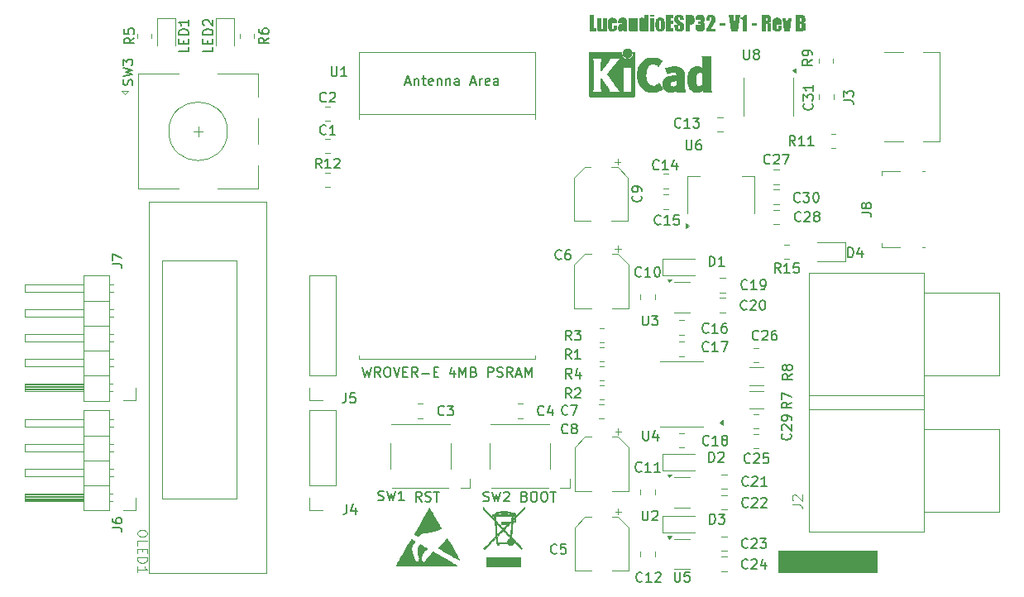
<source format=gbr>
%TF.GenerationSoftware,KiCad,Pcbnew,8.0.0*%
%TF.CreationDate,2024-07-15T16:42:44+02:00*%
%TF.ProjectId,Lucaudio_esp32_V1_revB,4c756361-7564-4696-9f5f-65737033325f,rev?*%
%TF.SameCoordinates,Original*%
%TF.FileFunction,Legend,Top*%
%TF.FilePolarity,Positive*%
%FSLAX46Y46*%
G04 Gerber Fmt 4.6, Leading zero omitted, Abs format (unit mm)*
G04 Created by KiCad (PCBNEW 8.0.0) date 2024-07-15 16:42:44*
%MOMM*%
%LPD*%
G01*
G04 APERTURE LIST*
%ADD10C,0.100000*%
%ADD11C,0.150000*%
%ADD12C,0.200000*%
%ADD13C,0.010000*%
%ADD14C,0.120000*%
G04 APERTURE END LIST*
D10*
X151350700Y-122413200D02*
X161475700Y-122413200D01*
X161475700Y-124663200D01*
X151350700Y-124663200D01*
X151350700Y-122413200D01*
G36*
X151350700Y-122413200D02*
G01*
X161475700Y-122413200D01*
X161475700Y-124663200D01*
X151350700Y-124663200D01*
X151350700Y-122413200D01*
G37*
D11*
X125420112Y-116892809D02*
X125562969Y-116940428D01*
X125562969Y-116940428D02*
X125610588Y-116988047D01*
X125610588Y-116988047D02*
X125658207Y-117083285D01*
X125658207Y-117083285D02*
X125658207Y-117226142D01*
X125658207Y-117226142D02*
X125610588Y-117321380D01*
X125610588Y-117321380D02*
X125562969Y-117369000D01*
X125562969Y-117369000D02*
X125467731Y-117416619D01*
X125467731Y-117416619D02*
X125086779Y-117416619D01*
X125086779Y-117416619D02*
X125086779Y-116416619D01*
X125086779Y-116416619D02*
X125420112Y-116416619D01*
X125420112Y-116416619D02*
X125515350Y-116464238D01*
X125515350Y-116464238D02*
X125562969Y-116511857D01*
X125562969Y-116511857D02*
X125610588Y-116607095D01*
X125610588Y-116607095D02*
X125610588Y-116702333D01*
X125610588Y-116702333D02*
X125562969Y-116797571D01*
X125562969Y-116797571D02*
X125515350Y-116845190D01*
X125515350Y-116845190D02*
X125420112Y-116892809D01*
X125420112Y-116892809D02*
X125086779Y-116892809D01*
X126277255Y-116416619D02*
X126467731Y-116416619D01*
X126467731Y-116416619D02*
X126562969Y-116464238D01*
X126562969Y-116464238D02*
X126658207Y-116559476D01*
X126658207Y-116559476D02*
X126705826Y-116749952D01*
X126705826Y-116749952D02*
X126705826Y-117083285D01*
X126705826Y-117083285D02*
X126658207Y-117273761D01*
X126658207Y-117273761D02*
X126562969Y-117369000D01*
X126562969Y-117369000D02*
X126467731Y-117416619D01*
X126467731Y-117416619D02*
X126277255Y-117416619D01*
X126277255Y-117416619D02*
X126182017Y-117369000D01*
X126182017Y-117369000D02*
X126086779Y-117273761D01*
X126086779Y-117273761D02*
X126039160Y-117083285D01*
X126039160Y-117083285D02*
X126039160Y-116749952D01*
X126039160Y-116749952D02*
X126086779Y-116559476D01*
X126086779Y-116559476D02*
X126182017Y-116464238D01*
X126182017Y-116464238D02*
X126277255Y-116416619D01*
X127324874Y-116416619D02*
X127515350Y-116416619D01*
X127515350Y-116416619D02*
X127610588Y-116464238D01*
X127610588Y-116464238D02*
X127705826Y-116559476D01*
X127705826Y-116559476D02*
X127753445Y-116749952D01*
X127753445Y-116749952D02*
X127753445Y-117083285D01*
X127753445Y-117083285D02*
X127705826Y-117273761D01*
X127705826Y-117273761D02*
X127610588Y-117369000D01*
X127610588Y-117369000D02*
X127515350Y-117416619D01*
X127515350Y-117416619D02*
X127324874Y-117416619D01*
X127324874Y-117416619D02*
X127229636Y-117369000D01*
X127229636Y-117369000D02*
X127134398Y-117273761D01*
X127134398Y-117273761D02*
X127086779Y-117083285D01*
X127086779Y-117083285D02*
X127086779Y-116749952D01*
X127086779Y-116749952D02*
X127134398Y-116559476D01*
X127134398Y-116559476D02*
X127229636Y-116464238D01*
X127229636Y-116464238D02*
X127324874Y-116416619D01*
X128039160Y-116416619D02*
X128610588Y-116416619D01*
X128324874Y-117416619D02*
X128324874Y-116416619D01*
X108841541Y-103669819D02*
X109079636Y-104669819D01*
X109079636Y-104669819D02*
X109270112Y-103955533D01*
X109270112Y-103955533D02*
X109460588Y-104669819D01*
X109460588Y-104669819D02*
X109698684Y-103669819D01*
X110651064Y-104669819D02*
X110317731Y-104193628D01*
X110079636Y-104669819D02*
X110079636Y-103669819D01*
X110079636Y-103669819D02*
X110460588Y-103669819D01*
X110460588Y-103669819D02*
X110555826Y-103717438D01*
X110555826Y-103717438D02*
X110603445Y-103765057D01*
X110603445Y-103765057D02*
X110651064Y-103860295D01*
X110651064Y-103860295D02*
X110651064Y-104003152D01*
X110651064Y-104003152D02*
X110603445Y-104098390D01*
X110603445Y-104098390D02*
X110555826Y-104146009D01*
X110555826Y-104146009D02*
X110460588Y-104193628D01*
X110460588Y-104193628D02*
X110079636Y-104193628D01*
X111270112Y-103669819D02*
X111460588Y-103669819D01*
X111460588Y-103669819D02*
X111555826Y-103717438D01*
X111555826Y-103717438D02*
X111651064Y-103812676D01*
X111651064Y-103812676D02*
X111698683Y-104003152D01*
X111698683Y-104003152D02*
X111698683Y-104336485D01*
X111698683Y-104336485D02*
X111651064Y-104526961D01*
X111651064Y-104526961D02*
X111555826Y-104622200D01*
X111555826Y-104622200D02*
X111460588Y-104669819D01*
X111460588Y-104669819D02*
X111270112Y-104669819D01*
X111270112Y-104669819D02*
X111174874Y-104622200D01*
X111174874Y-104622200D02*
X111079636Y-104526961D01*
X111079636Y-104526961D02*
X111032017Y-104336485D01*
X111032017Y-104336485D02*
X111032017Y-104003152D01*
X111032017Y-104003152D02*
X111079636Y-103812676D01*
X111079636Y-103812676D02*
X111174874Y-103717438D01*
X111174874Y-103717438D02*
X111270112Y-103669819D01*
X111984398Y-103669819D02*
X112317731Y-104669819D01*
X112317731Y-104669819D02*
X112651064Y-103669819D01*
X112984398Y-104146009D02*
X113317731Y-104146009D01*
X113460588Y-104669819D02*
X112984398Y-104669819D01*
X112984398Y-104669819D02*
X112984398Y-103669819D01*
X112984398Y-103669819D02*
X113460588Y-103669819D01*
X114460588Y-104669819D02*
X114127255Y-104193628D01*
X113889160Y-104669819D02*
X113889160Y-103669819D01*
X113889160Y-103669819D02*
X114270112Y-103669819D01*
X114270112Y-103669819D02*
X114365350Y-103717438D01*
X114365350Y-103717438D02*
X114412969Y-103765057D01*
X114412969Y-103765057D02*
X114460588Y-103860295D01*
X114460588Y-103860295D02*
X114460588Y-104003152D01*
X114460588Y-104003152D02*
X114412969Y-104098390D01*
X114412969Y-104098390D02*
X114365350Y-104146009D01*
X114365350Y-104146009D02*
X114270112Y-104193628D01*
X114270112Y-104193628D02*
X113889160Y-104193628D01*
X114889160Y-104288866D02*
X115651065Y-104288866D01*
X116127255Y-104146009D02*
X116460588Y-104146009D01*
X116603445Y-104669819D02*
X116127255Y-104669819D01*
X116127255Y-104669819D02*
X116127255Y-103669819D01*
X116127255Y-103669819D02*
X116603445Y-103669819D01*
X118222493Y-104003152D02*
X118222493Y-104669819D01*
X117984398Y-103622200D02*
X117746303Y-104336485D01*
X117746303Y-104336485D02*
X118365350Y-104336485D01*
X118746303Y-104669819D02*
X118746303Y-103669819D01*
X118746303Y-103669819D02*
X119079636Y-104384104D01*
X119079636Y-104384104D02*
X119412969Y-103669819D01*
X119412969Y-103669819D02*
X119412969Y-104669819D01*
X120222493Y-104146009D02*
X120365350Y-104193628D01*
X120365350Y-104193628D02*
X120412969Y-104241247D01*
X120412969Y-104241247D02*
X120460588Y-104336485D01*
X120460588Y-104336485D02*
X120460588Y-104479342D01*
X120460588Y-104479342D02*
X120412969Y-104574580D01*
X120412969Y-104574580D02*
X120365350Y-104622200D01*
X120365350Y-104622200D02*
X120270112Y-104669819D01*
X120270112Y-104669819D02*
X119889160Y-104669819D01*
X119889160Y-104669819D02*
X119889160Y-103669819D01*
X119889160Y-103669819D02*
X120222493Y-103669819D01*
X120222493Y-103669819D02*
X120317731Y-103717438D01*
X120317731Y-103717438D02*
X120365350Y-103765057D01*
X120365350Y-103765057D02*
X120412969Y-103860295D01*
X120412969Y-103860295D02*
X120412969Y-103955533D01*
X120412969Y-103955533D02*
X120365350Y-104050771D01*
X120365350Y-104050771D02*
X120317731Y-104098390D01*
X120317731Y-104098390D02*
X120222493Y-104146009D01*
X120222493Y-104146009D02*
X119889160Y-104146009D01*
X121651065Y-104669819D02*
X121651065Y-103669819D01*
X121651065Y-103669819D02*
X122032017Y-103669819D01*
X122032017Y-103669819D02*
X122127255Y-103717438D01*
X122127255Y-103717438D02*
X122174874Y-103765057D01*
X122174874Y-103765057D02*
X122222493Y-103860295D01*
X122222493Y-103860295D02*
X122222493Y-104003152D01*
X122222493Y-104003152D02*
X122174874Y-104098390D01*
X122174874Y-104098390D02*
X122127255Y-104146009D01*
X122127255Y-104146009D02*
X122032017Y-104193628D01*
X122032017Y-104193628D02*
X121651065Y-104193628D01*
X122603446Y-104622200D02*
X122746303Y-104669819D01*
X122746303Y-104669819D02*
X122984398Y-104669819D01*
X122984398Y-104669819D02*
X123079636Y-104622200D01*
X123079636Y-104622200D02*
X123127255Y-104574580D01*
X123127255Y-104574580D02*
X123174874Y-104479342D01*
X123174874Y-104479342D02*
X123174874Y-104384104D01*
X123174874Y-104384104D02*
X123127255Y-104288866D01*
X123127255Y-104288866D02*
X123079636Y-104241247D01*
X123079636Y-104241247D02*
X122984398Y-104193628D01*
X122984398Y-104193628D02*
X122793922Y-104146009D01*
X122793922Y-104146009D02*
X122698684Y-104098390D01*
X122698684Y-104098390D02*
X122651065Y-104050771D01*
X122651065Y-104050771D02*
X122603446Y-103955533D01*
X122603446Y-103955533D02*
X122603446Y-103860295D01*
X122603446Y-103860295D02*
X122651065Y-103765057D01*
X122651065Y-103765057D02*
X122698684Y-103717438D01*
X122698684Y-103717438D02*
X122793922Y-103669819D01*
X122793922Y-103669819D02*
X123032017Y-103669819D01*
X123032017Y-103669819D02*
X123174874Y-103717438D01*
X124174874Y-104669819D02*
X123841541Y-104193628D01*
X123603446Y-104669819D02*
X123603446Y-103669819D01*
X123603446Y-103669819D02*
X123984398Y-103669819D01*
X123984398Y-103669819D02*
X124079636Y-103717438D01*
X124079636Y-103717438D02*
X124127255Y-103765057D01*
X124127255Y-103765057D02*
X124174874Y-103860295D01*
X124174874Y-103860295D02*
X124174874Y-104003152D01*
X124174874Y-104003152D02*
X124127255Y-104098390D01*
X124127255Y-104098390D02*
X124079636Y-104146009D01*
X124079636Y-104146009D02*
X123984398Y-104193628D01*
X123984398Y-104193628D02*
X123603446Y-104193628D01*
X124555827Y-104384104D02*
X125032017Y-104384104D01*
X124460589Y-104669819D02*
X124793922Y-103669819D01*
X124793922Y-103669819D02*
X125127255Y-104669819D01*
X125460589Y-104669819D02*
X125460589Y-103669819D01*
X125460589Y-103669819D02*
X125793922Y-104384104D01*
X125793922Y-104384104D02*
X126127255Y-103669819D01*
X126127255Y-103669819D02*
X126127255Y-104669819D01*
X114858207Y-117416619D02*
X114524874Y-116940428D01*
X114286779Y-117416619D02*
X114286779Y-116416619D01*
X114286779Y-116416619D02*
X114667731Y-116416619D01*
X114667731Y-116416619D02*
X114762969Y-116464238D01*
X114762969Y-116464238D02*
X114810588Y-116511857D01*
X114810588Y-116511857D02*
X114858207Y-116607095D01*
X114858207Y-116607095D02*
X114858207Y-116749952D01*
X114858207Y-116749952D02*
X114810588Y-116845190D01*
X114810588Y-116845190D02*
X114762969Y-116892809D01*
X114762969Y-116892809D02*
X114667731Y-116940428D01*
X114667731Y-116940428D02*
X114286779Y-116940428D01*
X115239160Y-117369000D02*
X115382017Y-117416619D01*
X115382017Y-117416619D02*
X115620112Y-117416619D01*
X115620112Y-117416619D02*
X115715350Y-117369000D01*
X115715350Y-117369000D02*
X115762969Y-117321380D01*
X115762969Y-117321380D02*
X115810588Y-117226142D01*
X115810588Y-117226142D02*
X115810588Y-117130904D01*
X115810588Y-117130904D02*
X115762969Y-117035666D01*
X115762969Y-117035666D02*
X115715350Y-116988047D01*
X115715350Y-116988047D02*
X115620112Y-116940428D01*
X115620112Y-116940428D02*
X115429636Y-116892809D01*
X115429636Y-116892809D02*
X115334398Y-116845190D01*
X115334398Y-116845190D02*
X115286779Y-116797571D01*
X115286779Y-116797571D02*
X115239160Y-116702333D01*
X115239160Y-116702333D02*
X115239160Y-116607095D01*
X115239160Y-116607095D02*
X115286779Y-116511857D01*
X115286779Y-116511857D02*
X115334398Y-116464238D01*
X115334398Y-116464238D02*
X115429636Y-116416619D01*
X115429636Y-116416619D02*
X115667731Y-116416619D01*
X115667731Y-116416619D02*
X115810588Y-116464238D01*
X116096303Y-116416619D02*
X116667731Y-116416619D01*
X116382017Y-117416619D02*
X116382017Y-116416619D01*
D12*
G36*
X132520237Y-67580240D02*
G01*
X132520237Y-68916737D01*
X132784019Y-68916737D01*
X132784019Y-69245000D01*
X132086461Y-69245000D01*
X132086461Y-67580240D01*
X132520237Y-67580240D01*
G37*
G36*
X133825959Y-67885055D02*
G01*
X133825959Y-69245000D01*
X133402442Y-69245000D01*
X133409769Y-69129228D01*
X133361501Y-69190136D01*
X133303157Y-69233642D01*
X133230438Y-69260799D01*
X133157344Y-69268447D01*
X133081379Y-69262206D01*
X133009503Y-69239789D01*
X133001639Y-69235840D01*
X132942482Y-69192023D01*
X132910415Y-69148646D01*
X132882365Y-69079008D01*
X132873778Y-69035439D01*
X132869020Y-68961598D01*
X132867252Y-68881635D01*
X132866817Y-68801332D01*
X132866817Y-67885055D01*
X133283007Y-67885055D01*
X133283007Y-68814521D01*
X133283761Y-68894113D01*
X133287109Y-68968319D01*
X133292533Y-69004298D01*
X133346022Y-69033974D01*
X133400976Y-69003199D01*
X133408086Y-68924927D01*
X133409632Y-68844077D01*
X133409769Y-68804263D01*
X133409769Y-67885055D01*
X133825959Y-67885055D01*
G37*
G36*
X134889148Y-68400896D02*
G01*
X134496772Y-68400896D01*
X134496772Y-68240062D01*
X134492946Y-68166121D01*
X134483217Y-68126123D01*
X134433757Y-68096081D01*
X134385397Y-68122093D01*
X134373719Y-68197037D01*
X134372941Y-68238230D01*
X134372941Y-68886695D01*
X134379399Y-68961226D01*
X134391259Y-68997337D01*
X134446214Y-69033974D01*
X134503367Y-68995139D01*
X134516275Y-68919548D01*
X134518387Y-68848227D01*
X134518387Y-68682264D01*
X134889148Y-68682264D01*
X134887980Y-68758880D01*
X134885189Y-68832921D01*
X134879032Y-68911626D01*
X134877058Y-68927728D01*
X134858645Y-68999986D01*
X134825223Y-69068465D01*
X134808182Y-69095157D01*
X134759495Y-69153580D01*
X134700814Y-69200257D01*
X134656140Y-69224849D01*
X134586631Y-69249671D01*
X134514274Y-69263295D01*
X134433187Y-69268404D01*
X134424598Y-69268447D01*
X134350990Y-69265589D01*
X134275410Y-69255325D01*
X134201276Y-69234856D01*
X134145062Y-69208729D01*
X134081385Y-69161794D01*
X134031907Y-69103603D01*
X133999249Y-69040935D01*
X133976838Y-68964549D01*
X133964886Y-68890715D01*
X133958785Y-68816832D01*
X133956751Y-68734288D01*
X133956751Y-68348506D01*
X133958926Y-68267356D01*
X133966574Y-68188763D01*
X133983398Y-68110965D01*
X133991556Y-68087655D01*
X134029062Y-68024388D01*
X134082995Y-67971101D01*
X134141032Y-67930851D01*
X134209419Y-67897379D01*
X134285572Y-67874862D01*
X134359783Y-67864042D01*
X134419469Y-67861608D01*
X134497848Y-67865913D01*
X134570320Y-67878827D01*
X134644789Y-67903647D01*
X134697540Y-67930484D01*
X134762118Y-67977039D01*
X134815717Y-68036347D01*
X134851046Y-68104141D01*
X134871139Y-68178144D01*
X134882860Y-68259307D01*
X134888218Y-68343033D01*
X134889148Y-68400896D01*
G37*
G36*
X135533347Y-67864223D02*
G01*
X135612269Y-67873882D01*
X135690230Y-67893637D01*
X135762336Y-67926974D01*
X135776116Y-67935980D01*
X135834834Y-67985561D01*
X135880085Y-68047786D01*
X135905076Y-68118063D01*
X135915525Y-68196969D01*
X135921288Y-68283385D01*
X135924138Y-68358527D01*
X135925932Y-68444850D01*
X135926607Y-68521958D01*
X135926692Y-68563196D01*
X135926692Y-69245000D01*
X135521859Y-69245000D01*
X135521859Y-69121168D01*
X135481228Y-69182155D01*
X135423307Y-69231810D01*
X135352851Y-69260397D01*
X135279692Y-69268447D01*
X135206755Y-69261174D01*
X135132025Y-69236650D01*
X135079291Y-69206898D01*
X135027354Y-69147058D01*
X135000895Y-69072402D01*
X134990294Y-68998348D01*
X134988066Y-68936887D01*
X134988066Y-68861050D01*
X135378611Y-68861050D01*
X135380908Y-68936998D01*
X135392533Y-69002100D01*
X135447487Y-69033974D01*
X135498412Y-69009061D01*
X135509321Y-68936363D01*
X135510502Y-68877903D01*
X135510502Y-68588475D01*
X135451654Y-68637461D01*
X135403359Y-68694911D01*
X135394364Y-68714870D01*
X135381211Y-68790971D01*
X135378611Y-68861050D01*
X134988066Y-68861050D01*
X134988066Y-68823681D01*
X134991892Y-68744688D01*
X135006957Y-68669235D01*
X135036427Y-68613387D01*
X135099421Y-68564821D01*
X135170802Y-68527655D01*
X135242028Y-68496746D01*
X135276762Y-68482962D01*
X135346863Y-68454467D01*
X135419495Y-68422284D01*
X135483792Y-68386461D01*
X135495847Y-68374152D01*
X135509586Y-68301268D01*
X135510502Y-68263143D01*
X135507416Y-68185986D01*
X135494382Y-68127588D01*
X135441625Y-68096081D01*
X135388869Y-68122826D01*
X135379613Y-68199601D01*
X135378611Y-68260945D01*
X135378611Y-68400896D01*
X134988066Y-68400896D01*
X134988066Y-68311503D01*
X134990964Y-68230337D01*
X135000982Y-68153272D01*
X135022449Y-68079023D01*
X135024703Y-68073733D01*
X135066623Y-68008831D01*
X135121080Y-67959015D01*
X135171615Y-67925722D01*
X135238832Y-67894729D01*
X135316425Y-67873880D01*
X135394105Y-67863862D01*
X135457745Y-67861608D01*
X135533347Y-67864223D01*
G37*
G36*
X137017725Y-67885055D02*
G01*
X137017725Y-69245000D01*
X136594207Y-69245000D01*
X136601535Y-69129228D01*
X136553266Y-69190136D01*
X136494923Y-69233642D01*
X136422204Y-69260799D01*
X136349110Y-69268447D01*
X136273145Y-69262206D01*
X136201269Y-69239789D01*
X136193405Y-69235840D01*
X136134247Y-69192023D01*
X136102180Y-69148646D01*
X136074130Y-69079008D01*
X136065544Y-69035439D01*
X136060785Y-68961598D01*
X136059018Y-68881635D01*
X136058583Y-68801332D01*
X136058583Y-67885055D01*
X136474773Y-67885055D01*
X136474773Y-68814521D01*
X136475526Y-68894113D01*
X136478875Y-68968319D01*
X136484298Y-69004298D01*
X136537787Y-69033974D01*
X136592742Y-69003199D01*
X136599852Y-68924927D01*
X136601397Y-68844077D01*
X136601535Y-68804263D01*
X136601535Y-67885055D01*
X137017725Y-67885055D01*
G37*
G36*
X138107658Y-69245000D02*
G01*
X137691468Y-69245000D01*
X137691468Y-69143150D01*
X137634115Y-69195041D01*
X137569921Y-69235306D01*
X137565806Y-69237306D01*
X137493981Y-69261604D01*
X137427686Y-69268447D01*
X137353334Y-69260103D01*
X137282728Y-69232454D01*
X137259891Y-69217889D01*
X137204448Y-69166948D01*
X137168667Y-69100652D01*
X137154892Y-69026320D01*
X137149481Y-68945484D01*
X137148729Y-68897320D01*
X137564706Y-68897320D01*
X137568648Y-68973505D01*
X137577163Y-69007595D01*
X137624424Y-69033974D01*
X137677913Y-69004665D01*
X137689867Y-68928953D01*
X137691468Y-68859951D01*
X137691468Y-68223576D01*
X137686460Y-68148385D01*
X137678646Y-68122093D01*
X137627721Y-68096081D01*
X137577529Y-68119528D01*
X137565157Y-68195249D01*
X137564706Y-68223576D01*
X137564706Y-68897320D01*
X137148729Y-68897320D01*
X137148517Y-68883764D01*
X137148517Y-68248489D01*
X137150110Y-68167531D01*
X137156388Y-68088262D01*
X137168667Y-68026472D01*
X137204655Y-67961344D01*
X137260624Y-67911434D01*
X137329106Y-67877373D01*
X137402240Y-67862824D01*
X137432815Y-67861608D01*
X137506912Y-67868752D01*
X137574598Y-67890184D01*
X137639696Y-67928223D01*
X137691468Y-67975181D01*
X137691468Y-67580240D01*
X138107658Y-67580240D01*
X138107658Y-69245000D01*
G37*
G36*
X138679919Y-67580240D02*
G01*
X138679919Y-67791266D01*
X138251273Y-67791266D01*
X138251273Y-67580240D01*
X138679919Y-67580240D01*
G37*
G36*
X138679919Y-67885055D02*
G01*
X138679919Y-69245000D01*
X138251273Y-69245000D01*
X138251273Y-67885055D01*
X138679919Y-67885055D01*
G37*
G36*
X139352496Y-67864883D02*
G01*
X139429276Y-67876203D01*
X139504724Y-67897994D01*
X139517428Y-67903007D01*
X139586276Y-67937611D01*
X139646326Y-67983123D01*
X139672400Y-68011085D01*
X139716010Y-68074218D01*
X139745845Y-68143690D01*
X139747138Y-68148105D01*
X139760913Y-68224000D01*
X139766324Y-68303309D01*
X139767288Y-68362794D01*
X139767288Y-68695453D01*
X139766394Y-68770914D01*
X139763183Y-68845693D01*
X139755884Y-68921971D01*
X139748604Y-68963998D01*
X139724441Y-69036587D01*
X139687437Y-69100223D01*
X139669469Y-69123733D01*
X139614372Y-69177514D01*
X139547908Y-69218597D01*
X139513398Y-69233276D01*
X139437938Y-69254708D01*
X139361707Y-69265665D01*
X139294312Y-69268447D01*
X139219953Y-69266070D01*
X139145149Y-69257856D01*
X139072368Y-69242043D01*
X139060205Y-69238405D01*
X138989527Y-69208680D01*
X138929100Y-69165443D01*
X138911461Y-69147180D01*
X138868603Y-69084530D01*
X138840513Y-69015888D01*
X138835990Y-68999902D01*
X138822149Y-68922897D01*
X138818340Y-68877536D01*
X139229466Y-68877536D01*
X139232203Y-68954006D01*
X139241922Y-69004665D01*
X139290282Y-69033974D01*
X139339009Y-69007229D01*
X139350343Y-68931735D01*
X139351099Y-68891092D01*
X139351099Y-68256549D01*
X139348925Y-68179161D01*
X139339741Y-68123558D01*
X139291381Y-68096081D01*
X139241922Y-68123558D01*
X139230682Y-68198224D01*
X139229466Y-68256549D01*
X139229466Y-68877536D01*
X138818340Y-68877536D01*
X138815960Y-68849184D01*
X138813475Y-68772179D01*
X138813276Y-68740516D01*
X138813276Y-68392470D01*
X138815239Y-68313725D01*
X138822292Y-68233434D01*
X138836357Y-68155478D01*
X138854309Y-68097180D01*
X138890520Y-68028863D01*
X138942229Y-67970503D01*
X139002686Y-67926088D01*
X139075573Y-67892085D01*
X139151082Y-67872250D01*
X139226083Y-67863182D01*
X139276727Y-67861608D01*
X139352496Y-67864883D01*
G37*
G36*
X139910537Y-67580240D02*
G01*
X140634106Y-67580240D01*
X140634106Y-67908503D01*
X140344312Y-67908503D01*
X140344312Y-68213318D01*
X140615422Y-68213318D01*
X140615422Y-68541580D01*
X140344312Y-68541580D01*
X140344312Y-68916737D01*
X140662683Y-68916737D01*
X140662683Y-69245000D01*
X139910537Y-69245000D01*
X139910537Y-67580240D01*
G37*
G36*
X141701692Y-68096081D02*
G01*
X141298691Y-68096081D01*
X141298691Y-67972250D01*
X141294348Y-67898065D01*
X141283304Y-67861974D01*
X141231646Y-67838161D01*
X141172662Y-67868203D01*
X141153004Y-67940450D01*
X141152512Y-67958695D01*
X141159699Y-68034017D01*
X141175226Y-68075931D01*
X141228922Y-68130925D01*
X141291716Y-68173910D01*
X141297958Y-68177780D01*
X141366966Y-68221549D01*
X141429277Y-68263097D01*
X141497747Y-68311909D01*
X141555751Y-68357250D01*
X141611543Y-68407079D01*
X141662491Y-68465743D01*
X141698796Y-68537056D01*
X141721093Y-68618108D01*
X141732901Y-68702666D01*
X141737302Y-68785274D01*
X141737595Y-68814888D01*
X141734985Y-68896702D01*
X141725808Y-68975002D01*
X141705619Y-69050947D01*
X141695830Y-69073175D01*
X141649077Y-69136095D01*
X141589493Y-69182534D01*
X141534630Y-69212393D01*
X141464347Y-69239489D01*
X141387862Y-69257718D01*
X141314669Y-69266476D01*
X141256559Y-69268447D01*
X141182718Y-69265291D01*
X141104339Y-69253957D01*
X141032371Y-69234379D01*
X140959071Y-69202501D01*
X140896552Y-69162567D01*
X140842857Y-69111533D01*
X140802966Y-69047297D01*
X140797871Y-69034706D01*
X140777778Y-68962450D01*
X140766058Y-68883102D01*
X140760699Y-68801186D01*
X140759769Y-68744546D01*
X140759769Y-68635369D01*
X141162770Y-68635369D01*
X141162770Y-68839068D01*
X141166473Y-68912607D01*
X141179623Y-68960334D01*
X141240073Y-68987079D01*
X141304187Y-68953374D01*
X141324419Y-68880458D01*
X141325436Y-68852990D01*
X141322248Y-68778585D01*
X141308080Y-68704354D01*
X141285136Y-68661381D01*
X141226161Y-68611012D01*
X141163883Y-68567078D01*
X141102261Y-68526656D01*
X141082536Y-68514103D01*
X141016915Y-68471710D01*
X140954713Y-68429744D01*
X140891469Y-68383332D01*
X140867847Y-68363527D01*
X140819945Y-68306832D01*
X140783188Y-68237210D01*
X140781018Y-68232002D01*
X140758721Y-68156096D01*
X140748732Y-68079778D01*
X140746580Y-68017313D01*
X140748912Y-67939783D01*
X140757287Y-67863070D01*
X140776320Y-67785017D01*
X140795307Y-67742173D01*
X140840575Y-67682135D01*
X140902743Y-67632814D01*
X140953576Y-67605886D01*
X141026248Y-67579997D01*
X141099239Y-67564895D01*
X141179417Y-67557560D01*
X141217358Y-67556793D01*
X141298691Y-67560205D01*
X141373796Y-67570440D01*
X141450844Y-67590111D01*
X141505321Y-67611381D01*
X141571867Y-67648254D01*
X141630943Y-67699774D01*
X141662857Y-67748768D01*
X141684967Y-67819372D01*
X141696231Y-67897489D01*
X141700744Y-67970909D01*
X141701692Y-68030136D01*
X141701692Y-68096081D01*
G37*
G36*
X142378968Y-67581555D02*
G01*
X142453403Y-67586278D01*
X142532085Y-67597011D01*
X142577669Y-67607718D01*
X142647440Y-67634094D01*
X142711565Y-67677680D01*
X142720917Y-67687219D01*
X142763122Y-67748698D01*
X142785764Y-67813248D01*
X142796912Y-67886442D01*
X142801621Y-67960932D01*
X142802983Y-68041493D01*
X142802983Y-68185108D01*
X142800922Y-68258724D01*
X142792550Y-68335739D01*
X142772039Y-68410934D01*
X142770010Y-68415551D01*
X142726942Y-68475888D01*
X142664812Y-68518985D01*
X142648743Y-68526559D01*
X142575173Y-68550001D01*
X142502215Y-68561271D01*
X142427498Y-68564990D01*
X142418667Y-68565027D01*
X142302163Y-68565027D01*
X142302163Y-69245000D01*
X141868387Y-69245000D01*
X141868387Y-67861608D01*
X142302163Y-67861608D01*
X142302163Y-68282561D01*
X142334036Y-68283660D01*
X142406891Y-68264553D01*
X142416835Y-68254717D01*
X142438427Y-68180221D01*
X142440282Y-68133450D01*
X142440282Y-67997529D01*
X142432734Y-67924074D01*
X142413538Y-67887254D01*
X142340860Y-67863211D01*
X142302163Y-67861608D01*
X141868387Y-67861608D01*
X141868387Y-67580240D01*
X142305460Y-67580240D01*
X142378968Y-67581555D01*
G37*
G36*
X143691782Y-68318831D02*
G01*
X143760837Y-68350663D01*
X143817218Y-68399550D01*
X143832833Y-68420680D01*
X143859323Y-68491465D01*
X143871682Y-68571115D01*
X143877135Y-68646420D01*
X143879316Y-68735068D01*
X143879361Y-68751140D01*
X143877187Y-68831473D01*
X143869379Y-68913149D01*
X143853807Y-68992117D01*
X143833932Y-69050826D01*
X143795115Y-69118105D01*
X143740628Y-69173348D01*
X143677494Y-69213126D01*
X143601767Y-69242299D01*
X143523151Y-69259317D01*
X143444949Y-69267096D01*
X143392096Y-69268447D01*
X143309610Y-69265344D01*
X143235258Y-69256035D01*
X143160245Y-69237797D01*
X143088555Y-69207590D01*
X143081420Y-69203600D01*
X143018444Y-69160016D01*
X142966608Y-69105544D01*
X142933042Y-69044232D01*
X142914302Y-68971861D01*
X142904307Y-68894489D01*
X142899205Y-68812589D01*
X142897539Y-68731840D01*
X142897505Y-68717435D01*
X142897505Y-68588475D01*
X143313695Y-68588475D01*
X143313695Y-68863981D01*
X143315811Y-68940338D01*
X143326517Y-69004298D01*
X143383670Y-69033974D01*
X143447784Y-68996971D01*
X143459790Y-68923455D01*
X143462796Y-68848622D01*
X143463171Y-68802431D01*
X143463171Y-68686294D01*
X143459034Y-68612193D01*
X143441556Y-68545976D01*
X143390213Y-68492460D01*
X143377442Y-68487358D01*
X143304889Y-68475406D01*
X143228571Y-68471559D01*
X143213677Y-68471238D01*
X143213677Y-68236765D01*
X143288185Y-68235809D01*
X143364188Y-68231051D01*
X143397226Y-68224675D01*
X143447784Y-68171919D01*
X143461353Y-68098183D01*
X143463171Y-68043691D01*
X143463171Y-67944406D01*
X143459227Y-67870829D01*
X143445219Y-67821308D01*
X143388799Y-67791266D01*
X143329448Y-67824239D01*
X143315556Y-67899861D01*
X143313695Y-67965289D01*
X143313695Y-68119528D01*
X142897505Y-68119528D01*
X142897505Y-67973715D01*
X142901343Y-67887518D01*
X142912858Y-67812475D01*
X142935994Y-67739022D01*
X142975229Y-67673666D01*
X143006681Y-67642889D01*
X143078294Y-67601270D01*
X143148098Y-67578317D01*
X143230244Y-67563603D01*
X143310477Y-67557550D01*
X143353995Y-67556793D01*
X143442387Y-67559655D01*
X143521406Y-67568242D01*
X143603855Y-67586102D01*
X143672806Y-67612206D01*
X143736188Y-67653078D01*
X143757728Y-67674030D01*
X143804211Y-67738372D01*
X143837412Y-67814164D01*
X143855569Y-67889873D01*
X143863559Y-67974348D01*
X143863974Y-68000094D01*
X143860253Y-68080629D01*
X143845965Y-68157154D01*
X143825872Y-68204159D01*
X143777432Y-68260557D01*
X143714875Y-68305659D01*
X143691782Y-68318831D01*
G37*
G36*
X144920935Y-69010526D02*
G01*
X144920935Y-69245000D01*
X144005024Y-69245000D01*
X144005024Y-69057421D01*
X144054612Y-68972125D01*
X144101618Y-68890994D01*
X144146043Y-68814028D01*
X144187885Y-68741226D01*
X144227147Y-68672588D01*
X144263826Y-68608115D01*
X144314004Y-68519214D01*
X144358374Y-68439684D01*
X144396934Y-68369523D01*
X144439312Y-68290552D01*
X144477763Y-68215263D01*
X144488625Y-68192435D01*
X144518603Y-68123172D01*
X144543848Y-68052601D01*
X144561880Y-67977267D01*
X144565561Y-67933049D01*
X144556402Y-67857916D01*
X144542114Y-67826437D01*
X144477585Y-67791403D01*
X144471772Y-67791266D01*
X144404088Y-67824754D01*
X144401064Y-67829368D01*
X144381792Y-67900962D01*
X144377983Y-67980310D01*
X144377983Y-68142976D01*
X144005024Y-68142976D01*
X144005024Y-68083625D01*
X144006419Y-68003640D01*
X144011177Y-67928715D01*
X144019312Y-67867470D01*
X144042228Y-67793845D01*
X144080175Y-67726144D01*
X144090387Y-67711765D01*
X144142089Y-67655719D01*
X144204916Y-67612008D01*
X144237665Y-67595994D01*
X144310858Y-67572106D01*
X144386822Y-67559894D01*
X144455286Y-67556793D01*
X144529843Y-67559879D01*
X144611519Y-67571728D01*
X144684695Y-67592465D01*
X144759322Y-67627891D01*
X144822379Y-67675412D01*
X144830443Y-67683189D01*
X144880121Y-67741712D01*
X144917597Y-67806688D01*
X144942872Y-67878114D01*
X144955945Y-67955993D01*
X144957937Y-68003391D01*
X144953449Y-68077923D01*
X144939986Y-68154608D01*
X144917546Y-68233445D01*
X144890548Y-68304193D01*
X144886130Y-68314434D01*
X144849538Y-68388803D01*
X144804070Y-68470573D01*
X144757894Y-68548947D01*
X144717544Y-68615285D01*
X144672293Y-68688102D01*
X144622142Y-68767398D01*
X144567089Y-68853172D01*
X144507136Y-68945425D01*
X144464445Y-69010526D01*
X144920935Y-69010526D01*
G37*
G36*
X145956646Y-68424344D02*
G01*
X145956646Y-68705711D01*
X145409298Y-68705711D01*
X145409298Y-68424344D01*
X145956646Y-68424344D01*
G37*
G36*
X147477058Y-67580240D02*
G01*
X147256507Y-69245000D01*
X146598150Y-69245000D01*
X146347557Y-67580240D01*
X146805146Y-67580240D01*
X146814905Y-67665374D01*
X146824306Y-67749043D01*
X146833349Y-67831246D01*
X146842034Y-67911983D01*
X146850362Y-67991255D01*
X146858332Y-68069062D01*
X146865944Y-68145403D01*
X146873198Y-68220279D01*
X146880095Y-68293689D01*
X146889769Y-68401057D01*
X146898638Y-68505127D01*
X146906702Y-68605900D01*
X146913961Y-68703376D01*
X146918353Y-68766528D01*
X146924767Y-68673015D01*
X146931233Y-68581794D01*
X146937750Y-68492867D01*
X146944319Y-68406231D01*
X146950939Y-68321889D01*
X146957611Y-68239839D01*
X146964334Y-68160082D01*
X146971109Y-68082617D01*
X146977935Y-68007445D01*
X146987117Y-67910782D01*
X146989427Y-67887254D01*
X147019469Y-67580240D01*
X147477058Y-67580240D01*
G37*
G36*
X148175348Y-67580240D02*
G01*
X148175348Y-69245000D01*
X147758792Y-69245000D01*
X147758792Y-68341179D01*
X147758336Y-68263055D01*
X147756411Y-68184558D01*
X147750420Y-68111529D01*
X147749267Y-68105973D01*
X147700921Y-68047534D01*
X147698342Y-68046256D01*
X147625301Y-68030247D01*
X147547074Y-68026060D01*
X147512595Y-68025739D01*
X147471563Y-68025739D01*
X147471563Y-67844023D01*
X147544761Y-67825876D01*
X147629867Y-67797236D01*
X147707872Y-67761977D01*
X147778774Y-67720099D01*
X147842575Y-67671602D01*
X147899274Y-67616487D01*
X147929884Y-67580240D01*
X148175348Y-67580240D01*
G37*
G36*
X149211427Y-68424344D02*
G01*
X149211427Y-68705711D01*
X148664078Y-68705711D01*
X148664078Y-68424344D01*
X149211427Y-68424344D01*
G37*
G36*
X150081925Y-67580612D02*
G01*
X150165286Y-67582124D01*
X150238968Y-67584798D01*
X150314612Y-67589542D01*
X150393793Y-67598473D01*
X150424092Y-67604054D01*
X150494137Y-67628919D01*
X150554658Y-67671273D01*
X150601413Y-67724954D01*
X150637541Y-67796975D01*
X150656809Y-67870923D01*
X150666644Y-67947537D01*
X150669856Y-68022052D01*
X150669923Y-68035265D01*
X150667609Y-68114275D01*
X150659297Y-68189631D01*
X150640406Y-68261416D01*
X150621563Y-68296849D01*
X150561296Y-68345024D01*
X150488756Y-68368610D01*
X150431053Y-68377083D01*
X150503196Y-68399114D01*
X150572376Y-68434068D01*
X150603977Y-68462445D01*
X150646224Y-68525557D01*
X150658932Y-68560265D01*
X150666821Y-68636622D01*
X150669236Y-68715512D01*
X150669912Y-68794021D01*
X150669923Y-68806461D01*
X150669923Y-69245000D01*
X150266922Y-69245000D01*
X150266922Y-68692156D01*
X150264847Y-68618525D01*
X150253953Y-68545378D01*
X150245673Y-68526559D01*
X150175606Y-68496678D01*
X150135031Y-68494685D01*
X150135031Y-69245000D01*
X149701256Y-69245000D01*
X149701256Y-67861608D01*
X150135031Y-67861608D01*
X150135031Y-68236765D01*
X150209449Y-68228894D01*
X150237613Y-68216615D01*
X150264060Y-68145460D01*
X150266922Y-68084724D01*
X150266922Y-67992034D01*
X150257880Y-67919275D01*
X150238346Y-67886887D01*
X150165645Y-67862818D01*
X150135031Y-67861608D01*
X149701256Y-67861608D01*
X149701256Y-67580240D01*
X150008269Y-67580240D01*
X150081925Y-67580612D01*
G37*
G36*
X151340785Y-67864764D02*
G01*
X151417830Y-67876098D01*
X151495364Y-67898702D01*
X151556158Y-67927554D01*
X151620715Y-67972956D01*
X151671963Y-68026730D01*
X151712964Y-68095551D01*
X151715893Y-68102309D01*
X151740043Y-68178974D01*
X151752923Y-68252773D01*
X151759497Y-68326439D01*
X151761688Y-68408590D01*
X151761688Y-68588475D01*
X151222766Y-68588475D01*
X151222766Y-68886695D01*
X151226064Y-68963540D01*
X151235956Y-69007229D01*
X151287613Y-69033974D01*
X151350994Y-68998803D01*
X151365209Y-68923760D01*
X151367114Y-68861782D01*
X151367114Y-68682264D01*
X151761688Y-68682264D01*
X151761688Y-68781549D01*
X151759783Y-68860598D01*
X151752621Y-68936383D01*
X151745568Y-68973524D01*
X151719007Y-69042583D01*
X151678034Y-69106917D01*
X151670830Y-69116406D01*
X151618003Y-69171796D01*
X151554775Y-69214730D01*
X151522086Y-69230345D01*
X151448052Y-69253563D01*
X151368872Y-69265433D01*
X151296039Y-69268447D01*
X151216613Y-69264762D01*
X151143197Y-69253706D01*
X151069381Y-69233033D01*
X151063032Y-69230711D01*
X150993703Y-69198219D01*
X150932666Y-69154183D01*
X150905861Y-69126664D01*
X150863406Y-69066437D01*
X150832548Y-68996305D01*
X150828192Y-68981584D01*
X150814197Y-68905138D01*
X150808286Y-68830205D01*
X150806577Y-68750774D01*
X150806577Y-68377449D01*
X151222766Y-68377449D01*
X151344399Y-68377449D01*
X151344399Y-68272302D01*
X151342525Y-68194871D01*
X151333042Y-68128688D01*
X151286514Y-68096081D01*
X151233025Y-68123925D01*
X151223979Y-68200223D01*
X151222766Y-68272302D01*
X151222766Y-68377449D01*
X150806577Y-68377449D01*
X150806577Y-68354734D01*
X150808891Y-68280448D01*
X150817203Y-68204393D01*
X150833779Y-68130107D01*
X150854937Y-68074099D01*
X150895500Y-68009037D01*
X150950697Y-67955403D01*
X151013572Y-67916563D01*
X151085715Y-67887583D01*
X151164297Y-67869336D01*
X151240527Y-67862091D01*
X151267096Y-67861608D01*
X151340785Y-67864764D01*
G37*
G36*
X152751971Y-67885055D02*
G01*
X152557065Y-69245000D01*
X152014113Y-69245000D01*
X151804919Y-67885055D01*
X152177145Y-67885055D01*
X152293283Y-68900617D01*
X152300090Y-68827570D01*
X152307320Y-68742828D01*
X152314329Y-68656606D01*
X152320580Y-68577414D01*
X152327403Y-68489143D01*
X152334799Y-68391793D01*
X152338712Y-68339713D01*
X152344649Y-68265823D01*
X152352034Y-68178549D01*
X152359702Y-68092794D01*
X152367653Y-68008558D01*
X152375888Y-67925843D01*
X152380111Y-67885055D01*
X152751971Y-67885055D01*
G37*
G36*
X153696618Y-67581361D02*
G01*
X153773435Y-67585501D01*
X153849547Y-67593967D01*
X153927170Y-67610153D01*
X153933862Y-67612114D01*
X154001805Y-67641481D01*
X154060052Y-67686260D01*
X154104588Y-67740341D01*
X154138784Y-67812312D01*
X154157022Y-67886478D01*
X154166331Y-67963469D01*
X154169371Y-68038448D01*
X154169434Y-68051751D01*
X154165812Y-68126581D01*
X154151545Y-68199070D01*
X154123639Y-68254351D01*
X154061063Y-68302135D01*
X153990208Y-68329810D01*
X153942655Y-68342278D01*
X154019674Y-68365008D01*
X154087237Y-68398625D01*
X154143282Y-68450583D01*
X154146720Y-68455484D01*
X154179538Y-68526462D01*
X154195316Y-68603792D01*
X154200365Y-68677557D01*
X154200575Y-68697651D01*
X154200575Y-68852623D01*
X154198148Y-68931781D01*
X154189615Y-69007750D01*
X154170842Y-69081790D01*
X154161741Y-69103583D01*
X154119245Y-69164932D01*
X154054105Y-69208874D01*
X154038642Y-69214958D01*
X153959715Y-69232062D01*
X153875937Y-69240041D01*
X153798529Y-69243562D01*
X153724478Y-69244882D01*
X153692428Y-69245000D01*
X153190509Y-69245000D01*
X153190509Y-68494685D01*
X153624284Y-68494685D01*
X153624284Y-68963632D01*
X153699297Y-68954931D01*
X153741154Y-68934689D01*
X153763965Y-68863251D01*
X153766434Y-68807194D01*
X153766434Y-68651123D01*
X153762685Y-68577635D01*
X153743719Y-68520697D01*
X153672835Y-68497928D01*
X153624284Y-68494685D01*
X153190509Y-68494685D01*
X153190509Y-67861608D01*
X153624284Y-67861608D01*
X153624284Y-68236765D01*
X153667515Y-68235666D01*
X153738946Y-68216435D01*
X153748848Y-68204159D01*
X153763068Y-68130859D01*
X153766279Y-68049200D01*
X153766434Y-68022076D01*
X153761797Y-67948003D01*
X153751779Y-67911067D01*
X153714410Y-67871133D01*
X153640358Y-67861997D01*
X153624284Y-67861608D01*
X153190509Y-67861608D01*
X153190509Y-67580240D01*
X153623185Y-67580240D01*
X153696618Y-67581361D01*
G37*
D11*
X152607180Y-110472457D02*
X152654800Y-110520076D01*
X152654800Y-110520076D02*
X152702419Y-110662933D01*
X152702419Y-110662933D02*
X152702419Y-110758171D01*
X152702419Y-110758171D02*
X152654800Y-110901028D01*
X152654800Y-110901028D02*
X152559561Y-110996266D01*
X152559561Y-110996266D02*
X152464323Y-111043885D01*
X152464323Y-111043885D02*
X152273847Y-111091504D01*
X152273847Y-111091504D02*
X152130990Y-111091504D01*
X152130990Y-111091504D02*
X151940514Y-111043885D01*
X151940514Y-111043885D02*
X151845276Y-110996266D01*
X151845276Y-110996266D02*
X151750038Y-110901028D01*
X151750038Y-110901028D02*
X151702419Y-110758171D01*
X151702419Y-110758171D02*
X151702419Y-110662933D01*
X151702419Y-110662933D02*
X151750038Y-110520076D01*
X151750038Y-110520076D02*
X151797657Y-110472457D01*
X151797657Y-110091504D02*
X151750038Y-110043885D01*
X151750038Y-110043885D02*
X151702419Y-109948647D01*
X151702419Y-109948647D02*
X151702419Y-109710552D01*
X151702419Y-109710552D02*
X151750038Y-109615314D01*
X151750038Y-109615314D02*
X151797657Y-109567695D01*
X151797657Y-109567695D02*
X151892895Y-109520076D01*
X151892895Y-109520076D02*
X151988133Y-109520076D01*
X151988133Y-109520076D02*
X152130990Y-109567695D01*
X152130990Y-109567695D02*
X152702419Y-110139123D01*
X152702419Y-110139123D02*
X152702419Y-109520076D01*
X152702419Y-109043885D02*
X152702419Y-108853409D01*
X152702419Y-108853409D02*
X152654800Y-108758171D01*
X152654800Y-108758171D02*
X152607180Y-108710552D01*
X152607180Y-108710552D02*
X152464323Y-108615314D01*
X152464323Y-108615314D02*
X152273847Y-108567695D01*
X152273847Y-108567695D02*
X151892895Y-108567695D01*
X151892895Y-108567695D02*
X151797657Y-108615314D01*
X151797657Y-108615314D02*
X151750038Y-108662933D01*
X151750038Y-108662933D02*
X151702419Y-108758171D01*
X151702419Y-108758171D02*
X151702419Y-108948647D01*
X151702419Y-108948647D02*
X151750038Y-109043885D01*
X151750038Y-109043885D02*
X151797657Y-109091504D01*
X151797657Y-109091504D02*
X151892895Y-109139123D01*
X151892895Y-109139123D02*
X152130990Y-109139123D01*
X152130990Y-109139123D02*
X152226228Y-109091504D01*
X152226228Y-109091504D02*
X152273847Y-109043885D01*
X152273847Y-109043885D02*
X152321466Y-108948647D01*
X152321466Y-108948647D02*
X152321466Y-108758171D01*
X152321466Y-108758171D02*
X152273847Y-108662933D01*
X152273847Y-108662933D02*
X152226228Y-108615314D01*
X152226228Y-108615314D02*
X152130990Y-108567695D01*
X159904819Y-87830133D02*
X160619104Y-87830133D01*
X160619104Y-87830133D02*
X160761961Y-87877752D01*
X160761961Y-87877752D02*
X160857200Y-87972990D01*
X160857200Y-87972990D02*
X160904819Y-88115847D01*
X160904819Y-88115847D02*
X160904819Y-88211085D01*
X160333390Y-87211085D02*
X160285771Y-87306323D01*
X160285771Y-87306323D02*
X160238152Y-87353942D01*
X160238152Y-87353942D02*
X160142914Y-87401561D01*
X160142914Y-87401561D02*
X160095295Y-87401561D01*
X160095295Y-87401561D02*
X160000057Y-87353942D01*
X160000057Y-87353942D02*
X159952438Y-87306323D01*
X159952438Y-87306323D02*
X159904819Y-87211085D01*
X159904819Y-87211085D02*
X159904819Y-87020609D01*
X159904819Y-87020609D02*
X159952438Y-86925371D01*
X159952438Y-86925371D02*
X160000057Y-86877752D01*
X160000057Y-86877752D02*
X160095295Y-86830133D01*
X160095295Y-86830133D02*
X160142914Y-86830133D01*
X160142914Y-86830133D02*
X160238152Y-86877752D01*
X160238152Y-86877752D02*
X160285771Y-86925371D01*
X160285771Y-86925371D02*
X160333390Y-87020609D01*
X160333390Y-87020609D02*
X160333390Y-87211085D01*
X160333390Y-87211085D02*
X160381009Y-87306323D01*
X160381009Y-87306323D02*
X160428628Y-87353942D01*
X160428628Y-87353942D02*
X160523866Y-87401561D01*
X160523866Y-87401561D02*
X160714342Y-87401561D01*
X160714342Y-87401561D02*
X160809580Y-87353942D01*
X160809580Y-87353942D02*
X160857200Y-87306323D01*
X160857200Y-87306323D02*
X160904819Y-87211085D01*
X160904819Y-87211085D02*
X160904819Y-87020609D01*
X160904819Y-87020609D02*
X160857200Y-86925371D01*
X160857200Y-86925371D02*
X160809580Y-86877752D01*
X160809580Y-86877752D02*
X160714342Y-86830133D01*
X160714342Y-86830133D02*
X160523866Y-86830133D01*
X160523866Y-86830133D02*
X160428628Y-86877752D01*
X160428628Y-86877752D02*
X160381009Y-86925371D01*
X160381009Y-86925371D02*
X160333390Y-87020609D01*
X139336542Y-88980180D02*
X139288923Y-89027800D01*
X139288923Y-89027800D02*
X139146066Y-89075419D01*
X139146066Y-89075419D02*
X139050828Y-89075419D01*
X139050828Y-89075419D02*
X138907971Y-89027800D01*
X138907971Y-89027800D02*
X138812733Y-88932561D01*
X138812733Y-88932561D02*
X138765114Y-88837323D01*
X138765114Y-88837323D02*
X138717495Y-88646847D01*
X138717495Y-88646847D02*
X138717495Y-88503990D01*
X138717495Y-88503990D02*
X138765114Y-88313514D01*
X138765114Y-88313514D02*
X138812733Y-88218276D01*
X138812733Y-88218276D02*
X138907971Y-88123038D01*
X138907971Y-88123038D02*
X139050828Y-88075419D01*
X139050828Y-88075419D02*
X139146066Y-88075419D01*
X139146066Y-88075419D02*
X139288923Y-88123038D01*
X139288923Y-88123038D02*
X139336542Y-88170657D01*
X140288923Y-89075419D02*
X139717495Y-89075419D01*
X140003209Y-89075419D02*
X140003209Y-88075419D01*
X140003209Y-88075419D02*
X139907971Y-88218276D01*
X139907971Y-88218276D02*
X139812733Y-88313514D01*
X139812733Y-88313514D02*
X139717495Y-88361133D01*
X141193685Y-88075419D02*
X140717495Y-88075419D01*
X140717495Y-88075419D02*
X140669876Y-88551609D01*
X140669876Y-88551609D02*
X140717495Y-88503990D01*
X140717495Y-88503990D02*
X140812733Y-88456371D01*
X140812733Y-88456371D02*
X141050828Y-88456371D01*
X141050828Y-88456371D02*
X141146066Y-88503990D01*
X141146066Y-88503990D02*
X141193685Y-88551609D01*
X141193685Y-88551609D02*
X141241304Y-88646847D01*
X141241304Y-88646847D02*
X141241304Y-88884942D01*
X141241304Y-88884942D02*
X141193685Y-88980180D01*
X141193685Y-88980180D02*
X141146066Y-89027800D01*
X141146066Y-89027800D02*
X141050828Y-89075419D01*
X141050828Y-89075419D02*
X140812733Y-89075419D01*
X140812733Y-89075419D02*
X140717495Y-89027800D01*
X140717495Y-89027800D02*
X140669876Y-88980180D01*
X129830533Y-108461980D02*
X129782914Y-108509600D01*
X129782914Y-108509600D02*
X129640057Y-108557219D01*
X129640057Y-108557219D02*
X129544819Y-108557219D01*
X129544819Y-108557219D02*
X129401962Y-108509600D01*
X129401962Y-108509600D02*
X129306724Y-108414361D01*
X129306724Y-108414361D02*
X129259105Y-108319123D01*
X129259105Y-108319123D02*
X129211486Y-108128647D01*
X129211486Y-108128647D02*
X129211486Y-107985790D01*
X129211486Y-107985790D02*
X129259105Y-107795314D01*
X129259105Y-107795314D02*
X129306724Y-107700076D01*
X129306724Y-107700076D02*
X129401962Y-107604838D01*
X129401962Y-107604838D02*
X129544819Y-107557219D01*
X129544819Y-107557219D02*
X129640057Y-107557219D01*
X129640057Y-107557219D02*
X129782914Y-107604838D01*
X129782914Y-107604838D02*
X129830533Y-107652457D01*
X130163867Y-107557219D02*
X130830533Y-107557219D01*
X130830533Y-107557219D02*
X130401962Y-108557219D01*
X107216666Y-117701619D02*
X107216666Y-118415904D01*
X107216666Y-118415904D02*
X107169047Y-118558761D01*
X107169047Y-118558761D02*
X107073809Y-118654000D01*
X107073809Y-118654000D02*
X106930952Y-118701619D01*
X106930952Y-118701619D02*
X106835714Y-118701619D01*
X108121428Y-118034952D02*
X108121428Y-118701619D01*
X107883333Y-117654000D02*
X107645238Y-118368285D01*
X107645238Y-118368285D02*
X108264285Y-118368285D01*
D10*
X152821419Y-117717933D02*
X153535704Y-117717933D01*
X153535704Y-117717933D02*
X153678561Y-117765552D01*
X153678561Y-117765552D02*
X153773800Y-117860790D01*
X153773800Y-117860790D02*
X153821419Y-118003647D01*
X153821419Y-118003647D02*
X153821419Y-118098885D01*
X152916657Y-117289361D02*
X152869038Y-117241742D01*
X152869038Y-117241742D02*
X152821419Y-117146504D01*
X152821419Y-117146504D02*
X152821419Y-116908409D01*
X152821419Y-116908409D02*
X152869038Y-116813171D01*
X152869038Y-116813171D02*
X152916657Y-116765552D01*
X152916657Y-116765552D02*
X153011895Y-116717933D01*
X153011895Y-116717933D02*
X153107133Y-116717933D01*
X153107133Y-116717933D02*
X153249990Y-116765552D01*
X153249990Y-116765552D02*
X153821419Y-117336980D01*
X153821419Y-117336980D02*
X153821419Y-116717933D01*
D11*
X137355343Y-94300079D02*
X137307724Y-94347699D01*
X137307724Y-94347699D02*
X137164867Y-94395318D01*
X137164867Y-94395318D02*
X137069629Y-94395318D01*
X137069629Y-94395318D02*
X136926772Y-94347699D01*
X136926772Y-94347699D02*
X136831534Y-94252460D01*
X136831534Y-94252460D02*
X136783915Y-94157222D01*
X136783915Y-94157222D02*
X136736296Y-93966746D01*
X136736296Y-93966746D02*
X136736296Y-93823889D01*
X136736296Y-93823889D02*
X136783915Y-93633413D01*
X136783915Y-93633413D02*
X136831534Y-93538175D01*
X136831534Y-93538175D02*
X136926772Y-93442937D01*
X136926772Y-93442937D02*
X137069629Y-93395318D01*
X137069629Y-93395318D02*
X137164867Y-93395318D01*
X137164867Y-93395318D02*
X137307724Y-93442937D01*
X137307724Y-93442937D02*
X137355343Y-93490556D01*
X138307724Y-94395318D02*
X137736296Y-94395318D01*
X138022010Y-94395318D02*
X138022010Y-93395318D01*
X138022010Y-93395318D02*
X137926772Y-93538175D01*
X137926772Y-93538175D02*
X137831534Y-93633413D01*
X137831534Y-93633413D02*
X137736296Y-93681032D01*
X138926772Y-93395318D02*
X139022010Y-93395318D01*
X139022010Y-93395318D02*
X139117248Y-93442937D01*
X139117248Y-93442937D02*
X139164867Y-93490556D01*
X139164867Y-93490556D02*
X139212486Y-93585794D01*
X139212486Y-93585794D02*
X139260105Y-93776270D01*
X139260105Y-93776270D02*
X139260105Y-94014365D01*
X139260105Y-94014365D02*
X139212486Y-94204841D01*
X139212486Y-94204841D02*
X139164867Y-94300079D01*
X139164867Y-94300079D02*
X139117248Y-94347699D01*
X139117248Y-94347699D02*
X139022010Y-94395318D01*
X139022010Y-94395318D02*
X138926772Y-94395318D01*
X138926772Y-94395318D02*
X138831534Y-94347699D01*
X138831534Y-94347699D02*
X138783915Y-94300079D01*
X138783915Y-94300079D02*
X138736296Y-94204841D01*
X138736296Y-94204841D02*
X138688677Y-94014365D01*
X138688677Y-94014365D02*
X138688677Y-93776270D01*
X138688677Y-93776270D02*
X138736296Y-93585794D01*
X138736296Y-93585794D02*
X138783915Y-93490556D01*
X138783915Y-93490556D02*
X138831534Y-93442937D01*
X138831534Y-93442937D02*
X138926772Y-93395318D01*
X153687542Y-88649980D02*
X153639923Y-88697600D01*
X153639923Y-88697600D02*
X153497066Y-88745219D01*
X153497066Y-88745219D02*
X153401828Y-88745219D01*
X153401828Y-88745219D02*
X153258971Y-88697600D01*
X153258971Y-88697600D02*
X153163733Y-88602361D01*
X153163733Y-88602361D02*
X153116114Y-88507123D01*
X153116114Y-88507123D02*
X153068495Y-88316647D01*
X153068495Y-88316647D02*
X153068495Y-88173790D01*
X153068495Y-88173790D02*
X153116114Y-87983314D01*
X153116114Y-87983314D02*
X153163733Y-87888076D01*
X153163733Y-87888076D02*
X153258971Y-87792838D01*
X153258971Y-87792838D02*
X153401828Y-87745219D01*
X153401828Y-87745219D02*
X153497066Y-87745219D01*
X153497066Y-87745219D02*
X153639923Y-87792838D01*
X153639923Y-87792838D02*
X153687542Y-87840457D01*
X154068495Y-87840457D02*
X154116114Y-87792838D01*
X154116114Y-87792838D02*
X154211352Y-87745219D01*
X154211352Y-87745219D02*
X154449447Y-87745219D01*
X154449447Y-87745219D02*
X154544685Y-87792838D01*
X154544685Y-87792838D02*
X154592304Y-87840457D01*
X154592304Y-87840457D02*
X154639923Y-87935695D01*
X154639923Y-87935695D02*
X154639923Y-88030933D01*
X154639923Y-88030933D02*
X154592304Y-88173790D01*
X154592304Y-88173790D02*
X154020876Y-88745219D01*
X154020876Y-88745219D02*
X154639923Y-88745219D01*
X155211352Y-88173790D02*
X155116114Y-88126171D01*
X155116114Y-88126171D02*
X155068495Y-88078552D01*
X155068495Y-88078552D02*
X155020876Y-87983314D01*
X155020876Y-87983314D02*
X155020876Y-87935695D01*
X155020876Y-87935695D02*
X155068495Y-87840457D01*
X155068495Y-87840457D02*
X155116114Y-87792838D01*
X155116114Y-87792838D02*
X155211352Y-87745219D01*
X155211352Y-87745219D02*
X155401828Y-87745219D01*
X155401828Y-87745219D02*
X155497066Y-87792838D01*
X155497066Y-87792838D02*
X155544685Y-87840457D01*
X155544685Y-87840457D02*
X155592304Y-87935695D01*
X155592304Y-87935695D02*
X155592304Y-87983314D01*
X155592304Y-87983314D02*
X155544685Y-88078552D01*
X155544685Y-88078552D02*
X155497066Y-88126171D01*
X155497066Y-88126171D02*
X155401828Y-88173790D01*
X155401828Y-88173790D02*
X155211352Y-88173790D01*
X155211352Y-88173790D02*
X155116114Y-88221409D01*
X155116114Y-88221409D02*
X155068495Y-88269028D01*
X155068495Y-88269028D02*
X155020876Y-88364266D01*
X155020876Y-88364266D02*
X155020876Y-88554742D01*
X155020876Y-88554742D02*
X155068495Y-88649980D01*
X155068495Y-88649980D02*
X155116114Y-88697600D01*
X155116114Y-88697600D02*
X155211352Y-88745219D01*
X155211352Y-88745219D02*
X155401828Y-88745219D01*
X155401828Y-88745219D02*
X155497066Y-88697600D01*
X155497066Y-88697600D02*
X155544685Y-88649980D01*
X155544685Y-88649980D02*
X155592304Y-88554742D01*
X155592304Y-88554742D02*
X155592304Y-88364266D01*
X155592304Y-88364266D02*
X155544685Y-88269028D01*
X155544685Y-88269028D02*
X155497066Y-88221409D01*
X155497066Y-88221409D02*
X155401828Y-88173790D01*
X107116666Y-106301619D02*
X107116666Y-107015904D01*
X107116666Y-107015904D02*
X107069047Y-107158761D01*
X107069047Y-107158761D02*
X106973809Y-107254000D01*
X106973809Y-107254000D02*
X106830952Y-107301619D01*
X106830952Y-107301619D02*
X106735714Y-107301619D01*
X108069047Y-106301619D02*
X107592857Y-106301619D01*
X107592857Y-106301619D02*
X107545238Y-106777809D01*
X107545238Y-106777809D02*
X107592857Y-106730190D01*
X107592857Y-106730190D02*
X107688095Y-106682571D01*
X107688095Y-106682571D02*
X107926190Y-106682571D01*
X107926190Y-106682571D02*
X108021428Y-106730190D01*
X108021428Y-106730190D02*
X108069047Y-106777809D01*
X108069047Y-106777809D02*
X108116666Y-106873047D01*
X108116666Y-106873047D02*
X108116666Y-107111142D01*
X108116666Y-107111142D02*
X108069047Y-107206380D01*
X108069047Y-107206380D02*
X108021428Y-107254000D01*
X108021428Y-107254000D02*
X107926190Y-107301619D01*
X107926190Y-107301619D02*
X107688095Y-107301619D01*
X107688095Y-107301619D02*
X107592857Y-107254000D01*
X107592857Y-107254000D02*
X107545238Y-107206380D01*
X105638095Y-72854819D02*
X105638095Y-73664342D01*
X105638095Y-73664342D02*
X105685714Y-73759580D01*
X105685714Y-73759580D02*
X105733333Y-73807200D01*
X105733333Y-73807200D02*
X105828571Y-73854819D01*
X105828571Y-73854819D02*
X106019047Y-73854819D01*
X106019047Y-73854819D02*
X106114285Y-73807200D01*
X106114285Y-73807200D02*
X106161904Y-73759580D01*
X106161904Y-73759580D02*
X106209523Y-73664342D01*
X106209523Y-73664342D02*
X106209523Y-72854819D01*
X107209523Y-73854819D02*
X106638095Y-73854819D01*
X106923809Y-73854819D02*
X106923809Y-72854819D01*
X106923809Y-72854819D02*
X106828571Y-72997676D01*
X106828571Y-72997676D02*
X106733333Y-73092914D01*
X106733333Y-73092914D02*
X106638095Y-73140533D01*
X113238494Y-74496104D02*
X113714684Y-74496104D01*
X113143256Y-74781819D02*
X113476589Y-73781819D01*
X113476589Y-73781819D02*
X113809922Y-74781819D01*
X114143256Y-74115152D02*
X114143256Y-74781819D01*
X114143256Y-74210390D02*
X114190875Y-74162771D01*
X114190875Y-74162771D02*
X114286113Y-74115152D01*
X114286113Y-74115152D02*
X114428970Y-74115152D01*
X114428970Y-74115152D02*
X114524208Y-74162771D01*
X114524208Y-74162771D02*
X114571827Y-74258009D01*
X114571827Y-74258009D02*
X114571827Y-74781819D01*
X114905161Y-74115152D02*
X115286113Y-74115152D01*
X115048018Y-73781819D02*
X115048018Y-74638961D01*
X115048018Y-74638961D02*
X115095637Y-74734200D01*
X115095637Y-74734200D02*
X115190875Y-74781819D01*
X115190875Y-74781819D02*
X115286113Y-74781819D01*
X116000399Y-74734200D02*
X115905161Y-74781819D01*
X115905161Y-74781819D02*
X115714685Y-74781819D01*
X115714685Y-74781819D02*
X115619447Y-74734200D01*
X115619447Y-74734200D02*
X115571828Y-74638961D01*
X115571828Y-74638961D02*
X115571828Y-74258009D01*
X115571828Y-74258009D02*
X115619447Y-74162771D01*
X115619447Y-74162771D02*
X115714685Y-74115152D01*
X115714685Y-74115152D02*
X115905161Y-74115152D01*
X115905161Y-74115152D02*
X116000399Y-74162771D01*
X116000399Y-74162771D02*
X116048018Y-74258009D01*
X116048018Y-74258009D02*
X116048018Y-74353247D01*
X116048018Y-74353247D02*
X115571828Y-74448485D01*
X116476590Y-74115152D02*
X116476590Y-74781819D01*
X116476590Y-74210390D02*
X116524209Y-74162771D01*
X116524209Y-74162771D02*
X116619447Y-74115152D01*
X116619447Y-74115152D02*
X116762304Y-74115152D01*
X116762304Y-74115152D02*
X116857542Y-74162771D01*
X116857542Y-74162771D02*
X116905161Y-74258009D01*
X116905161Y-74258009D02*
X116905161Y-74781819D01*
X117381352Y-74115152D02*
X117381352Y-74781819D01*
X117381352Y-74210390D02*
X117428971Y-74162771D01*
X117428971Y-74162771D02*
X117524209Y-74115152D01*
X117524209Y-74115152D02*
X117667066Y-74115152D01*
X117667066Y-74115152D02*
X117762304Y-74162771D01*
X117762304Y-74162771D02*
X117809923Y-74258009D01*
X117809923Y-74258009D02*
X117809923Y-74781819D01*
X118714685Y-74781819D02*
X118714685Y-74258009D01*
X118714685Y-74258009D02*
X118667066Y-74162771D01*
X118667066Y-74162771D02*
X118571828Y-74115152D01*
X118571828Y-74115152D02*
X118381352Y-74115152D01*
X118381352Y-74115152D02*
X118286114Y-74162771D01*
X118714685Y-74734200D02*
X118619447Y-74781819D01*
X118619447Y-74781819D02*
X118381352Y-74781819D01*
X118381352Y-74781819D02*
X118286114Y-74734200D01*
X118286114Y-74734200D02*
X118238495Y-74638961D01*
X118238495Y-74638961D02*
X118238495Y-74543723D01*
X118238495Y-74543723D02*
X118286114Y-74448485D01*
X118286114Y-74448485D02*
X118381352Y-74400866D01*
X118381352Y-74400866D02*
X118619447Y-74400866D01*
X118619447Y-74400866D02*
X118714685Y-74353247D01*
X119905162Y-74496104D02*
X120381352Y-74496104D01*
X119809924Y-74781819D02*
X120143257Y-73781819D01*
X120143257Y-73781819D02*
X120476590Y-74781819D01*
X120809924Y-74781819D02*
X120809924Y-74115152D01*
X120809924Y-74305628D02*
X120857543Y-74210390D01*
X120857543Y-74210390D02*
X120905162Y-74162771D01*
X120905162Y-74162771D02*
X121000400Y-74115152D01*
X121000400Y-74115152D02*
X121095638Y-74115152D01*
X121809924Y-74734200D02*
X121714686Y-74781819D01*
X121714686Y-74781819D02*
X121524210Y-74781819D01*
X121524210Y-74781819D02*
X121428972Y-74734200D01*
X121428972Y-74734200D02*
X121381353Y-74638961D01*
X121381353Y-74638961D02*
X121381353Y-74258009D01*
X121381353Y-74258009D02*
X121428972Y-74162771D01*
X121428972Y-74162771D02*
X121524210Y-74115152D01*
X121524210Y-74115152D02*
X121714686Y-74115152D01*
X121714686Y-74115152D02*
X121809924Y-74162771D01*
X121809924Y-74162771D02*
X121857543Y-74258009D01*
X121857543Y-74258009D02*
X121857543Y-74353247D01*
X121857543Y-74353247D02*
X121381353Y-74448485D01*
X122714686Y-74781819D02*
X122714686Y-74258009D01*
X122714686Y-74258009D02*
X122667067Y-74162771D01*
X122667067Y-74162771D02*
X122571829Y-74115152D01*
X122571829Y-74115152D02*
X122381353Y-74115152D01*
X122381353Y-74115152D02*
X122286115Y-74162771D01*
X122714686Y-74734200D02*
X122619448Y-74781819D01*
X122619448Y-74781819D02*
X122381353Y-74781819D01*
X122381353Y-74781819D02*
X122286115Y-74734200D01*
X122286115Y-74734200D02*
X122238496Y-74638961D01*
X122238496Y-74638961D02*
X122238496Y-74543723D01*
X122238496Y-74543723D02*
X122286115Y-74448485D01*
X122286115Y-74448485D02*
X122381353Y-74400866D01*
X122381353Y-74400866D02*
X122619448Y-74400866D01*
X122619448Y-74400866D02*
X122714686Y-74353247D01*
X144321305Y-93303119D02*
X144321305Y-92303119D01*
X144321305Y-92303119D02*
X144559400Y-92303119D01*
X144559400Y-92303119D02*
X144702257Y-92350738D01*
X144702257Y-92350738D02*
X144797495Y-92445976D01*
X144797495Y-92445976D02*
X144845114Y-92541214D01*
X144845114Y-92541214D02*
X144892733Y-92731690D01*
X144892733Y-92731690D02*
X144892733Y-92874547D01*
X144892733Y-92874547D02*
X144845114Y-93065023D01*
X144845114Y-93065023D02*
X144797495Y-93160261D01*
X144797495Y-93160261D02*
X144702257Y-93255500D01*
X144702257Y-93255500D02*
X144559400Y-93303119D01*
X144559400Y-93303119D02*
X144321305Y-93303119D01*
X145845114Y-93303119D02*
X145273686Y-93303119D01*
X145559400Y-93303119D02*
X145559400Y-92303119D01*
X145559400Y-92303119D02*
X145464162Y-92445976D01*
X145464162Y-92445976D02*
X145368924Y-92541214D01*
X145368924Y-92541214D02*
X145273686Y-92588833D01*
X154851080Y-76681757D02*
X154898700Y-76729376D01*
X154898700Y-76729376D02*
X154946319Y-76872233D01*
X154946319Y-76872233D02*
X154946319Y-76967471D01*
X154946319Y-76967471D02*
X154898700Y-77110328D01*
X154898700Y-77110328D02*
X154803461Y-77205566D01*
X154803461Y-77205566D02*
X154708223Y-77253185D01*
X154708223Y-77253185D02*
X154517747Y-77300804D01*
X154517747Y-77300804D02*
X154374890Y-77300804D01*
X154374890Y-77300804D02*
X154184414Y-77253185D01*
X154184414Y-77253185D02*
X154089176Y-77205566D01*
X154089176Y-77205566D02*
X153993938Y-77110328D01*
X153993938Y-77110328D02*
X153946319Y-76967471D01*
X153946319Y-76967471D02*
X153946319Y-76872233D01*
X153946319Y-76872233D02*
X153993938Y-76729376D01*
X153993938Y-76729376D02*
X154041557Y-76681757D01*
X153946319Y-76348423D02*
X153946319Y-75729376D01*
X153946319Y-75729376D02*
X154327271Y-76062709D01*
X154327271Y-76062709D02*
X154327271Y-75919852D01*
X154327271Y-75919852D02*
X154374890Y-75824614D01*
X154374890Y-75824614D02*
X154422509Y-75776995D01*
X154422509Y-75776995D02*
X154517747Y-75729376D01*
X154517747Y-75729376D02*
X154755842Y-75729376D01*
X154755842Y-75729376D02*
X154851080Y-75776995D01*
X154851080Y-75776995D02*
X154898700Y-75824614D01*
X154898700Y-75824614D02*
X154946319Y-75919852D01*
X154946319Y-75919852D02*
X154946319Y-76205566D01*
X154946319Y-76205566D02*
X154898700Y-76300804D01*
X154898700Y-76300804D02*
X154851080Y-76348423D01*
X154946319Y-74776995D02*
X154946319Y-75348423D01*
X154946319Y-75062709D02*
X153946319Y-75062709D01*
X153946319Y-75062709D02*
X154089176Y-75157947D01*
X154089176Y-75157947D02*
X154184414Y-75253185D01*
X154184414Y-75253185D02*
X154232033Y-75348423D01*
X140766895Y-124626019D02*
X140766895Y-125435542D01*
X140766895Y-125435542D02*
X140814514Y-125530780D01*
X140814514Y-125530780D02*
X140862133Y-125578400D01*
X140862133Y-125578400D02*
X140957371Y-125626019D01*
X140957371Y-125626019D02*
X141147847Y-125626019D01*
X141147847Y-125626019D02*
X141243085Y-125578400D01*
X141243085Y-125578400D02*
X141290704Y-125530780D01*
X141290704Y-125530780D02*
X141338323Y-125435542D01*
X141338323Y-125435542D02*
X141338323Y-124626019D01*
X142290704Y-124626019D02*
X141814514Y-124626019D01*
X141814514Y-124626019D02*
X141766895Y-125102209D01*
X141766895Y-125102209D02*
X141814514Y-125054590D01*
X141814514Y-125054590D02*
X141909752Y-125006971D01*
X141909752Y-125006971D02*
X142147847Y-125006971D01*
X142147847Y-125006971D02*
X142243085Y-125054590D01*
X142243085Y-125054590D02*
X142290704Y-125102209D01*
X142290704Y-125102209D02*
X142338323Y-125197447D01*
X142338323Y-125197447D02*
X142338323Y-125435542D01*
X142338323Y-125435542D02*
X142290704Y-125530780D01*
X142290704Y-125530780D02*
X142243085Y-125578400D01*
X142243085Y-125578400D02*
X142147847Y-125626019D01*
X142147847Y-125626019D02*
X141909752Y-125626019D01*
X141909752Y-125626019D02*
X141814514Y-125578400D01*
X141814514Y-125578400D02*
X141766895Y-125530780D01*
X154844719Y-72141566D02*
X154368528Y-72474899D01*
X154844719Y-72712994D02*
X153844719Y-72712994D01*
X153844719Y-72712994D02*
X153844719Y-72332042D01*
X153844719Y-72332042D02*
X153892338Y-72236804D01*
X153892338Y-72236804D02*
X153939957Y-72189185D01*
X153939957Y-72189185D02*
X154035195Y-72141566D01*
X154035195Y-72141566D02*
X154178052Y-72141566D01*
X154178052Y-72141566D02*
X154273290Y-72189185D01*
X154273290Y-72189185D02*
X154320909Y-72236804D01*
X154320909Y-72236804D02*
X154368528Y-72332042D01*
X154368528Y-72332042D02*
X154368528Y-72712994D01*
X154844719Y-71665375D02*
X154844719Y-71474899D01*
X154844719Y-71474899D02*
X154797100Y-71379661D01*
X154797100Y-71379661D02*
X154749480Y-71332042D01*
X154749480Y-71332042D02*
X154606623Y-71236804D01*
X154606623Y-71236804D02*
X154416147Y-71189185D01*
X154416147Y-71189185D02*
X154035195Y-71189185D01*
X154035195Y-71189185D02*
X153939957Y-71236804D01*
X153939957Y-71236804D02*
X153892338Y-71284423D01*
X153892338Y-71284423D02*
X153844719Y-71379661D01*
X153844719Y-71379661D02*
X153844719Y-71570137D01*
X153844719Y-71570137D02*
X153892338Y-71665375D01*
X153892338Y-71665375D02*
X153939957Y-71712994D01*
X153939957Y-71712994D02*
X154035195Y-71760613D01*
X154035195Y-71760613D02*
X154273290Y-71760613D01*
X154273290Y-71760613D02*
X154368528Y-71712994D01*
X154368528Y-71712994D02*
X154416147Y-71665375D01*
X154416147Y-71665375D02*
X154463766Y-71570137D01*
X154463766Y-71570137D02*
X154463766Y-71379661D01*
X154463766Y-71379661D02*
X154416147Y-71284423D01*
X154416147Y-71284423D02*
X154368528Y-71236804D01*
X154368528Y-71236804D02*
X154273290Y-71189185D01*
X105090933Y-76407180D02*
X105043314Y-76454800D01*
X105043314Y-76454800D02*
X104900457Y-76502419D01*
X104900457Y-76502419D02*
X104805219Y-76502419D01*
X104805219Y-76502419D02*
X104662362Y-76454800D01*
X104662362Y-76454800D02*
X104567124Y-76359561D01*
X104567124Y-76359561D02*
X104519505Y-76264323D01*
X104519505Y-76264323D02*
X104471886Y-76073847D01*
X104471886Y-76073847D02*
X104471886Y-75930990D01*
X104471886Y-75930990D02*
X104519505Y-75740514D01*
X104519505Y-75740514D02*
X104567124Y-75645276D01*
X104567124Y-75645276D02*
X104662362Y-75550038D01*
X104662362Y-75550038D02*
X104805219Y-75502419D01*
X104805219Y-75502419D02*
X104900457Y-75502419D01*
X104900457Y-75502419D02*
X105043314Y-75550038D01*
X105043314Y-75550038D02*
X105090933Y-75597657D01*
X105471886Y-75597657D02*
X105519505Y-75550038D01*
X105519505Y-75550038D02*
X105614743Y-75502419D01*
X105614743Y-75502419D02*
X105852838Y-75502419D01*
X105852838Y-75502419D02*
X105948076Y-75550038D01*
X105948076Y-75550038D02*
X105995695Y-75597657D01*
X105995695Y-75597657D02*
X106043314Y-75692895D01*
X106043314Y-75692895D02*
X106043314Y-75788133D01*
X106043314Y-75788133D02*
X105995695Y-75930990D01*
X105995695Y-75930990D02*
X105424267Y-76502419D01*
X105424267Y-76502419D02*
X106043314Y-76502419D01*
X141960695Y-80404619D02*
X141960695Y-81214142D01*
X141960695Y-81214142D02*
X142008314Y-81309380D01*
X142008314Y-81309380D02*
X142055933Y-81357000D01*
X142055933Y-81357000D02*
X142151171Y-81404619D01*
X142151171Y-81404619D02*
X142341647Y-81404619D01*
X142341647Y-81404619D02*
X142436885Y-81357000D01*
X142436885Y-81357000D02*
X142484504Y-81309380D01*
X142484504Y-81309380D02*
X142532123Y-81214142D01*
X142532123Y-81214142D02*
X142532123Y-80404619D01*
X143436885Y-80404619D02*
X143246409Y-80404619D01*
X143246409Y-80404619D02*
X143151171Y-80452238D01*
X143151171Y-80452238D02*
X143103552Y-80499857D01*
X143103552Y-80499857D02*
X143008314Y-80642714D01*
X143008314Y-80642714D02*
X142960695Y-80833190D01*
X142960695Y-80833190D02*
X142960695Y-81214142D01*
X142960695Y-81214142D02*
X143008314Y-81309380D01*
X143008314Y-81309380D02*
X143055933Y-81357000D01*
X143055933Y-81357000D02*
X143151171Y-81404619D01*
X143151171Y-81404619D02*
X143341647Y-81404619D01*
X143341647Y-81404619D02*
X143436885Y-81357000D01*
X143436885Y-81357000D02*
X143484504Y-81309380D01*
X143484504Y-81309380D02*
X143532123Y-81214142D01*
X143532123Y-81214142D02*
X143532123Y-80976047D01*
X143532123Y-80976047D02*
X143484504Y-80880809D01*
X143484504Y-80880809D02*
X143436885Y-80833190D01*
X143436885Y-80833190D02*
X143341647Y-80785571D01*
X143341647Y-80785571D02*
X143151171Y-80785571D01*
X143151171Y-80785571D02*
X143055933Y-80833190D01*
X143055933Y-80833190D02*
X143008314Y-80880809D01*
X143008314Y-80880809D02*
X142960695Y-80976047D01*
X148251942Y-122090479D02*
X148204323Y-122138099D01*
X148204323Y-122138099D02*
X148061466Y-122185718D01*
X148061466Y-122185718D02*
X147966228Y-122185718D01*
X147966228Y-122185718D02*
X147823371Y-122138099D01*
X147823371Y-122138099D02*
X147728133Y-122042860D01*
X147728133Y-122042860D02*
X147680514Y-121947622D01*
X147680514Y-121947622D02*
X147632895Y-121757146D01*
X147632895Y-121757146D02*
X147632895Y-121614289D01*
X147632895Y-121614289D02*
X147680514Y-121423813D01*
X147680514Y-121423813D02*
X147728133Y-121328575D01*
X147728133Y-121328575D02*
X147823371Y-121233337D01*
X147823371Y-121233337D02*
X147966228Y-121185718D01*
X147966228Y-121185718D02*
X148061466Y-121185718D01*
X148061466Y-121185718D02*
X148204323Y-121233337D01*
X148204323Y-121233337D02*
X148251942Y-121280956D01*
X148632895Y-121280956D02*
X148680514Y-121233337D01*
X148680514Y-121233337D02*
X148775752Y-121185718D01*
X148775752Y-121185718D02*
X149013847Y-121185718D01*
X149013847Y-121185718D02*
X149109085Y-121233337D01*
X149109085Y-121233337D02*
X149156704Y-121280956D01*
X149156704Y-121280956D02*
X149204323Y-121376194D01*
X149204323Y-121376194D02*
X149204323Y-121471432D01*
X149204323Y-121471432D02*
X149156704Y-121614289D01*
X149156704Y-121614289D02*
X148585276Y-122185718D01*
X148585276Y-122185718D02*
X149204323Y-122185718D01*
X149537657Y-121185718D02*
X150156704Y-121185718D01*
X150156704Y-121185718D02*
X149823371Y-121566670D01*
X149823371Y-121566670D02*
X149966228Y-121566670D01*
X149966228Y-121566670D02*
X150061466Y-121614289D01*
X150061466Y-121614289D02*
X150109085Y-121661908D01*
X150109085Y-121661908D02*
X150156704Y-121757146D01*
X150156704Y-121757146D02*
X150156704Y-121995241D01*
X150156704Y-121995241D02*
X150109085Y-122090479D01*
X150109085Y-122090479D02*
X150061466Y-122138099D01*
X150061466Y-122138099D02*
X149966228Y-122185718D01*
X149966228Y-122185718D02*
X149680514Y-122185718D01*
X149680514Y-122185718D02*
X149585276Y-122138099D01*
X149585276Y-122138099D02*
X149537657Y-122090479D01*
X149357142Y-100791180D02*
X149309523Y-100838800D01*
X149309523Y-100838800D02*
X149166666Y-100886419D01*
X149166666Y-100886419D02*
X149071428Y-100886419D01*
X149071428Y-100886419D02*
X148928571Y-100838800D01*
X148928571Y-100838800D02*
X148833333Y-100743561D01*
X148833333Y-100743561D02*
X148785714Y-100648323D01*
X148785714Y-100648323D02*
X148738095Y-100457847D01*
X148738095Y-100457847D02*
X148738095Y-100314990D01*
X148738095Y-100314990D02*
X148785714Y-100124514D01*
X148785714Y-100124514D02*
X148833333Y-100029276D01*
X148833333Y-100029276D02*
X148928571Y-99934038D01*
X148928571Y-99934038D02*
X149071428Y-99886419D01*
X149071428Y-99886419D02*
X149166666Y-99886419D01*
X149166666Y-99886419D02*
X149309523Y-99934038D01*
X149309523Y-99934038D02*
X149357142Y-99981657D01*
X149738095Y-99981657D02*
X149785714Y-99934038D01*
X149785714Y-99934038D02*
X149880952Y-99886419D01*
X149880952Y-99886419D02*
X150119047Y-99886419D01*
X150119047Y-99886419D02*
X150214285Y-99934038D01*
X150214285Y-99934038D02*
X150261904Y-99981657D01*
X150261904Y-99981657D02*
X150309523Y-100076895D01*
X150309523Y-100076895D02*
X150309523Y-100172133D01*
X150309523Y-100172133D02*
X150261904Y-100314990D01*
X150261904Y-100314990D02*
X149690476Y-100886419D01*
X149690476Y-100886419D02*
X150309523Y-100886419D01*
X151166666Y-99886419D02*
X150976190Y-99886419D01*
X150976190Y-99886419D02*
X150880952Y-99934038D01*
X150880952Y-99934038D02*
X150833333Y-99981657D01*
X150833333Y-99981657D02*
X150738095Y-100124514D01*
X150738095Y-100124514D02*
X150690476Y-100314990D01*
X150690476Y-100314990D02*
X150690476Y-100695942D01*
X150690476Y-100695942D02*
X150738095Y-100791180D01*
X150738095Y-100791180D02*
X150785714Y-100838800D01*
X150785714Y-100838800D02*
X150880952Y-100886419D01*
X150880952Y-100886419D02*
X151071428Y-100886419D01*
X151071428Y-100886419D02*
X151166666Y-100838800D01*
X151166666Y-100838800D02*
X151214285Y-100791180D01*
X151214285Y-100791180D02*
X151261904Y-100695942D01*
X151261904Y-100695942D02*
X151261904Y-100457847D01*
X151261904Y-100457847D02*
X151214285Y-100362609D01*
X151214285Y-100362609D02*
X151166666Y-100314990D01*
X151166666Y-100314990D02*
X151071428Y-100267371D01*
X151071428Y-100267371D02*
X150880952Y-100267371D01*
X150880952Y-100267371D02*
X150785714Y-100314990D01*
X150785714Y-100314990D02*
X150738095Y-100362609D01*
X150738095Y-100362609D02*
X150690476Y-100457847D01*
X129170133Y-92536180D02*
X129122514Y-92583800D01*
X129122514Y-92583800D02*
X128979657Y-92631419D01*
X128979657Y-92631419D02*
X128884419Y-92631419D01*
X128884419Y-92631419D02*
X128741562Y-92583800D01*
X128741562Y-92583800D02*
X128646324Y-92488561D01*
X128646324Y-92488561D02*
X128598705Y-92393323D01*
X128598705Y-92393323D02*
X128551086Y-92202847D01*
X128551086Y-92202847D02*
X128551086Y-92059990D01*
X128551086Y-92059990D02*
X128598705Y-91869514D01*
X128598705Y-91869514D02*
X128646324Y-91774276D01*
X128646324Y-91774276D02*
X128741562Y-91679038D01*
X128741562Y-91679038D02*
X128884419Y-91631419D01*
X128884419Y-91631419D02*
X128979657Y-91631419D01*
X128979657Y-91631419D02*
X129122514Y-91679038D01*
X129122514Y-91679038D02*
X129170133Y-91726657D01*
X130027276Y-91631419D02*
X129836800Y-91631419D01*
X129836800Y-91631419D02*
X129741562Y-91679038D01*
X129741562Y-91679038D02*
X129693943Y-91726657D01*
X129693943Y-91726657D02*
X129598705Y-91869514D01*
X129598705Y-91869514D02*
X129551086Y-92059990D01*
X129551086Y-92059990D02*
X129551086Y-92440942D01*
X129551086Y-92440942D02*
X129598705Y-92536180D01*
X129598705Y-92536180D02*
X129646324Y-92583800D01*
X129646324Y-92583800D02*
X129741562Y-92631419D01*
X129741562Y-92631419D02*
X129932038Y-92631419D01*
X129932038Y-92631419D02*
X130027276Y-92583800D01*
X130027276Y-92583800D02*
X130074895Y-92536180D01*
X130074895Y-92536180D02*
X130122514Y-92440942D01*
X130122514Y-92440942D02*
X130122514Y-92202847D01*
X130122514Y-92202847D02*
X130074895Y-92107609D01*
X130074895Y-92107609D02*
X130027276Y-92059990D01*
X130027276Y-92059990D02*
X129932038Y-92012371D01*
X129932038Y-92012371D02*
X129741562Y-92012371D01*
X129741562Y-92012371D02*
X129646324Y-92059990D01*
X129646324Y-92059990D02*
X129598705Y-92107609D01*
X129598705Y-92107609D02*
X129551086Y-92202847D01*
X148201142Y-95609580D02*
X148153523Y-95657200D01*
X148153523Y-95657200D02*
X148010666Y-95704819D01*
X148010666Y-95704819D02*
X147915428Y-95704819D01*
X147915428Y-95704819D02*
X147772571Y-95657200D01*
X147772571Y-95657200D02*
X147677333Y-95561961D01*
X147677333Y-95561961D02*
X147629714Y-95466723D01*
X147629714Y-95466723D02*
X147582095Y-95276247D01*
X147582095Y-95276247D02*
X147582095Y-95133390D01*
X147582095Y-95133390D02*
X147629714Y-94942914D01*
X147629714Y-94942914D02*
X147677333Y-94847676D01*
X147677333Y-94847676D02*
X147772571Y-94752438D01*
X147772571Y-94752438D02*
X147915428Y-94704819D01*
X147915428Y-94704819D02*
X148010666Y-94704819D01*
X148010666Y-94704819D02*
X148153523Y-94752438D01*
X148153523Y-94752438D02*
X148201142Y-94800057D01*
X149153523Y-95704819D02*
X148582095Y-95704819D01*
X148867809Y-95704819D02*
X148867809Y-94704819D01*
X148867809Y-94704819D02*
X148772571Y-94847676D01*
X148772571Y-94847676D02*
X148677333Y-94942914D01*
X148677333Y-94942914D02*
X148582095Y-94990533D01*
X149629714Y-95704819D02*
X149820190Y-95704819D01*
X149820190Y-95704819D02*
X149915428Y-95657200D01*
X149915428Y-95657200D02*
X149963047Y-95609580D01*
X149963047Y-95609580D02*
X150058285Y-95466723D01*
X150058285Y-95466723D02*
X150105904Y-95276247D01*
X150105904Y-95276247D02*
X150105904Y-94895295D01*
X150105904Y-94895295D02*
X150058285Y-94800057D01*
X150058285Y-94800057D02*
X150010666Y-94752438D01*
X150010666Y-94752438D02*
X149915428Y-94704819D01*
X149915428Y-94704819D02*
X149724952Y-94704819D01*
X149724952Y-94704819D02*
X149629714Y-94752438D01*
X149629714Y-94752438D02*
X149582095Y-94800057D01*
X149582095Y-94800057D02*
X149534476Y-94895295D01*
X149534476Y-94895295D02*
X149534476Y-95133390D01*
X149534476Y-95133390D02*
X149582095Y-95228628D01*
X149582095Y-95228628D02*
X149629714Y-95276247D01*
X149629714Y-95276247D02*
X149724952Y-95323866D01*
X149724952Y-95323866D02*
X149915428Y-95323866D01*
X149915428Y-95323866D02*
X150010666Y-95276247D01*
X150010666Y-95276247D02*
X150058285Y-95228628D01*
X150058285Y-95228628D02*
X150105904Y-95133390D01*
X127383333Y-108506380D02*
X127335714Y-108554000D01*
X127335714Y-108554000D02*
X127192857Y-108601619D01*
X127192857Y-108601619D02*
X127097619Y-108601619D01*
X127097619Y-108601619D02*
X126954762Y-108554000D01*
X126954762Y-108554000D02*
X126859524Y-108458761D01*
X126859524Y-108458761D02*
X126811905Y-108363523D01*
X126811905Y-108363523D02*
X126764286Y-108173047D01*
X126764286Y-108173047D02*
X126764286Y-108030190D01*
X126764286Y-108030190D02*
X126811905Y-107839714D01*
X126811905Y-107839714D02*
X126859524Y-107744476D01*
X126859524Y-107744476D02*
X126954762Y-107649238D01*
X126954762Y-107649238D02*
X127097619Y-107601619D01*
X127097619Y-107601619D02*
X127192857Y-107601619D01*
X127192857Y-107601619D02*
X127335714Y-107649238D01*
X127335714Y-107649238D02*
X127383333Y-107696857D01*
X128240476Y-107934952D02*
X128240476Y-108601619D01*
X128002381Y-107554000D02*
X127764286Y-108268285D01*
X127764286Y-108268285D02*
X128383333Y-108268285D01*
X104614742Y-83285219D02*
X104281409Y-82809028D01*
X104043314Y-83285219D02*
X104043314Y-82285219D01*
X104043314Y-82285219D02*
X104424266Y-82285219D01*
X104424266Y-82285219D02*
X104519504Y-82332838D01*
X104519504Y-82332838D02*
X104567123Y-82380457D01*
X104567123Y-82380457D02*
X104614742Y-82475695D01*
X104614742Y-82475695D02*
X104614742Y-82618552D01*
X104614742Y-82618552D02*
X104567123Y-82713790D01*
X104567123Y-82713790D02*
X104519504Y-82761409D01*
X104519504Y-82761409D02*
X104424266Y-82809028D01*
X104424266Y-82809028D02*
X104043314Y-82809028D01*
X105567123Y-83285219D02*
X104995695Y-83285219D01*
X105281409Y-83285219D02*
X105281409Y-82285219D01*
X105281409Y-82285219D02*
X105186171Y-82428076D01*
X105186171Y-82428076D02*
X105090933Y-82523314D01*
X105090933Y-82523314D02*
X104995695Y-82570933D01*
X105948076Y-82380457D02*
X105995695Y-82332838D01*
X105995695Y-82332838D02*
X106090933Y-82285219D01*
X106090933Y-82285219D02*
X106329028Y-82285219D01*
X106329028Y-82285219D02*
X106424266Y-82332838D01*
X106424266Y-82332838D02*
X106471885Y-82380457D01*
X106471885Y-82380457D02*
X106519504Y-82475695D01*
X106519504Y-82475695D02*
X106519504Y-82570933D01*
X106519504Y-82570933D02*
X106471885Y-82713790D01*
X106471885Y-82713790D02*
X105900457Y-83285219D01*
X105900457Y-83285219D02*
X106519504Y-83285219D01*
X152804019Y-104357466D02*
X152327828Y-104690799D01*
X152804019Y-104928894D02*
X151804019Y-104928894D01*
X151804019Y-104928894D02*
X151804019Y-104547942D01*
X151804019Y-104547942D02*
X151851638Y-104452704D01*
X151851638Y-104452704D02*
X151899257Y-104405085D01*
X151899257Y-104405085D02*
X151994495Y-104357466D01*
X151994495Y-104357466D02*
X152137352Y-104357466D01*
X152137352Y-104357466D02*
X152232590Y-104405085D01*
X152232590Y-104405085D02*
X152280209Y-104452704D01*
X152280209Y-104452704D02*
X152327828Y-104547942D01*
X152327828Y-104547942D02*
X152327828Y-104928894D01*
X152232590Y-103786037D02*
X152184971Y-103881275D01*
X152184971Y-103881275D02*
X152137352Y-103928894D01*
X152137352Y-103928894D02*
X152042114Y-103976513D01*
X152042114Y-103976513D02*
X151994495Y-103976513D01*
X151994495Y-103976513D02*
X151899257Y-103928894D01*
X151899257Y-103928894D02*
X151851638Y-103881275D01*
X151851638Y-103881275D02*
X151804019Y-103786037D01*
X151804019Y-103786037D02*
X151804019Y-103595561D01*
X151804019Y-103595561D02*
X151851638Y-103500323D01*
X151851638Y-103500323D02*
X151899257Y-103452704D01*
X151899257Y-103452704D02*
X151994495Y-103405085D01*
X151994495Y-103405085D02*
X152042114Y-103405085D01*
X152042114Y-103405085D02*
X152137352Y-103452704D01*
X152137352Y-103452704D02*
X152184971Y-103500323D01*
X152184971Y-103500323D02*
X152232590Y-103595561D01*
X152232590Y-103595561D02*
X152232590Y-103786037D01*
X152232590Y-103786037D02*
X152280209Y-103881275D01*
X152280209Y-103881275D02*
X152327828Y-103928894D01*
X152327828Y-103928894D02*
X152423066Y-103976513D01*
X152423066Y-103976513D02*
X152613542Y-103976513D01*
X152613542Y-103976513D02*
X152708780Y-103928894D01*
X152708780Y-103928894D02*
X152756400Y-103881275D01*
X152756400Y-103881275D02*
X152804019Y-103786037D01*
X152804019Y-103786037D02*
X152804019Y-103595561D01*
X152804019Y-103595561D02*
X152756400Y-103500323D01*
X152756400Y-103500323D02*
X152708780Y-103452704D01*
X152708780Y-103452704D02*
X152613542Y-103405085D01*
X152613542Y-103405085D02*
X152423066Y-103405085D01*
X152423066Y-103405085D02*
X152327828Y-103452704D01*
X152327828Y-103452704D02*
X152280209Y-103500323D01*
X152280209Y-103500323D02*
X152232590Y-103595561D01*
X144238742Y-101959580D02*
X144191123Y-102007200D01*
X144191123Y-102007200D02*
X144048266Y-102054819D01*
X144048266Y-102054819D02*
X143953028Y-102054819D01*
X143953028Y-102054819D02*
X143810171Y-102007200D01*
X143810171Y-102007200D02*
X143714933Y-101911961D01*
X143714933Y-101911961D02*
X143667314Y-101816723D01*
X143667314Y-101816723D02*
X143619695Y-101626247D01*
X143619695Y-101626247D02*
X143619695Y-101483390D01*
X143619695Y-101483390D02*
X143667314Y-101292914D01*
X143667314Y-101292914D02*
X143714933Y-101197676D01*
X143714933Y-101197676D02*
X143810171Y-101102438D01*
X143810171Y-101102438D02*
X143953028Y-101054819D01*
X143953028Y-101054819D02*
X144048266Y-101054819D01*
X144048266Y-101054819D02*
X144191123Y-101102438D01*
X144191123Y-101102438D02*
X144238742Y-101150057D01*
X145191123Y-102054819D02*
X144619695Y-102054819D01*
X144905409Y-102054819D02*
X144905409Y-101054819D01*
X144905409Y-101054819D02*
X144810171Y-101197676D01*
X144810171Y-101197676D02*
X144714933Y-101292914D01*
X144714933Y-101292914D02*
X144619695Y-101340533D01*
X145524457Y-101054819D02*
X146191123Y-101054819D01*
X146191123Y-101054819D02*
X145762552Y-102054819D01*
X148505942Y-113389580D02*
X148458323Y-113437200D01*
X148458323Y-113437200D02*
X148315466Y-113484819D01*
X148315466Y-113484819D02*
X148220228Y-113484819D01*
X148220228Y-113484819D02*
X148077371Y-113437200D01*
X148077371Y-113437200D02*
X147982133Y-113341961D01*
X147982133Y-113341961D02*
X147934514Y-113246723D01*
X147934514Y-113246723D02*
X147886895Y-113056247D01*
X147886895Y-113056247D02*
X147886895Y-112913390D01*
X147886895Y-112913390D02*
X147934514Y-112722914D01*
X147934514Y-112722914D02*
X147982133Y-112627676D01*
X147982133Y-112627676D02*
X148077371Y-112532438D01*
X148077371Y-112532438D02*
X148220228Y-112484819D01*
X148220228Y-112484819D02*
X148315466Y-112484819D01*
X148315466Y-112484819D02*
X148458323Y-112532438D01*
X148458323Y-112532438D02*
X148505942Y-112580057D01*
X148886895Y-112580057D02*
X148934514Y-112532438D01*
X148934514Y-112532438D02*
X149029752Y-112484819D01*
X149029752Y-112484819D02*
X149267847Y-112484819D01*
X149267847Y-112484819D02*
X149363085Y-112532438D01*
X149363085Y-112532438D02*
X149410704Y-112580057D01*
X149410704Y-112580057D02*
X149458323Y-112675295D01*
X149458323Y-112675295D02*
X149458323Y-112770533D01*
X149458323Y-112770533D02*
X149410704Y-112913390D01*
X149410704Y-112913390D02*
X148839276Y-113484819D01*
X148839276Y-113484819D02*
X149458323Y-113484819D01*
X150363085Y-112484819D02*
X149886895Y-112484819D01*
X149886895Y-112484819D02*
X149839276Y-112961009D01*
X149839276Y-112961009D02*
X149886895Y-112913390D01*
X149886895Y-112913390D02*
X149982133Y-112865771D01*
X149982133Y-112865771D02*
X150220228Y-112865771D01*
X150220228Y-112865771D02*
X150315466Y-112913390D01*
X150315466Y-112913390D02*
X150363085Y-112961009D01*
X150363085Y-112961009D02*
X150410704Y-113056247D01*
X150410704Y-113056247D02*
X150410704Y-113294342D01*
X150410704Y-113294342D02*
X150363085Y-113389580D01*
X150363085Y-113389580D02*
X150315466Y-113437200D01*
X150315466Y-113437200D02*
X150220228Y-113484819D01*
X150220228Y-113484819D02*
X149982133Y-113484819D01*
X149982133Y-113484819D02*
X149886895Y-113437200D01*
X149886895Y-113437200D02*
X149839276Y-113389580D01*
X158511905Y-92401619D02*
X158511905Y-91401619D01*
X158511905Y-91401619D02*
X158750000Y-91401619D01*
X158750000Y-91401619D02*
X158892857Y-91449238D01*
X158892857Y-91449238D02*
X158988095Y-91544476D01*
X158988095Y-91544476D02*
X159035714Y-91639714D01*
X159035714Y-91639714D02*
X159083333Y-91830190D01*
X159083333Y-91830190D02*
X159083333Y-91973047D01*
X159083333Y-91973047D02*
X159035714Y-92163523D01*
X159035714Y-92163523D02*
X158988095Y-92258761D01*
X158988095Y-92258761D02*
X158892857Y-92354000D01*
X158892857Y-92354000D02*
X158750000Y-92401619D01*
X158750000Y-92401619D02*
X158511905Y-92401619D01*
X159940476Y-91734952D02*
X159940476Y-92401619D01*
X159702381Y-91354000D02*
X159464286Y-92068285D01*
X159464286Y-92068285D02*
X160083333Y-92068285D01*
X137307980Y-86094866D02*
X137355600Y-86142485D01*
X137355600Y-86142485D02*
X137403219Y-86285342D01*
X137403219Y-86285342D02*
X137403219Y-86380580D01*
X137403219Y-86380580D02*
X137355600Y-86523437D01*
X137355600Y-86523437D02*
X137260361Y-86618675D01*
X137260361Y-86618675D02*
X137165123Y-86666294D01*
X137165123Y-86666294D02*
X136974647Y-86713913D01*
X136974647Y-86713913D02*
X136831790Y-86713913D01*
X136831790Y-86713913D02*
X136641314Y-86666294D01*
X136641314Y-86666294D02*
X136546076Y-86618675D01*
X136546076Y-86618675D02*
X136450838Y-86523437D01*
X136450838Y-86523437D02*
X136403219Y-86380580D01*
X136403219Y-86380580D02*
X136403219Y-86285342D01*
X136403219Y-86285342D02*
X136450838Y-86142485D01*
X136450838Y-86142485D02*
X136498457Y-86094866D01*
X137403219Y-85618675D02*
X137403219Y-85428199D01*
X137403219Y-85428199D02*
X137355600Y-85332961D01*
X137355600Y-85332961D02*
X137307980Y-85285342D01*
X137307980Y-85285342D02*
X137165123Y-85190104D01*
X137165123Y-85190104D02*
X136974647Y-85142485D01*
X136974647Y-85142485D02*
X136593695Y-85142485D01*
X136593695Y-85142485D02*
X136498457Y-85190104D01*
X136498457Y-85190104D02*
X136450838Y-85237723D01*
X136450838Y-85237723D02*
X136403219Y-85332961D01*
X136403219Y-85332961D02*
X136403219Y-85523437D01*
X136403219Y-85523437D02*
X136450838Y-85618675D01*
X136450838Y-85618675D02*
X136498457Y-85666294D01*
X136498457Y-85666294D02*
X136593695Y-85713913D01*
X136593695Y-85713913D02*
X136831790Y-85713913D01*
X136831790Y-85713913D02*
X136927028Y-85666294D01*
X136927028Y-85666294D02*
X136974647Y-85618675D01*
X136974647Y-85618675D02*
X137022266Y-85523437D01*
X137022266Y-85523437D02*
X137022266Y-85332961D01*
X137022266Y-85332961D02*
X136974647Y-85237723D01*
X136974647Y-85237723D02*
X136927028Y-85190104D01*
X136927028Y-85190104D02*
X136831790Y-85142485D01*
X93502319Y-70846547D02*
X93502319Y-71322737D01*
X93502319Y-71322737D02*
X92502319Y-71322737D01*
X92978509Y-70513213D02*
X92978509Y-70179880D01*
X93502319Y-70037023D02*
X93502319Y-70513213D01*
X93502319Y-70513213D02*
X92502319Y-70513213D01*
X92502319Y-70513213D02*
X92502319Y-70037023D01*
X93502319Y-69608451D02*
X92502319Y-69608451D01*
X92502319Y-69608451D02*
X92502319Y-69370356D01*
X92502319Y-69370356D02*
X92549938Y-69227499D01*
X92549938Y-69227499D02*
X92645176Y-69132261D01*
X92645176Y-69132261D02*
X92740414Y-69084642D01*
X92740414Y-69084642D02*
X92930890Y-69037023D01*
X92930890Y-69037023D02*
X93073747Y-69037023D01*
X93073747Y-69037023D02*
X93264223Y-69084642D01*
X93264223Y-69084642D02*
X93359461Y-69132261D01*
X93359461Y-69132261D02*
X93454700Y-69227499D01*
X93454700Y-69227499D02*
X93502319Y-69370356D01*
X93502319Y-69370356D02*
X93502319Y-69608451D01*
X92597557Y-68656070D02*
X92549938Y-68608451D01*
X92549938Y-68608451D02*
X92502319Y-68513213D01*
X92502319Y-68513213D02*
X92502319Y-68275118D01*
X92502319Y-68275118D02*
X92549938Y-68179880D01*
X92549938Y-68179880D02*
X92597557Y-68132261D01*
X92597557Y-68132261D02*
X92692795Y-68084642D01*
X92692795Y-68084642D02*
X92788033Y-68084642D01*
X92788033Y-68084642D02*
X92930890Y-68132261D01*
X92930890Y-68132261D02*
X93502319Y-68703689D01*
X93502319Y-68703689D02*
X93502319Y-68084642D01*
X117183333Y-108506380D02*
X117135714Y-108554000D01*
X117135714Y-108554000D02*
X116992857Y-108601619D01*
X116992857Y-108601619D02*
X116897619Y-108601619D01*
X116897619Y-108601619D02*
X116754762Y-108554000D01*
X116754762Y-108554000D02*
X116659524Y-108458761D01*
X116659524Y-108458761D02*
X116611905Y-108363523D01*
X116611905Y-108363523D02*
X116564286Y-108173047D01*
X116564286Y-108173047D02*
X116564286Y-108030190D01*
X116564286Y-108030190D02*
X116611905Y-107839714D01*
X116611905Y-107839714D02*
X116659524Y-107744476D01*
X116659524Y-107744476D02*
X116754762Y-107649238D01*
X116754762Y-107649238D02*
X116897619Y-107601619D01*
X116897619Y-107601619D02*
X116992857Y-107601619D01*
X116992857Y-107601619D02*
X117135714Y-107649238D01*
X117135714Y-107649238D02*
X117183333Y-107696857D01*
X117516667Y-107601619D02*
X118135714Y-107601619D01*
X118135714Y-107601619D02*
X117802381Y-107982571D01*
X117802381Y-107982571D02*
X117945238Y-107982571D01*
X117945238Y-107982571D02*
X118040476Y-108030190D01*
X118040476Y-108030190D02*
X118088095Y-108077809D01*
X118088095Y-108077809D02*
X118135714Y-108173047D01*
X118135714Y-108173047D02*
X118135714Y-108411142D01*
X118135714Y-108411142D02*
X118088095Y-108506380D01*
X118088095Y-108506380D02*
X118040476Y-108554000D01*
X118040476Y-108554000D02*
X117945238Y-108601619D01*
X117945238Y-108601619D02*
X117659524Y-108601619D01*
X117659524Y-108601619D02*
X117564286Y-108554000D01*
X117564286Y-108554000D02*
X117516667Y-108506380D01*
X148251942Y-124209980D02*
X148204323Y-124257600D01*
X148204323Y-124257600D02*
X148061466Y-124305219D01*
X148061466Y-124305219D02*
X147966228Y-124305219D01*
X147966228Y-124305219D02*
X147823371Y-124257600D01*
X147823371Y-124257600D02*
X147728133Y-124162361D01*
X147728133Y-124162361D02*
X147680514Y-124067123D01*
X147680514Y-124067123D02*
X147632895Y-123876647D01*
X147632895Y-123876647D02*
X147632895Y-123733790D01*
X147632895Y-123733790D02*
X147680514Y-123543314D01*
X147680514Y-123543314D02*
X147728133Y-123448076D01*
X147728133Y-123448076D02*
X147823371Y-123352838D01*
X147823371Y-123352838D02*
X147966228Y-123305219D01*
X147966228Y-123305219D02*
X148061466Y-123305219D01*
X148061466Y-123305219D02*
X148204323Y-123352838D01*
X148204323Y-123352838D02*
X148251942Y-123400457D01*
X148632895Y-123400457D02*
X148680514Y-123352838D01*
X148680514Y-123352838D02*
X148775752Y-123305219D01*
X148775752Y-123305219D02*
X149013847Y-123305219D01*
X149013847Y-123305219D02*
X149109085Y-123352838D01*
X149109085Y-123352838D02*
X149156704Y-123400457D01*
X149156704Y-123400457D02*
X149204323Y-123495695D01*
X149204323Y-123495695D02*
X149204323Y-123590933D01*
X149204323Y-123590933D02*
X149156704Y-123733790D01*
X149156704Y-123733790D02*
X148585276Y-124305219D01*
X148585276Y-124305219D02*
X149204323Y-124305219D01*
X150061466Y-123638552D02*
X150061466Y-124305219D01*
X149823371Y-123257600D02*
X149585276Y-123971885D01*
X149585276Y-123971885D02*
X150204323Y-123971885D01*
X150537942Y-82757180D02*
X150490323Y-82804800D01*
X150490323Y-82804800D02*
X150347466Y-82852419D01*
X150347466Y-82852419D02*
X150252228Y-82852419D01*
X150252228Y-82852419D02*
X150109371Y-82804800D01*
X150109371Y-82804800D02*
X150014133Y-82709561D01*
X150014133Y-82709561D02*
X149966514Y-82614323D01*
X149966514Y-82614323D02*
X149918895Y-82423847D01*
X149918895Y-82423847D02*
X149918895Y-82280990D01*
X149918895Y-82280990D02*
X149966514Y-82090514D01*
X149966514Y-82090514D02*
X150014133Y-81995276D01*
X150014133Y-81995276D02*
X150109371Y-81900038D01*
X150109371Y-81900038D02*
X150252228Y-81852419D01*
X150252228Y-81852419D02*
X150347466Y-81852419D01*
X150347466Y-81852419D02*
X150490323Y-81900038D01*
X150490323Y-81900038D02*
X150537942Y-81947657D01*
X150918895Y-81947657D02*
X150966514Y-81900038D01*
X150966514Y-81900038D02*
X151061752Y-81852419D01*
X151061752Y-81852419D02*
X151299847Y-81852419D01*
X151299847Y-81852419D02*
X151395085Y-81900038D01*
X151395085Y-81900038D02*
X151442704Y-81947657D01*
X151442704Y-81947657D02*
X151490323Y-82042895D01*
X151490323Y-82042895D02*
X151490323Y-82138133D01*
X151490323Y-82138133D02*
X151442704Y-82280990D01*
X151442704Y-82280990D02*
X150871276Y-82852419D01*
X150871276Y-82852419D02*
X151490323Y-82852419D01*
X151823657Y-81852419D02*
X152490323Y-81852419D01*
X152490323Y-81852419D02*
X152061752Y-82852419D01*
X85257200Y-74780132D02*
X85304819Y-74637275D01*
X85304819Y-74637275D02*
X85304819Y-74399180D01*
X85304819Y-74399180D02*
X85257200Y-74303942D01*
X85257200Y-74303942D02*
X85209580Y-74256323D01*
X85209580Y-74256323D02*
X85114342Y-74208704D01*
X85114342Y-74208704D02*
X85019104Y-74208704D01*
X85019104Y-74208704D02*
X84923866Y-74256323D01*
X84923866Y-74256323D02*
X84876247Y-74303942D01*
X84876247Y-74303942D02*
X84828628Y-74399180D01*
X84828628Y-74399180D02*
X84781009Y-74589656D01*
X84781009Y-74589656D02*
X84733390Y-74684894D01*
X84733390Y-74684894D02*
X84685771Y-74732513D01*
X84685771Y-74732513D02*
X84590533Y-74780132D01*
X84590533Y-74780132D02*
X84495295Y-74780132D01*
X84495295Y-74780132D02*
X84400057Y-74732513D01*
X84400057Y-74732513D02*
X84352438Y-74684894D01*
X84352438Y-74684894D02*
X84304819Y-74589656D01*
X84304819Y-74589656D02*
X84304819Y-74351561D01*
X84304819Y-74351561D02*
X84352438Y-74208704D01*
X84304819Y-73875370D02*
X85304819Y-73637275D01*
X85304819Y-73637275D02*
X84590533Y-73446799D01*
X84590533Y-73446799D02*
X85304819Y-73256323D01*
X85304819Y-73256323D02*
X84304819Y-73018228D01*
X84304819Y-72732513D02*
X84304819Y-72113466D01*
X84304819Y-72113466D02*
X84685771Y-72446799D01*
X84685771Y-72446799D02*
X84685771Y-72303942D01*
X84685771Y-72303942D02*
X84733390Y-72208704D01*
X84733390Y-72208704D02*
X84781009Y-72161085D01*
X84781009Y-72161085D02*
X84876247Y-72113466D01*
X84876247Y-72113466D02*
X85114342Y-72113466D01*
X85114342Y-72113466D02*
X85209580Y-72161085D01*
X85209580Y-72161085D02*
X85257200Y-72208704D01*
X85257200Y-72208704D02*
X85304819Y-72303942D01*
X85304819Y-72303942D02*
X85304819Y-72589656D01*
X85304819Y-72589656D02*
X85257200Y-72684894D01*
X85257200Y-72684894D02*
X85209580Y-72732513D01*
X158069019Y-76330133D02*
X158783304Y-76330133D01*
X158783304Y-76330133D02*
X158926161Y-76377752D01*
X158926161Y-76377752D02*
X159021400Y-76472990D01*
X159021400Y-76472990D02*
X159069019Y-76615847D01*
X159069019Y-76615847D02*
X159069019Y-76711085D01*
X158069019Y-75949180D02*
X158069019Y-75330133D01*
X158069019Y-75330133D02*
X158449971Y-75663466D01*
X158449971Y-75663466D02*
X158449971Y-75520609D01*
X158449971Y-75520609D02*
X158497590Y-75425371D01*
X158497590Y-75425371D02*
X158545209Y-75377752D01*
X158545209Y-75377752D02*
X158640447Y-75330133D01*
X158640447Y-75330133D02*
X158878542Y-75330133D01*
X158878542Y-75330133D02*
X158973780Y-75377752D01*
X158973780Y-75377752D02*
X159021400Y-75425371D01*
X159021400Y-75425371D02*
X159069019Y-75520609D01*
X159069019Y-75520609D02*
X159069019Y-75806323D01*
X159069019Y-75806323D02*
X159021400Y-75901561D01*
X159021400Y-75901561D02*
X158973780Y-75949180D01*
X83204819Y-93083333D02*
X83919104Y-93083333D01*
X83919104Y-93083333D02*
X84061961Y-93130952D01*
X84061961Y-93130952D02*
X84157200Y-93226190D01*
X84157200Y-93226190D02*
X84204819Y-93369047D01*
X84204819Y-93369047D02*
X84204819Y-93464285D01*
X83204819Y-92702380D02*
X83204819Y-92035714D01*
X83204819Y-92035714D02*
X84204819Y-92464285D01*
X85454819Y-69916666D02*
X84978628Y-70249999D01*
X85454819Y-70488094D02*
X84454819Y-70488094D01*
X84454819Y-70488094D02*
X84454819Y-70107142D01*
X84454819Y-70107142D02*
X84502438Y-70011904D01*
X84502438Y-70011904D02*
X84550057Y-69964285D01*
X84550057Y-69964285D02*
X84645295Y-69916666D01*
X84645295Y-69916666D02*
X84788152Y-69916666D01*
X84788152Y-69916666D02*
X84883390Y-69964285D01*
X84883390Y-69964285D02*
X84931009Y-70011904D01*
X84931009Y-70011904D02*
X84978628Y-70107142D01*
X84978628Y-70107142D02*
X84978628Y-70488094D01*
X84454819Y-69011904D02*
X84454819Y-69488094D01*
X84454819Y-69488094D02*
X84931009Y-69535713D01*
X84931009Y-69535713D02*
X84883390Y-69488094D01*
X84883390Y-69488094D02*
X84835771Y-69392856D01*
X84835771Y-69392856D02*
X84835771Y-69154761D01*
X84835771Y-69154761D02*
X84883390Y-69059523D01*
X84883390Y-69059523D02*
X84931009Y-69011904D01*
X84931009Y-69011904D02*
X85026247Y-68964285D01*
X85026247Y-68964285D02*
X85264342Y-68964285D01*
X85264342Y-68964285D02*
X85359580Y-69011904D01*
X85359580Y-69011904D02*
X85407200Y-69059523D01*
X85407200Y-69059523D02*
X85454819Y-69154761D01*
X85454819Y-69154761D02*
X85454819Y-69392856D01*
X85454819Y-69392856D02*
X85407200Y-69488094D01*
X85407200Y-69488094D02*
X85359580Y-69535713D01*
X130186133Y-106804619D02*
X129852800Y-106328428D01*
X129614705Y-106804619D02*
X129614705Y-105804619D01*
X129614705Y-105804619D02*
X129995657Y-105804619D01*
X129995657Y-105804619D02*
X130090895Y-105852238D01*
X130090895Y-105852238D02*
X130138514Y-105899857D01*
X130138514Y-105899857D02*
X130186133Y-105995095D01*
X130186133Y-105995095D02*
X130186133Y-106137952D01*
X130186133Y-106137952D02*
X130138514Y-106233190D01*
X130138514Y-106233190D02*
X130090895Y-106280809D01*
X130090895Y-106280809D02*
X129995657Y-106328428D01*
X129995657Y-106328428D02*
X129614705Y-106328428D01*
X130567086Y-105899857D02*
X130614705Y-105852238D01*
X130614705Y-105852238D02*
X130709943Y-105804619D01*
X130709943Y-105804619D02*
X130948038Y-105804619D01*
X130948038Y-105804619D02*
X131043276Y-105852238D01*
X131043276Y-105852238D02*
X131090895Y-105899857D01*
X131090895Y-105899857D02*
X131138514Y-105995095D01*
X131138514Y-105995095D02*
X131138514Y-106090333D01*
X131138514Y-106090333D02*
X131090895Y-106233190D01*
X131090895Y-106233190D02*
X130519467Y-106804619D01*
X130519467Y-106804619D02*
X131138514Y-106804619D01*
X144366605Y-119697619D02*
X144366605Y-118697619D01*
X144366605Y-118697619D02*
X144604700Y-118697619D01*
X144604700Y-118697619D02*
X144747557Y-118745238D01*
X144747557Y-118745238D02*
X144842795Y-118840476D01*
X144842795Y-118840476D02*
X144890414Y-118935714D01*
X144890414Y-118935714D02*
X144938033Y-119126190D01*
X144938033Y-119126190D02*
X144938033Y-119269047D01*
X144938033Y-119269047D02*
X144890414Y-119459523D01*
X144890414Y-119459523D02*
X144842795Y-119554761D01*
X144842795Y-119554761D02*
X144747557Y-119650000D01*
X144747557Y-119650000D02*
X144604700Y-119697619D01*
X144604700Y-119697619D02*
X144366605Y-119697619D01*
X145271367Y-118697619D02*
X145890414Y-118697619D01*
X145890414Y-118697619D02*
X145557081Y-119078571D01*
X145557081Y-119078571D02*
X145699938Y-119078571D01*
X145699938Y-119078571D02*
X145795176Y-119126190D01*
X145795176Y-119126190D02*
X145842795Y-119173809D01*
X145842795Y-119173809D02*
X145890414Y-119269047D01*
X145890414Y-119269047D02*
X145890414Y-119507142D01*
X145890414Y-119507142D02*
X145842795Y-119602380D01*
X145842795Y-119602380D02*
X145795176Y-119650000D01*
X145795176Y-119650000D02*
X145699938Y-119697619D01*
X145699938Y-119697619D02*
X145414224Y-119697619D01*
X145414224Y-119697619D02*
X145318986Y-119650000D01*
X145318986Y-119650000D02*
X145271367Y-119602380D01*
X147853495Y-71159019D02*
X147853495Y-71968542D01*
X147853495Y-71968542D02*
X147901114Y-72063780D01*
X147901114Y-72063780D02*
X147948733Y-72111400D01*
X147948733Y-72111400D02*
X148043971Y-72159019D01*
X148043971Y-72159019D02*
X148234447Y-72159019D01*
X148234447Y-72159019D02*
X148329685Y-72111400D01*
X148329685Y-72111400D02*
X148377304Y-72063780D01*
X148377304Y-72063780D02*
X148424923Y-71968542D01*
X148424923Y-71968542D02*
X148424923Y-71159019D01*
X149043971Y-71587590D02*
X148948733Y-71539971D01*
X148948733Y-71539971D02*
X148901114Y-71492352D01*
X148901114Y-71492352D02*
X148853495Y-71397114D01*
X148853495Y-71397114D02*
X148853495Y-71349495D01*
X148853495Y-71349495D02*
X148901114Y-71254257D01*
X148901114Y-71254257D02*
X148948733Y-71206638D01*
X148948733Y-71206638D02*
X149043971Y-71159019D01*
X149043971Y-71159019D02*
X149234447Y-71159019D01*
X149234447Y-71159019D02*
X149329685Y-71206638D01*
X149329685Y-71206638D02*
X149377304Y-71254257D01*
X149377304Y-71254257D02*
X149424923Y-71349495D01*
X149424923Y-71349495D02*
X149424923Y-71397114D01*
X149424923Y-71397114D02*
X149377304Y-71492352D01*
X149377304Y-71492352D02*
X149329685Y-71539971D01*
X149329685Y-71539971D02*
X149234447Y-71587590D01*
X149234447Y-71587590D02*
X149043971Y-71587590D01*
X149043971Y-71587590D02*
X148948733Y-71635209D01*
X148948733Y-71635209D02*
X148901114Y-71682828D01*
X148901114Y-71682828D02*
X148853495Y-71778066D01*
X148853495Y-71778066D02*
X148853495Y-71968542D01*
X148853495Y-71968542D02*
X148901114Y-72063780D01*
X148901114Y-72063780D02*
X148948733Y-72111400D01*
X148948733Y-72111400D02*
X149043971Y-72159019D01*
X149043971Y-72159019D02*
X149234447Y-72159019D01*
X149234447Y-72159019D02*
X149329685Y-72111400D01*
X149329685Y-72111400D02*
X149377304Y-72063780D01*
X149377304Y-72063780D02*
X149424923Y-71968542D01*
X149424923Y-71968542D02*
X149424923Y-71778066D01*
X149424923Y-71778066D02*
X149377304Y-71682828D01*
X149377304Y-71682828D02*
X149329685Y-71635209D01*
X149329685Y-71635209D02*
X149234447Y-71587590D01*
X110416667Y-117268800D02*
X110559524Y-117316419D01*
X110559524Y-117316419D02*
X110797619Y-117316419D01*
X110797619Y-117316419D02*
X110892857Y-117268800D01*
X110892857Y-117268800D02*
X110940476Y-117221180D01*
X110940476Y-117221180D02*
X110988095Y-117125942D01*
X110988095Y-117125942D02*
X110988095Y-117030704D01*
X110988095Y-117030704D02*
X110940476Y-116935466D01*
X110940476Y-116935466D02*
X110892857Y-116887847D01*
X110892857Y-116887847D02*
X110797619Y-116840228D01*
X110797619Y-116840228D02*
X110607143Y-116792609D01*
X110607143Y-116792609D02*
X110511905Y-116744990D01*
X110511905Y-116744990D02*
X110464286Y-116697371D01*
X110464286Y-116697371D02*
X110416667Y-116602133D01*
X110416667Y-116602133D02*
X110416667Y-116506895D01*
X110416667Y-116506895D02*
X110464286Y-116411657D01*
X110464286Y-116411657D02*
X110511905Y-116364038D01*
X110511905Y-116364038D02*
X110607143Y-116316419D01*
X110607143Y-116316419D02*
X110845238Y-116316419D01*
X110845238Y-116316419D02*
X110988095Y-116364038D01*
X111321429Y-116316419D02*
X111559524Y-117316419D01*
X111559524Y-117316419D02*
X111750000Y-116602133D01*
X111750000Y-116602133D02*
X111940476Y-117316419D01*
X111940476Y-117316419D02*
X112178572Y-116316419D01*
X113083333Y-117316419D02*
X112511905Y-117316419D01*
X112797619Y-117316419D02*
X112797619Y-116316419D01*
X112797619Y-116316419D02*
X112702381Y-116459276D01*
X112702381Y-116459276D02*
X112607143Y-116554514D01*
X112607143Y-116554514D02*
X112511905Y-116602133D01*
X91002319Y-70846547D02*
X91002319Y-71322737D01*
X91002319Y-71322737D02*
X90002319Y-71322737D01*
X90478509Y-70513213D02*
X90478509Y-70179880D01*
X91002319Y-70037023D02*
X91002319Y-70513213D01*
X91002319Y-70513213D02*
X90002319Y-70513213D01*
X90002319Y-70513213D02*
X90002319Y-70037023D01*
X91002319Y-69608451D02*
X90002319Y-69608451D01*
X90002319Y-69608451D02*
X90002319Y-69370356D01*
X90002319Y-69370356D02*
X90049938Y-69227499D01*
X90049938Y-69227499D02*
X90145176Y-69132261D01*
X90145176Y-69132261D02*
X90240414Y-69084642D01*
X90240414Y-69084642D02*
X90430890Y-69037023D01*
X90430890Y-69037023D02*
X90573747Y-69037023D01*
X90573747Y-69037023D02*
X90764223Y-69084642D01*
X90764223Y-69084642D02*
X90859461Y-69132261D01*
X90859461Y-69132261D02*
X90954700Y-69227499D01*
X90954700Y-69227499D02*
X91002319Y-69370356D01*
X91002319Y-69370356D02*
X91002319Y-69608451D01*
X91002319Y-68084642D02*
X91002319Y-68656070D01*
X91002319Y-68370356D02*
X90002319Y-68370356D01*
X90002319Y-68370356D02*
X90145176Y-68465594D01*
X90145176Y-68465594D02*
X90240414Y-68560832D01*
X90240414Y-68560832D02*
X90288033Y-68656070D01*
X137380743Y-114278579D02*
X137333124Y-114326199D01*
X137333124Y-114326199D02*
X137190267Y-114373818D01*
X137190267Y-114373818D02*
X137095029Y-114373818D01*
X137095029Y-114373818D02*
X136952172Y-114326199D01*
X136952172Y-114326199D02*
X136856934Y-114230960D01*
X136856934Y-114230960D02*
X136809315Y-114135722D01*
X136809315Y-114135722D02*
X136761696Y-113945246D01*
X136761696Y-113945246D02*
X136761696Y-113802389D01*
X136761696Y-113802389D02*
X136809315Y-113611913D01*
X136809315Y-113611913D02*
X136856934Y-113516675D01*
X136856934Y-113516675D02*
X136952172Y-113421437D01*
X136952172Y-113421437D02*
X137095029Y-113373818D01*
X137095029Y-113373818D02*
X137190267Y-113373818D01*
X137190267Y-113373818D02*
X137333124Y-113421437D01*
X137333124Y-113421437D02*
X137380743Y-113469056D01*
X138333124Y-114373818D02*
X137761696Y-114373818D01*
X138047410Y-114373818D02*
X138047410Y-113373818D01*
X138047410Y-113373818D02*
X137952172Y-113516675D01*
X137952172Y-113516675D02*
X137856934Y-113611913D01*
X137856934Y-113611913D02*
X137761696Y-113659532D01*
X139285505Y-114373818D02*
X138714077Y-114373818D01*
X138999791Y-114373818D02*
X138999791Y-113373818D01*
X138999791Y-113373818D02*
X138904553Y-113516675D01*
X138904553Y-113516675D02*
X138809315Y-113611913D01*
X138809315Y-113611913D02*
X138714077Y-113659532D01*
X99204819Y-69916666D02*
X98728628Y-70249999D01*
X99204819Y-70488094D02*
X98204819Y-70488094D01*
X98204819Y-70488094D02*
X98204819Y-70107142D01*
X98204819Y-70107142D02*
X98252438Y-70011904D01*
X98252438Y-70011904D02*
X98300057Y-69964285D01*
X98300057Y-69964285D02*
X98395295Y-69916666D01*
X98395295Y-69916666D02*
X98538152Y-69916666D01*
X98538152Y-69916666D02*
X98633390Y-69964285D01*
X98633390Y-69964285D02*
X98681009Y-70011904D01*
X98681009Y-70011904D02*
X98728628Y-70107142D01*
X98728628Y-70107142D02*
X98728628Y-70488094D01*
X98204819Y-69059523D02*
X98204819Y-69249999D01*
X98204819Y-69249999D02*
X98252438Y-69345237D01*
X98252438Y-69345237D02*
X98300057Y-69392856D01*
X98300057Y-69392856D02*
X98442914Y-69488094D01*
X98442914Y-69488094D02*
X98633390Y-69535713D01*
X98633390Y-69535713D02*
X99014342Y-69535713D01*
X99014342Y-69535713D02*
X99109580Y-69488094D01*
X99109580Y-69488094D02*
X99157200Y-69440475D01*
X99157200Y-69440475D02*
X99204819Y-69345237D01*
X99204819Y-69345237D02*
X99204819Y-69154761D01*
X99204819Y-69154761D02*
X99157200Y-69059523D01*
X99157200Y-69059523D02*
X99109580Y-69011904D01*
X99109580Y-69011904D02*
X99014342Y-68964285D01*
X99014342Y-68964285D02*
X98776247Y-68964285D01*
X98776247Y-68964285D02*
X98681009Y-69011904D01*
X98681009Y-69011904D02*
X98633390Y-69059523D01*
X98633390Y-69059523D02*
X98585771Y-69154761D01*
X98585771Y-69154761D02*
X98585771Y-69345237D01*
X98585771Y-69345237D02*
X98633390Y-69440475D01*
X98633390Y-69440475D02*
X98681009Y-69488094D01*
X98681009Y-69488094D02*
X98776247Y-69535713D01*
X128712933Y-122668380D02*
X128665314Y-122716000D01*
X128665314Y-122716000D02*
X128522457Y-122763619D01*
X128522457Y-122763619D02*
X128427219Y-122763619D01*
X128427219Y-122763619D02*
X128284362Y-122716000D01*
X128284362Y-122716000D02*
X128189124Y-122620761D01*
X128189124Y-122620761D02*
X128141505Y-122525523D01*
X128141505Y-122525523D02*
X128093886Y-122335047D01*
X128093886Y-122335047D02*
X128093886Y-122192190D01*
X128093886Y-122192190D02*
X128141505Y-122001714D01*
X128141505Y-122001714D02*
X128189124Y-121906476D01*
X128189124Y-121906476D02*
X128284362Y-121811238D01*
X128284362Y-121811238D02*
X128427219Y-121763619D01*
X128427219Y-121763619D02*
X128522457Y-121763619D01*
X128522457Y-121763619D02*
X128665314Y-121811238D01*
X128665314Y-121811238D02*
X128712933Y-121858857D01*
X129617695Y-121763619D02*
X129141505Y-121763619D01*
X129141505Y-121763619D02*
X129093886Y-122239809D01*
X129093886Y-122239809D02*
X129141505Y-122192190D01*
X129141505Y-122192190D02*
X129236743Y-122144571D01*
X129236743Y-122144571D02*
X129474838Y-122144571D01*
X129474838Y-122144571D02*
X129570076Y-122192190D01*
X129570076Y-122192190D02*
X129617695Y-122239809D01*
X129617695Y-122239809D02*
X129665314Y-122335047D01*
X129665314Y-122335047D02*
X129665314Y-122573142D01*
X129665314Y-122573142D02*
X129617695Y-122668380D01*
X129617695Y-122668380D02*
X129570076Y-122716000D01*
X129570076Y-122716000D02*
X129474838Y-122763619D01*
X129474838Y-122763619D02*
X129236743Y-122763619D01*
X129236743Y-122763619D02*
X129141505Y-122716000D01*
X129141505Y-122716000D02*
X129093886Y-122668380D01*
X144264142Y-111560780D02*
X144216523Y-111608400D01*
X144216523Y-111608400D02*
X144073666Y-111656019D01*
X144073666Y-111656019D02*
X143978428Y-111656019D01*
X143978428Y-111656019D02*
X143835571Y-111608400D01*
X143835571Y-111608400D02*
X143740333Y-111513161D01*
X143740333Y-111513161D02*
X143692714Y-111417923D01*
X143692714Y-111417923D02*
X143645095Y-111227447D01*
X143645095Y-111227447D02*
X143645095Y-111084590D01*
X143645095Y-111084590D02*
X143692714Y-110894114D01*
X143692714Y-110894114D02*
X143740333Y-110798876D01*
X143740333Y-110798876D02*
X143835571Y-110703638D01*
X143835571Y-110703638D02*
X143978428Y-110656019D01*
X143978428Y-110656019D02*
X144073666Y-110656019D01*
X144073666Y-110656019D02*
X144216523Y-110703638D01*
X144216523Y-110703638D02*
X144264142Y-110751257D01*
X145216523Y-111656019D02*
X144645095Y-111656019D01*
X144930809Y-111656019D02*
X144930809Y-110656019D01*
X144930809Y-110656019D02*
X144835571Y-110798876D01*
X144835571Y-110798876D02*
X144740333Y-110894114D01*
X144740333Y-110894114D02*
X144645095Y-110941733D01*
X145787952Y-111084590D02*
X145692714Y-111036971D01*
X145692714Y-111036971D02*
X145645095Y-110989352D01*
X145645095Y-110989352D02*
X145597476Y-110894114D01*
X145597476Y-110894114D02*
X145597476Y-110846495D01*
X145597476Y-110846495D02*
X145645095Y-110751257D01*
X145645095Y-110751257D02*
X145692714Y-110703638D01*
X145692714Y-110703638D02*
X145787952Y-110656019D01*
X145787952Y-110656019D02*
X145978428Y-110656019D01*
X145978428Y-110656019D02*
X146073666Y-110703638D01*
X146073666Y-110703638D02*
X146121285Y-110751257D01*
X146121285Y-110751257D02*
X146168904Y-110846495D01*
X146168904Y-110846495D02*
X146168904Y-110894114D01*
X146168904Y-110894114D02*
X146121285Y-110989352D01*
X146121285Y-110989352D02*
X146073666Y-111036971D01*
X146073666Y-111036971D02*
X145978428Y-111084590D01*
X145978428Y-111084590D02*
X145787952Y-111084590D01*
X145787952Y-111084590D02*
X145692714Y-111132209D01*
X145692714Y-111132209D02*
X145645095Y-111179828D01*
X145645095Y-111179828D02*
X145597476Y-111275066D01*
X145597476Y-111275066D02*
X145597476Y-111465542D01*
X145597476Y-111465542D02*
X145645095Y-111560780D01*
X145645095Y-111560780D02*
X145692714Y-111608400D01*
X145692714Y-111608400D02*
X145787952Y-111656019D01*
X145787952Y-111656019D02*
X145978428Y-111656019D01*
X145978428Y-111656019D02*
X146073666Y-111608400D01*
X146073666Y-111608400D02*
X146121285Y-111560780D01*
X146121285Y-111560780D02*
X146168904Y-111465542D01*
X146168904Y-111465542D02*
X146168904Y-111275066D01*
X146168904Y-111275066D02*
X146121285Y-111179828D01*
X146121285Y-111179828D02*
X146073666Y-111132209D01*
X146073666Y-111132209D02*
X145978428Y-111084590D01*
X148302742Y-115726380D02*
X148255123Y-115774000D01*
X148255123Y-115774000D02*
X148112266Y-115821619D01*
X148112266Y-115821619D02*
X148017028Y-115821619D01*
X148017028Y-115821619D02*
X147874171Y-115774000D01*
X147874171Y-115774000D02*
X147778933Y-115678761D01*
X147778933Y-115678761D02*
X147731314Y-115583523D01*
X147731314Y-115583523D02*
X147683695Y-115393047D01*
X147683695Y-115393047D02*
X147683695Y-115250190D01*
X147683695Y-115250190D02*
X147731314Y-115059714D01*
X147731314Y-115059714D02*
X147778933Y-114964476D01*
X147778933Y-114964476D02*
X147874171Y-114869238D01*
X147874171Y-114869238D02*
X148017028Y-114821619D01*
X148017028Y-114821619D02*
X148112266Y-114821619D01*
X148112266Y-114821619D02*
X148255123Y-114869238D01*
X148255123Y-114869238D02*
X148302742Y-114916857D01*
X148683695Y-114916857D02*
X148731314Y-114869238D01*
X148731314Y-114869238D02*
X148826552Y-114821619D01*
X148826552Y-114821619D02*
X149064647Y-114821619D01*
X149064647Y-114821619D02*
X149159885Y-114869238D01*
X149159885Y-114869238D02*
X149207504Y-114916857D01*
X149207504Y-114916857D02*
X149255123Y-115012095D01*
X149255123Y-115012095D02*
X149255123Y-115107333D01*
X149255123Y-115107333D02*
X149207504Y-115250190D01*
X149207504Y-115250190D02*
X148636076Y-115821619D01*
X148636076Y-115821619D02*
X149255123Y-115821619D01*
X150207504Y-115821619D02*
X149636076Y-115821619D01*
X149921790Y-115821619D02*
X149921790Y-114821619D01*
X149921790Y-114821619D02*
X149826552Y-114964476D01*
X149826552Y-114964476D02*
X149731314Y-115059714D01*
X149731314Y-115059714D02*
X149636076Y-115107333D01*
X130186133Y-102816819D02*
X129852800Y-102340628D01*
X129614705Y-102816819D02*
X129614705Y-101816819D01*
X129614705Y-101816819D02*
X129995657Y-101816819D01*
X129995657Y-101816819D02*
X130090895Y-101864438D01*
X130090895Y-101864438D02*
X130138514Y-101912057D01*
X130138514Y-101912057D02*
X130186133Y-102007295D01*
X130186133Y-102007295D02*
X130186133Y-102150152D01*
X130186133Y-102150152D02*
X130138514Y-102245390D01*
X130138514Y-102245390D02*
X130090895Y-102293009D01*
X130090895Y-102293009D02*
X129995657Y-102340628D01*
X129995657Y-102340628D02*
X129614705Y-102340628D01*
X131138514Y-102816819D02*
X130567086Y-102816819D01*
X130852800Y-102816819D02*
X130852800Y-101816819D01*
X130852800Y-101816819D02*
X130757562Y-101959676D01*
X130757562Y-101959676D02*
X130662324Y-102054914D01*
X130662324Y-102054914D02*
X130567086Y-102102533D01*
X129833333Y-110359580D02*
X129785714Y-110407200D01*
X129785714Y-110407200D02*
X129642857Y-110454819D01*
X129642857Y-110454819D02*
X129547619Y-110454819D01*
X129547619Y-110454819D02*
X129404762Y-110407200D01*
X129404762Y-110407200D02*
X129309524Y-110311961D01*
X129309524Y-110311961D02*
X129261905Y-110216723D01*
X129261905Y-110216723D02*
X129214286Y-110026247D01*
X129214286Y-110026247D02*
X129214286Y-109883390D01*
X129214286Y-109883390D02*
X129261905Y-109692914D01*
X129261905Y-109692914D02*
X129309524Y-109597676D01*
X129309524Y-109597676D02*
X129404762Y-109502438D01*
X129404762Y-109502438D02*
X129547619Y-109454819D01*
X129547619Y-109454819D02*
X129642857Y-109454819D01*
X129642857Y-109454819D02*
X129785714Y-109502438D01*
X129785714Y-109502438D02*
X129833333Y-109550057D01*
X130404762Y-109883390D02*
X130309524Y-109835771D01*
X130309524Y-109835771D02*
X130261905Y-109788152D01*
X130261905Y-109788152D02*
X130214286Y-109692914D01*
X130214286Y-109692914D02*
X130214286Y-109645295D01*
X130214286Y-109645295D02*
X130261905Y-109550057D01*
X130261905Y-109550057D02*
X130309524Y-109502438D01*
X130309524Y-109502438D02*
X130404762Y-109454819D01*
X130404762Y-109454819D02*
X130595238Y-109454819D01*
X130595238Y-109454819D02*
X130690476Y-109502438D01*
X130690476Y-109502438D02*
X130738095Y-109550057D01*
X130738095Y-109550057D02*
X130785714Y-109645295D01*
X130785714Y-109645295D02*
X130785714Y-109692914D01*
X130785714Y-109692914D02*
X130738095Y-109788152D01*
X130738095Y-109788152D02*
X130690476Y-109835771D01*
X130690476Y-109835771D02*
X130595238Y-109883390D01*
X130595238Y-109883390D02*
X130404762Y-109883390D01*
X130404762Y-109883390D02*
X130309524Y-109931009D01*
X130309524Y-109931009D02*
X130261905Y-109978628D01*
X130261905Y-109978628D02*
X130214286Y-110073866D01*
X130214286Y-110073866D02*
X130214286Y-110264342D01*
X130214286Y-110264342D02*
X130261905Y-110359580D01*
X130261905Y-110359580D02*
X130309524Y-110407200D01*
X130309524Y-110407200D02*
X130404762Y-110454819D01*
X130404762Y-110454819D02*
X130595238Y-110454819D01*
X130595238Y-110454819D02*
X130690476Y-110407200D01*
X130690476Y-110407200D02*
X130738095Y-110359580D01*
X130738095Y-110359580D02*
X130785714Y-110264342D01*
X130785714Y-110264342D02*
X130785714Y-110073866D01*
X130785714Y-110073866D02*
X130738095Y-109978628D01*
X130738095Y-109978628D02*
X130690476Y-109931009D01*
X130690476Y-109931009D02*
X130595238Y-109883390D01*
X152753219Y-107253066D02*
X152277028Y-107586399D01*
X152753219Y-107824494D02*
X151753219Y-107824494D01*
X151753219Y-107824494D02*
X151753219Y-107443542D01*
X151753219Y-107443542D02*
X151800838Y-107348304D01*
X151800838Y-107348304D02*
X151848457Y-107300685D01*
X151848457Y-107300685D02*
X151943695Y-107253066D01*
X151943695Y-107253066D02*
X152086552Y-107253066D01*
X152086552Y-107253066D02*
X152181790Y-107300685D01*
X152181790Y-107300685D02*
X152229409Y-107348304D01*
X152229409Y-107348304D02*
X152277028Y-107443542D01*
X152277028Y-107443542D02*
X152277028Y-107824494D01*
X151753219Y-106919732D02*
X151753219Y-106253066D01*
X151753219Y-106253066D02*
X152753219Y-106681637D01*
X130236933Y-104798019D02*
X129903600Y-104321828D01*
X129665505Y-104798019D02*
X129665505Y-103798019D01*
X129665505Y-103798019D02*
X130046457Y-103798019D01*
X130046457Y-103798019D02*
X130141695Y-103845638D01*
X130141695Y-103845638D02*
X130189314Y-103893257D01*
X130189314Y-103893257D02*
X130236933Y-103988495D01*
X130236933Y-103988495D02*
X130236933Y-104131352D01*
X130236933Y-104131352D02*
X130189314Y-104226590D01*
X130189314Y-104226590D02*
X130141695Y-104274209D01*
X130141695Y-104274209D02*
X130046457Y-104321828D01*
X130046457Y-104321828D02*
X129665505Y-104321828D01*
X131094076Y-104131352D02*
X131094076Y-104798019D01*
X130855981Y-103750400D02*
X130617886Y-104464685D01*
X130617886Y-104464685D02*
X131236933Y-104464685D01*
X139158742Y-83341380D02*
X139111123Y-83389000D01*
X139111123Y-83389000D02*
X138968266Y-83436619D01*
X138968266Y-83436619D02*
X138873028Y-83436619D01*
X138873028Y-83436619D02*
X138730171Y-83389000D01*
X138730171Y-83389000D02*
X138634933Y-83293761D01*
X138634933Y-83293761D02*
X138587314Y-83198523D01*
X138587314Y-83198523D02*
X138539695Y-83008047D01*
X138539695Y-83008047D02*
X138539695Y-82865190D01*
X138539695Y-82865190D02*
X138587314Y-82674714D01*
X138587314Y-82674714D02*
X138634933Y-82579476D01*
X138634933Y-82579476D02*
X138730171Y-82484238D01*
X138730171Y-82484238D02*
X138873028Y-82436619D01*
X138873028Y-82436619D02*
X138968266Y-82436619D01*
X138968266Y-82436619D02*
X139111123Y-82484238D01*
X139111123Y-82484238D02*
X139158742Y-82531857D01*
X140111123Y-83436619D02*
X139539695Y-83436619D01*
X139825409Y-83436619D02*
X139825409Y-82436619D01*
X139825409Y-82436619D02*
X139730171Y-82579476D01*
X139730171Y-82579476D02*
X139634933Y-82674714D01*
X139634933Y-82674714D02*
X139539695Y-82722333D01*
X140968266Y-82769952D02*
X140968266Y-83436619D01*
X140730171Y-82389000D02*
X140492076Y-83103285D01*
X140492076Y-83103285D02*
X141111123Y-83103285D01*
X137490295Y-98362419D02*
X137490295Y-99171942D01*
X137490295Y-99171942D02*
X137537914Y-99267180D01*
X137537914Y-99267180D02*
X137585533Y-99314800D01*
X137585533Y-99314800D02*
X137680771Y-99362419D01*
X137680771Y-99362419D02*
X137871247Y-99362419D01*
X137871247Y-99362419D02*
X137966485Y-99314800D01*
X137966485Y-99314800D02*
X138014104Y-99267180D01*
X138014104Y-99267180D02*
X138061723Y-99171942D01*
X138061723Y-99171942D02*
X138061723Y-98362419D01*
X138442676Y-98362419D02*
X139061723Y-98362419D01*
X139061723Y-98362419D02*
X138728390Y-98743371D01*
X138728390Y-98743371D02*
X138871247Y-98743371D01*
X138871247Y-98743371D02*
X138966485Y-98790990D01*
X138966485Y-98790990D02*
X139014104Y-98838609D01*
X139014104Y-98838609D02*
X139061723Y-98933847D01*
X139061723Y-98933847D02*
X139061723Y-99171942D01*
X139061723Y-99171942D02*
X139014104Y-99267180D01*
X139014104Y-99267180D02*
X138966485Y-99314800D01*
X138966485Y-99314800D02*
X138871247Y-99362419D01*
X138871247Y-99362419D02*
X138585533Y-99362419D01*
X138585533Y-99362419D02*
X138490295Y-99314800D01*
X138490295Y-99314800D02*
X138442676Y-99267180D01*
X83204819Y-120083333D02*
X83919104Y-120083333D01*
X83919104Y-120083333D02*
X84061961Y-120130952D01*
X84061961Y-120130952D02*
X84157200Y-120226190D01*
X84157200Y-120226190D02*
X84204819Y-120369047D01*
X84204819Y-120369047D02*
X84204819Y-120464285D01*
X83204819Y-119178571D02*
X83204819Y-119369047D01*
X83204819Y-119369047D02*
X83252438Y-119464285D01*
X83252438Y-119464285D02*
X83300057Y-119511904D01*
X83300057Y-119511904D02*
X83442914Y-119607142D01*
X83442914Y-119607142D02*
X83633390Y-119654761D01*
X83633390Y-119654761D02*
X84014342Y-119654761D01*
X84014342Y-119654761D02*
X84109580Y-119607142D01*
X84109580Y-119607142D02*
X84157200Y-119559523D01*
X84157200Y-119559523D02*
X84204819Y-119464285D01*
X84204819Y-119464285D02*
X84204819Y-119273809D01*
X84204819Y-119273809D02*
X84157200Y-119178571D01*
X84157200Y-119178571D02*
X84109580Y-119130952D01*
X84109580Y-119130952D02*
X84014342Y-119083333D01*
X84014342Y-119083333D02*
X83776247Y-119083333D01*
X83776247Y-119083333D02*
X83681009Y-119130952D01*
X83681009Y-119130952D02*
X83633390Y-119178571D01*
X83633390Y-119178571D02*
X83585771Y-119273809D01*
X83585771Y-119273809D02*
X83585771Y-119464285D01*
X83585771Y-119464285D02*
X83633390Y-119559523D01*
X83633390Y-119559523D02*
X83681009Y-119607142D01*
X83681009Y-119607142D02*
X83776247Y-119654761D01*
X153611342Y-86668780D02*
X153563723Y-86716400D01*
X153563723Y-86716400D02*
X153420866Y-86764019D01*
X153420866Y-86764019D02*
X153325628Y-86764019D01*
X153325628Y-86764019D02*
X153182771Y-86716400D01*
X153182771Y-86716400D02*
X153087533Y-86621161D01*
X153087533Y-86621161D02*
X153039914Y-86525923D01*
X153039914Y-86525923D02*
X152992295Y-86335447D01*
X152992295Y-86335447D02*
X152992295Y-86192590D01*
X152992295Y-86192590D02*
X153039914Y-86002114D01*
X153039914Y-86002114D02*
X153087533Y-85906876D01*
X153087533Y-85906876D02*
X153182771Y-85811638D01*
X153182771Y-85811638D02*
X153325628Y-85764019D01*
X153325628Y-85764019D02*
X153420866Y-85764019D01*
X153420866Y-85764019D02*
X153563723Y-85811638D01*
X153563723Y-85811638D02*
X153611342Y-85859257D01*
X153944676Y-85764019D02*
X154563723Y-85764019D01*
X154563723Y-85764019D02*
X154230390Y-86144971D01*
X154230390Y-86144971D02*
X154373247Y-86144971D01*
X154373247Y-86144971D02*
X154468485Y-86192590D01*
X154468485Y-86192590D02*
X154516104Y-86240209D01*
X154516104Y-86240209D02*
X154563723Y-86335447D01*
X154563723Y-86335447D02*
X154563723Y-86573542D01*
X154563723Y-86573542D02*
X154516104Y-86668780D01*
X154516104Y-86668780D02*
X154468485Y-86716400D01*
X154468485Y-86716400D02*
X154373247Y-86764019D01*
X154373247Y-86764019D02*
X154087533Y-86764019D01*
X154087533Y-86764019D02*
X153992295Y-86716400D01*
X153992295Y-86716400D02*
X153944676Y-86668780D01*
X155182771Y-85764019D02*
X155278009Y-85764019D01*
X155278009Y-85764019D02*
X155373247Y-85811638D01*
X155373247Y-85811638D02*
X155420866Y-85859257D01*
X155420866Y-85859257D02*
X155468485Y-85954495D01*
X155468485Y-85954495D02*
X155516104Y-86144971D01*
X155516104Y-86144971D02*
X155516104Y-86383066D01*
X155516104Y-86383066D02*
X155468485Y-86573542D01*
X155468485Y-86573542D02*
X155420866Y-86668780D01*
X155420866Y-86668780D02*
X155373247Y-86716400D01*
X155373247Y-86716400D02*
X155278009Y-86764019D01*
X155278009Y-86764019D02*
X155182771Y-86764019D01*
X155182771Y-86764019D02*
X155087533Y-86716400D01*
X155087533Y-86716400D02*
X155039914Y-86668780D01*
X155039914Y-86668780D02*
X154992295Y-86573542D01*
X154992295Y-86573542D02*
X154944676Y-86383066D01*
X154944676Y-86383066D02*
X154944676Y-86144971D01*
X154944676Y-86144971D02*
X154992295Y-85954495D01*
X154992295Y-85954495D02*
X155039914Y-85859257D01*
X155039914Y-85859257D02*
X155087533Y-85811638D01*
X155087533Y-85811638D02*
X155182771Y-85764019D01*
X105090933Y-79759980D02*
X105043314Y-79807600D01*
X105043314Y-79807600D02*
X104900457Y-79855219D01*
X104900457Y-79855219D02*
X104805219Y-79855219D01*
X104805219Y-79855219D02*
X104662362Y-79807600D01*
X104662362Y-79807600D02*
X104567124Y-79712361D01*
X104567124Y-79712361D02*
X104519505Y-79617123D01*
X104519505Y-79617123D02*
X104471886Y-79426647D01*
X104471886Y-79426647D02*
X104471886Y-79283790D01*
X104471886Y-79283790D02*
X104519505Y-79093314D01*
X104519505Y-79093314D02*
X104567124Y-78998076D01*
X104567124Y-78998076D02*
X104662362Y-78902838D01*
X104662362Y-78902838D02*
X104805219Y-78855219D01*
X104805219Y-78855219D02*
X104900457Y-78855219D01*
X104900457Y-78855219D02*
X105043314Y-78902838D01*
X105043314Y-78902838D02*
X105090933Y-78950457D01*
X106043314Y-79855219D02*
X105471886Y-79855219D01*
X105757600Y-79855219D02*
X105757600Y-78855219D01*
X105757600Y-78855219D02*
X105662362Y-78998076D01*
X105662362Y-78998076D02*
X105567124Y-79093314D01*
X105567124Y-79093314D02*
X105471886Y-79140933D01*
X153107142Y-80954819D02*
X152773809Y-80478628D01*
X152535714Y-80954819D02*
X152535714Y-79954819D01*
X152535714Y-79954819D02*
X152916666Y-79954819D01*
X152916666Y-79954819D02*
X153011904Y-80002438D01*
X153011904Y-80002438D02*
X153059523Y-80050057D01*
X153059523Y-80050057D02*
X153107142Y-80145295D01*
X153107142Y-80145295D02*
X153107142Y-80288152D01*
X153107142Y-80288152D02*
X153059523Y-80383390D01*
X153059523Y-80383390D02*
X153011904Y-80431009D01*
X153011904Y-80431009D02*
X152916666Y-80478628D01*
X152916666Y-80478628D02*
X152535714Y-80478628D01*
X154059523Y-80954819D02*
X153488095Y-80954819D01*
X153773809Y-80954819D02*
X153773809Y-79954819D01*
X153773809Y-79954819D02*
X153678571Y-80097676D01*
X153678571Y-80097676D02*
X153583333Y-80192914D01*
X153583333Y-80192914D02*
X153488095Y-80240533D01*
X155011904Y-80954819D02*
X154440476Y-80954819D01*
X154726190Y-80954819D02*
X154726190Y-79954819D01*
X154726190Y-79954819D02*
X154630952Y-80097676D01*
X154630952Y-80097676D02*
X154535714Y-80192914D01*
X154535714Y-80192914D02*
X154440476Y-80240533D01*
X121198667Y-117354000D02*
X121341524Y-117401619D01*
X121341524Y-117401619D02*
X121579619Y-117401619D01*
X121579619Y-117401619D02*
X121674857Y-117354000D01*
X121674857Y-117354000D02*
X121722476Y-117306380D01*
X121722476Y-117306380D02*
X121770095Y-117211142D01*
X121770095Y-117211142D02*
X121770095Y-117115904D01*
X121770095Y-117115904D02*
X121722476Y-117020666D01*
X121722476Y-117020666D02*
X121674857Y-116973047D01*
X121674857Y-116973047D02*
X121579619Y-116925428D01*
X121579619Y-116925428D02*
X121389143Y-116877809D01*
X121389143Y-116877809D02*
X121293905Y-116830190D01*
X121293905Y-116830190D02*
X121246286Y-116782571D01*
X121246286Y-116782571D02*
X121198667Y-116687333D01*
X121198667Y-116687333D02*
X121198667Y-116592095D01*
X121198667Y-116592095D02*
X121246286Y-116496857D01*
X121246286Y-116496857D02*
X121293905Y-116449238D01*
X121293905Y-116449238D02*
X121389143Y-116401619D01*
X121389143Y-116401619D02*
X121627238Y-116401619D01*
X121627238Y-116401619D02*
X121770095Y-116449238D01*
X122103429Y-116401619D02*
X122341524Y-117401619D01*
X122341524Y-117401619D02*
X122532000Y-116687333D01*
X122532000Y-116687333D02*
X122722476Y-117401619D01*
X122722476Y-117401619D02*
X122960572Y-116401619D01*
X123293905Y-116496857D02*
X123341524Y-116449238D01*
X123341524Y-116449238D02*
X123436762Y-116401619D01*
X123436762Y-116401619D02*
X123674857Y-116401619D01*
X123674857Y-116401619D02*
X123770095Y-116449238D01*
X123770095Y-116449238D02*
X123817714Y-116496857D01*
X123817714Y-116496857D02*
X123865333Y-116592095D01*
X123865333Y-116592095D02*
X123865333Y-116687333D01*
X123865333Y-116687333D02*
X123817714Y-116830190D01*
X123817714Y-116830190D02*
X123246286Y-117401619D01*
X123246286Y-117401619D02*
X123865333Y-117401619D01*
X137457142Y-125559580D02*
X137409523Y-125607200D01*
X137409523Y-125607200D02*
X137266666Y-125654819D01*
X137266666Y-125654819D02*
X137171428Y-125654819D01*
X137171428Y-125654819D02*
X137028571Y-125607200D01*
X137028571Y-125607200D02*
X136933333Y-125511961D01*
X136933333Y-125511961D02*
X136885714Y-125416723D01*
X136885714Y-125416723D02*
X136838095Y-125226247D01*
X136838095Y-125226247D02*
X136838095Y-125083390D01*
X136838095Y-125083390D02*
X136885714Y-124892914D01*
X136885714Y-124892914D02*
X136933333Y-124797676D01*
X136933333Y-124797676D02*
X137028571Y-124702438D01*
X137028571Y-124702438D02*
X137171428Y-124654819D01*
X137171428Y-124654819D02*
X137266666Y-124654819D01*
X137266666Y-124654819D02*
X137409523Y-124702438D01*
X137409523Y-124702438D02*
X137457142Y-124750057D01*
X138409523Y-125654819D02*
X137838095Y-125654819D01*
X138123809Y-125654819D02*
X138123809Y-124654819D01*
X138123809Y-124654819D02*
X138028571Y-124797676D01*
X138028571Y-124797676D02*
X137933333Y-124892914D01*
X137933333Y-124892914D02*
X137838095Y-124940533D01*
X138790476Y-124750057D02*
X138838095Y-124702438D01*
X138838095Y-124702438D02*
X138933333Y-124654819D01*
X138933333Y-124654819D02*
X139171428Y-124654819D01*
X139171428Y-124654819D02*
X139266666Y-124702438D01*
X139266666Y-124702438D02*
X139314285Y-124750057D01*
X139314285Y-124750057D02*
X139361904Y-124845295D01*
X139361904Y-124845295D02*
X139361904Y-124940533D01*
X139361904Y-124940533D02*
X139314285Y-125083390D01*
X139314285Y-125083390D02*
X138742857Y-125654819D01*
X138742857Y-125654819D02*
X139361904Y-125654819D01*
X130211533Y-100886419D02*
X129878200Y-100410228D01*
X129640105Y-100886419D02*
X129640105Y-99886419D01*
X129640105Y-99886419D02*
X130021057Y-99886419D01*
X130021057Y-99886419D02*
X130116295Y-99934038D01*
X130116295Y-99934038D02*
X130163914Y-99981657D01*
X130163914Y-99981657D02*
X130211533Y-100076895D01*
X130211533Y-100076895D02*
X130211533Y-100219752D01*
X130211533Y-100219752D02*
X130163914Y-100314990D01*
X130163914Y-100314990D02*
X130116295Y-100362609D01*
X130116295Y-100362609D02*
X130021057Y-100410228D01*
X130021057Y-100410228D02*
X129640105Y-100410228D01*
X130544867Y-99886419D02*
X131163914Y-99886419D01*
X131163914Y-99886419D02*
X130830581Y-100267371D01*
X130830581Y-100267371D02*
X130973438Y-100267371D01*
X130973438Y-100267371D02*
X131068676Y-100314990D01*
X131068676Y-100314990D02*
X131116295Y-100362609D01*
X131116295Y-100362609D02*
X131163914Y-100457847D01*
X131163914Y-100457847D02*
X131163914Y-100695942D01*
X131163914Y-100695942D02*
X131116295Y-100791180D01*
X131116295Y-100791180D02*
X131068676Y-100838800D01*
X131068676Y-100838800D02*
X130973438Y-100886419D01*
X130973438Y-100886419D02*
X130687724Y-100886419D01*
X130687724Y-100886419D02*
X130592486Y-100838800D01*
X130592486Y-100838800D02*
X130544867Y-100791180D01*
X144238742Y-100054580D02*
X144191123Y-100102200D01*
X144191123Y-100102200D02*
X144048266Y-100149819D01*
X144048266Y-100149819D02*
X143953028Y-100149819D01*
X143953028Y-100149819D02*
X143810171Y-100102200D01*
X143810171Y-100102200D02*
X143714933Y-100006961D01*
X143714933Y-100006961D02*
X143667314Y-99911723D01*
X143667314Y-99911723D02*
X143619695Y-99721247D01*
X143619695Y-99721247D02*
X143619695Y-99578390D01*
X143619695Y-99578390D02*
X143667314Y-99387914D01*
X143667314Y-99387914D02*
X143714933Y-99292676D01*
X143714933Y-99292676D02*
X143810171Y-99197438D01*
X143810171Y-99197438D02*
X143953028Y-99149819D01*
X143953028Y-99149819D02*
X144048266Y-99149819D01*
X144048266Y-99149819D02*
X144191123Y-99197438D01*
X144191123Y-99197438D02*
X144238742Y-99245057D01*
X145191123Y-100149819D02*
X144619695Y-100149819D01*
X144905409Y-100149819D02*
X144905409Y-99149819D01*
X144905409Y-99149819D02*
X144810171Y-99292676D01*
X144810171Y-99292676D02*
X144714933Y-99387914D01*
X144714933Y-99387914D02*
X144619695Y-99435533D01*
X146048266Y-99149819D02*
X145857790Y-99149819D01*
X145857790Y-99149819D02*
X145762552Y-99197438D01*
X145762552Y-99197438D02*
X145714933Y-99245057D01*
X145714933Y-99245057D02*
X145619695Y-99387914D01*
X145619695Y-99387914D02*
X145572076Y-99578390D01*
X145572076Y-99578390D02*
X145572076Y-99959342D01*
X145572076Y-99959342D02*
X145619695Y-100054580D01*
X145619695Y-100054580D02*
X145667314Y-100102200D01*
X145667314Y-100102200D02*
X145762552Y-100149819D01*
X145762552Y-100149819D02*
X145953028Y-100149819D01*
X145953028Y-100149819D02*
X146048266Y-100102200D01*
X146048266Y-100102200D02*
X146095885Y-100054580D01*
X146095885Y-100054580D02*
X146143504Y-99959342D01*
X146143504Y-99959342D02*
X146143504Y-99721247D01*
X146143504Y-99721247D02*
X146095885Y-99626009D01*
X146095885Y-99626009D02*
X146048266Y-99578390D01*
X146048266Y-99578390D02*
X145953028Y-99530771D01*
X145953028Y-99530771D02*
X145762552Y-99530771D01*
X145762552Y-99530771D02*
X145667314Y-99578390D01*
X145667314Y-99578390D02*
X145619695Y-99626009D01*
X145619695Y-99626009D02*
X145572076Y-99721247D01*
X148150342Y-97692380D02*
X148102723Y-97740000D01*
X148102723Y-97740000D02*
X147959866Y-97787619D01*
X147959866Y-97787619D02*
X147864628Y-97787619D01*
X147864628Y-97787619D02*
X147721771Y-97740000D01*
X147721771Y-97740000D02*
X147626533Y-97644761D01*
X147626533Y-97644761D02*
X147578914Y-97549523D01*
X147578914Y-97549523D02*
X147531295Y-97359047D01*
X147531295Y-97359047D02*
X147531295Y-97216190D01*
X147531295Y-97216190D02*
X147578914Y-97025714D01*
X147578914Y-97025714D02*
X147626533Y-96930476D01*
X147626533Y-96930476D02*
X147721771Y-96835238D01*
X147721771Y-96835238D02*
X147864628Y-96787619D01*
X147864628Y-96787619D02*
X147959866Y-96787619D01*
X147959866Y-96787619D02*
X148102723Y-96835238D01*
X148102723Y-96835238D02*
X148150342Y-96882857D01*
X148531295Y-96882857D02*
X148578914Y-96835238D01*
X148578914Y-96835238D02*
X148674152Y-96787619D01*
X148674152Y-96787619D02*
X148912247Y-96787619D01*
X148912247Y-96787619D02*
X149007485Y-96835238D01*
X149007485Y-96835238D02*
X149055104Y-96882857D01*
X149055104Y-96882857D02*
X149102723Y-96978095D01*
X149102723Y-96978095D02*
X149102723Y-97073333D01*
X149102723Y-97073333D02*
X149055104Y-97216190D01*
X149055104Y-97216190D02*
X148483676Y-97787619D01*
X148483676Y-97787619D02*
X149102723Y-97787619D01*
X149721771Y-96787619D02*
X149817009Y-96787619D01*
X149817009Y-96787619D02*
X149912247Y-96835238D01*
X149912247Y-96835238D02*
X149959866Y-96882857D01*
X149959866Y-96882857D02*
X150007485Y-96978095D01*
X150007485Y-96978095D02*
X150055104Y-97168571D01*
X150055104Y-97168571D02*
X150055104Y-97406666D01*
X150055104Y-97406666D02*
X150007485Y-97597142D01*
X150007485Y-97597142D02*
X149959866Y-97692380D01*
X149959866Y-97692380D02*
X149912247Y-97740000D01*
X149912247Y-97740000D02*
X149817009Y-97787619D01*
X149817009Y-97787619D02*
X149721771Y-97787619D01*
X149721771Y-97787619D02*
X149626533Y-97740000D01*
X149626533Y-97740000D02*
X149578914Y-97692380D01*
X149578914Y-97692380D02*
X149531295Y-97597142D01*
X149531295Y-97597142D02*
X149483676Y-97406666D01*
X149483676Y-97406666D02*
X149483676Y-97168571D01*
X149483676Y-97168571D02*
X149531295Y-96978095D01*
X149531295Y-96978095D02*
X149578914Y-96882857D01*
X149578914Y-96882857D02*
X149626533Y-96835238D01*
X149626533Y-96835238D02*
X149721771Y-96787619D01*
X148302742Y-117910780D02*
X148255123Y-117958400D01*
X148255123Y-117958400D02*
X148112266Y-118006019D01*
X148112266Y-118006019D02*
X148017028Y-118006019D01*
X148017028Y-118006019D02*
X147874171Y-117958400D01*
X147874171Y-117958400D02*
X147778933Y-117863161D01*
X147778933Y-117863161D02*
X147731314Y-117767923D01*
X147731314Y-117767923D02*
X147683695Y-117577447D01*
X147683695Y-117577447D02*
X147683695Y-117434590D01*
X147683695Y-117434590D02*
X147731314Y-117244114D01*
X147731314Y-117244114D02*
X147778933Y-117148876D01*
X147778933Y-117148876D02*
X147874171Y-117053638D01*
X147874171Y-117053638D02*
X148017028Y-117006019D01*
X148017028Y-117006019D02*
X148112266Y-117006019D01*
X148112266Y-117006019D02*
X148255123Y-117053638D01*
X148255123Y-117053638D02*
X148302742Y-117101257D01*
X148683695Y-117101257D02*
X148731314Y-117053638D01*
X148731314Y-117053638D02*
X148826552Y-117006019D01*
X148826552Y-117006019D02*
X149064647Y-117006019D01*
X149064647Y-117006019D02*
X149159885Y-117053638D01*
X149159885Y-117053638D02*
X149207504Y-117101257D01*
X149207504Y-117101257D02*
X149255123Y-117196495D01*
X149255123Y-117196495D02*
X149255123Y-117291733D01*
X149255123Y-117291733D02*
X149207504Y-117434590D01*
X149207504Y-117434590D02*
X148636076Y-118006019D01*
X148636076Y-118006019D02*
X149255123Y-118006019D01*
X149636076Y-117101257D02*
X149683695Y-117053638D01*
X149683695Y-117053638D02*
X149778933Y-117006019D01*
X149778933Y-117006019D02*
X150017028Y-117006019D01*
X150017028Y-117006019D02*
X150112266Y-117053638D01*
X150112266Y-117053638D02*
X150159885Y-117101257D01*
X150159885Y-117101257D02*
X150207504Y-117196495D01*
X150207504Y-117196495D02*
X150207504Y-117291733D01*
X150207504Y-117291733D02*
X150159885Y-117434590D01*
X150159885Y-117434590D02*
X149588457Y-118006019D01*
X149588457Y-118006019D02*
X150207504Y-118006019D01*
X141393942Y-79048780D02*
X141346323Y-79096400D01*
X141346323Y-79096400D02*
X141203466Y-79144019D01*
X141203466Y-79144019D02*
X141108228Y-79144019D01*
X141108228Y-79144019D02*
X140965371Y-79096400D01*
X140965371Y-79096400D02*
X140870133Y-79001161D01*
X140870133Y-79001161D02*
X140822514Y-78905923D01*
X140822514Y-78905923D02*
X140774895Y-78715447D01*
X140774895Y-78715447D02*
X140774895Y-78572590D01*
X140774895Y-78572590D02*
X140822514Y-78382114D01*
X140822514Y-78382114D02*
X140870133Y-78286876D01*
X140870133Y-78286876D02*
X140965371Y-78191638D01*
X140965371Y-78191638D02*
X141108228Y-78144019D01*
X141108228Y-78144019D02*
X141203466Y-78144019D01*
X141203466Y-78144019D02*
X141346323Y-78191638D01*
X141346323Y-78191638D02*
X141393942Y-78239257D01*
X142346323Y-79144019D02*
X141774895Y-79144019D01*
X142060609Y-79144019D02*
X142060609Y-78144019D01*
X142060609Y-78144019D02*
X141965371Y-78286876D01*
X141965371Y-78286876D02*
X141870133Y-78382114D01*
X141870133Y-78382114D02*
X141774895Y-78429733D01*
X142679657Y-78144019D02*
X143298704Y-78144019D01*
X143298704Y-78144019D02*
X142965371Y-78524971D01*
X142965371Y-78524971D02*
X143108228Y-78524971D01*
X143108228Y-78524971D02*
X143203466Y-78572590D01*
X143203466Y-78572590D02*
X143251085Y-78620209D01*
X143251085Y-78620209D02*
X143298704Y-78715447D01*
X143298704Y-78715447D02*
X143298704Y-78953542D01*
X143298704Y-78953542D02*
X143251085Y-79048780D01*
X143251085Y-79048780D02*
X143203466Y-79096400D01*
X143203466Y-79096400D02*
X143108228Y-79144019D01*
X143108228Y-79144019D02*
X142822514Y-79144019D01*
X142822514Y-79144019D02*
X142727276Y-79096400D01*
X142727276Y-79096400D02*
X142679657Y-79048780D01*
X144295905Y-113357819D02*
X144295905Y-112357819D01*
X144295905Y-112357819D02*
X144534000Y-112357819D01*
X144534000Y-112357819D02*
X144676857Y-112405438D01*
X144676857Y-112405438D02*
X144772095Y-112500676D01*
X144772095Y-112500676D02*
X144819714Y-112595914D01*
X144819714Y-112595914D02*
X144867333Y-112786390D01*
X144867333Y-112786390D02*
X144867333Y-112929247D01*
X144867333Y-112929247D02*
X144819714Y-113119723D01*
X144819714Y-113119723D02*
X144772095Y-113214961D01*
X144772095Y-113214961D02*
X144676857Y-113310200D01*
X144676857Y-113310200D02*
X144534000Y-113357819D01*
X144534000Y-113357819D02*
X144295905Y-113357819D01*
X145248286Y-112453057D02*
X145295905Y-112405438D01*
X145295905Y-112405438D02*
X145391143Y-112357819D01*
X145391143Y-112357819D02*
X145629238Y-112357819D01*
X145629238Y-112357819D02*
X145724476Y-112405438D01*
X145724476Y-112405438D02*
X145772095Y-112453057D01*
X145772095Y-112453057D02*
X145819714Y-112548295D01*
X145819714Y-112548295D02*
X145819714Y-112643533D01*
X145819714Y-112643533D02*
X145772095Y-112786390D01*
X145772095Y-112786390D02*
X145200667Y-113357819D01*
X145200667Y-113357819D02*
X145819714Y-113357819D01*
X137541095Y-110148019D02*
X137541095Y-110957542D01*
X137541095Y-110957542D02*
X137588714Y-111052780D01*
X137588714Y-111052780D02*
X137636333Y-111100400D01*
X137636333Y-111100400D02*
X137731571Y-111148019D01*
X137731571Y-111148019D02*
X137922047Y-111148019D01*
X137922047Y-111148019D02*
X138017285Y-111100400D01*
X138017285Y-111100400D02*
X138064904Y-111052780D01*
X138064904Y-111052780D02*
X138112523Y-110957542D01*
X138112523Y-110957542D02*
X138112523Y-110148019D01*
X139017285Y-110481352D02*
X139017285Y-111148019D01*
X138779190Y-110100400D02*
X138541095Y-110814685D01*
X138541095Y-110814685D02*
X139160142Y-110814685D01*
X151607142Y-94001619D02*
X151273809Y-93525428D01*
X151035714Y-94001619D02*
X151035714Y-93001619D01*
X151035714Y-93001619D02*
X151416666Y-93001619D01*
X151416666Y-93001619D02*
X151511904Y-93049238D01*
X151511904Y-93049238D02*
X151559523Y-93096857D01*
X151559523Y-93096857D02*
X151607142Y-93192095D01*
X151607142Y-93192095D02*
X151607142Y-93334952D01*
X151607142Y-93334952D02*
X151559523Y-93430190D01*
X151559523Y-93430190D02*
X151511904Y-93477809D01*
X151511904Y-93477809D02*
X151416666Y-93525428D01*
X151416666Y-93525428D02*
X151035714Y-93525428D01*
X152559523Y-94001619D02*
X151988095Y-94001619D01*
X152273809Y-94001619D02*
X152273809Y-93001619D01*
X152273809Y-93001619D02*
X152178571Y-93144476D01*
X152178571Y-93144476D02*
X152083333Y-93239714D01*
X152083333Y-93239714D02*
X151988095Y-93287333D01*
X153464285Y-93001619D02*
X152988095Y-93001619D01*
X152988095Y-93001619D02*
X152940476Y-93477809D01*
X152940476Y-93477809D02*
X152988095Y-93430190D01*
X152988095Y-93430190D02*
X153083333Y-93382571D01*
X153083333Y-93382571D02*
X153321428Y-93382571D01*
X153321428Y-93382571D02*
X153416666Y-93430190D01*
X153416666Y-93430190D02*
X153464285Y-93477809D01*
X153464285Y-93477809D02*
X153511904Y-93573047D01*
X153511904Y-93573047D02*
X153511904Y-93811142D01*
X153511904Y-93811142D02*
X153464285Y-93906380D01*
X153464285Y-93906380D02*
X153416666Y-93954000D01*
X153416666Y-93954000D02*
X153321428Y-94001619D01*
X153321428Y-94001619D02*
X153083333Y-94001619D01*
X153083333Y-94001619D02*
X152988095Y-93954000D01*
X152988095Y-93954000D02*
X152940476Y-93906380D01*
D10*
X86792580Y-120571428D02*
X86792580Y-120761904D01*
X86792580Y-120761904D02*
X86744961Y-120857142D01*
X86744961Y-120857142D02*
X86649723Y-120952380D01*
X86649723Y-120952380D02*
X86459247Y-120999999D01*
X86459247Y-120999999D02*
X86125914Y-120999999D01*
X86125914Y-120999999D02*
X85935438Y-120952380D01*
X85935438Y-120952380D02*
X85840200Y-120857142D01*
X85840200Y-120857142D02*
X85792580Y-120761904D01*
X85792580Y-120761904D02*
X85792580Y-120571428D01*
X85792580Y-120571428D02*
X85840200Y-120476190D01*
X85840200Y-120476190D02*
X85935438Y-120380952D01*
X85935438Y-120380952D02*
X86125914Y-120333333D01*
X86125914Y-120333333D02*
X86459247Y-120333333D01*
X86459247Y-120333333D02*
X86649723Y-120380952D01*
X86649723Y-120380952D02*
X86744961Y-120476190D01*
X86744961Y-120476190D02*
X86792580Y-120571428D01*
X85792580Y-121904761D02*
X85792580Y-121428571D01*
X85792580Y-121428571D02*
X86792580Y-121428571D01*
X86316390Y-122238095D02*
X86316390Y-122571428D01*
X85792580Y-122714285D02*
X85792580Y-122238095D01*
X85792580Y-122238095D02*
X86792580Y-122238095D01*
X86792580Y-122238095D02*
X86792580Y-122714285D01*
X85792580Y-123142857D02*
X86792580Y-123142857D01*
X86792580Y-123142857D02*
X86792580Y-123380952D01*
X86792580Y-123380952D02*
X86744961Y-123523809D01*
X86744961Y-123523809D02*
X86649723Y-123619047D01*
X86649723Y-123619047D02*
X86554485Y-123666666D01*
X86554485Y-123666666D02*
X86364009Y-123714285D01*
X86364009Y-123714285D02*
X86221152Y-123714285D01*
X86221152Y-123714285D02*
X86030676Y-123666666D01*
X86030676Y-123666666D02*
X85935438Y-123619047D01*
X85935438Y-123619047D02*
X85840200Y-123523809D01*
X85840200Y-123523809D02*
X85792580Y-123380952D01*
X85792580Y-123380952D02*
X85792580Y-123142857D01*
X85792580Y-124666666D02*
X85792580Y-124095238D01*
X85792580Y-124380952D02*
X86792580Y-124380952D01*
X86792580Y-124380952D02*
X86649723Y-124285714D01*
X86649723Y-124285714D02*
X86554485Y-124190476D01*
X86554485Y-124190476D02*
X86506866Y-124095238D01*
D11*
X137464895Y-118352219D02*
X137464895Y-119161742D01*
X137464895Y-119161742D02*
X137512514Y-119256980D01*
X137512514Y-119256980D02*
X137560133Y-119304600D01*
X137560133Y-119304600D02*
X137655371Y-119352219D01*
X137655371Y-119352219D02*
X137845847Y-119352219D01*
X137845847Y-119352219D02*
X137941085Y-119304600D01*
X137941085Y-119304600D02*
X137988704Y-119256980D01*
X137988704Y-119256980D02*
X138036323Y-119161742D01*
X138036323Y-119161742D02*
X138036323Y-118352219D01*
X138464895Y-118447457D02*
X138512514Y-118399838D01*
X138512514Y-118399838D02*
X138607752Y-118352219D01*
X138607752Y-118352219D02*
X138845847Y-118352219D01*
X138845847Y-118352219D02*
X138941085Y-118399838D01*
X138941085Y-118399838D02*
X138988704Y-118447457D01*
X138988704Y-118447457D02*
X139036323Y-118542695D01*
X139036323Y-118542695D02*
X139036323Y-118637933D01*
X139036323Y-118637933D02*
X138988704Y-118780790D01*
X138988704Y-118780790D02*
X138417276Y-119352219D01*
X138417276Y-119352219D02*
X139036323Y-119352219D01*
D13*
%TO.C,REF\u002A\u002A*%
X124997822Y-124014622D02*
X121477029Y-124014622D01*
X121477029Y-123146998D01*
X124997822Y-123146998D01*
X124997822Y-124014622D01*
G36*
X124997822Y-124014622D02*
G01*
X121477029Y-124014622D01*
X121477029Y-123146998D01*
X124997822Y-123146998D01*
X124997822Y-124014622D01*
G37*
X125374430Y-118061648D02*
X125373811Y-118148731D01*
X124922086Y-118607691D01*
X124470361Y-119066652D01*
X124470032Y-119277271D01*
X124469703Y-119487889D01*
X124194610Y-119487889D01*
X124187522Y-119541330D01*
X124184838Y-119565688D01*
X124180313Y-119611559D01*
X124174191Y-119676205D01*
X124166712Y-119756891D01*
X124158119Y-119850881D01*
X124148654Y-119955437D01*
X124138558Y-120067825D01*
X124128074Y-120185307D01*
X124117444Y-120305148D01*
X124106909Y-120424611D01*
X124096713Y-120540959D01*
X124087095Y-120651457D01*
X124078300Y-120753369D01*
X124070568Y-120843958D01*
X124064142Y-120920487D01*
X124059263Y-120980221D01*
X124056175Y-121020424D01*
X124055117Y-121038359D01*
X124055118Y-121038444D01*
X124062827Y-121052835D01*
X124085981Y-121082548D01*
X124124895Y-121127931D01*
X124179884Y-121189329D01*
X124251264Y-121267088D01*
X124339349Y-121361554D01*
X124444454Y-121473072D01*
X124566895Y-121601988D01*
X124601310Y-121638087D01*
X125147137Y-122210216D01*
X125058881Y-122298236D01*
X124987485Y-122220558D01*
X124961366Y-122192486D01*
X124920566Y-122149074D01*
X124867777Y-122093166D01*
X124805691Y-122027608D01*
X124737000Y-121955241D01*
X124664396Y-121878912D01*
X124620960Y-121833324D01*
X124539416Y-121747919D01*
X124473504Y-121679510D01*
X124421544Y-121626853D01*
X124381855Y-121588705D01*
X124352757Y-121563820D01*
X124332569Y-121550956D01*
X124319610Y-121548868D01*
X124312200Y-121556313D01*
X124308658Y-121572046D01*
X124307303Y-121594823D01*
X124307121Y-121601039D01*
X124297703Y-121643861D01*
X124274497Y-121695619D01*
X124242136Y-121748128D01*
X124205252Y-121793203D01*
X124190493Y-121807128D01*
X124114767Y-121855847D01*
X124026308Y-121883106D01*
X123948100Y-121889573D01*
X123859468Y-121877376D01*
X123777612Y-121841613D01*
X123705164Y-121783522D01*
X123691797Y-121769062D01*
X123642918Y-121713533D01*
X122797326Y-121713533D01*
X122797326Y-121889573D01*
X122570990Y-121889573D01*
X122570990Y-121807331D01*
X122568150Y-121751186D01*
X122558607Y-121712216D01*
X122547009Y-121691019D01*
X122538723Y-121675852D01*
X122531627Y-121653862D01*
X122525252Y-121621787D01*
X122519128Y-121576369D01*
X122512784Y-121514348D01*
X122505750Y-121432462D01*
X122500934Y-121371546D01*
X122478839Y-121086143D01*
X121936435Y-121635605D01*
X121838363Y-121735028D01*
X121744216Y-121830615D01*
X121655715Y-121920610D01*
X121574580Y-122003257D01*
X121502531Y-122076801D01*
X121441288Y-122139484D01*
X121392573Y-122189552D01*
X121358104Y-122225248D01*
X121339621Y-122244795D01*
X121309257Y-122275744D01*
X121283929Y-122297330D01*
X121270305Y-122304523D01*
X121252905Y-122296097D01*
X121227540Y-122275045D01*
X121218942Y-122266471D01*
X121182486Y-122228420D01*
X121383198Y-122024458D01*
X121434404Y-121972499D01*
X121500431Y-121905620D01*
X121578382Y-121826750D01*
X121665362Y-121738814D01*
X121758474Y-121644741D01*
X121854821Y-121547458D01*
X121951508Y-121449893D01*
X122020866Y-121379945D01*
X122126297Y-121273350D01*
X122214871Y-121183107D01*
X122287719Y-121107992D01*
X122345977Y-121046786D01*
X122390775Y-120998266D01*
X122412979Y-120972929D01*
X122591276Y-120972929D01*
X122613599Y-121258355D01*
X122620331Y-121342019D01*
X122626843Y-121418527D01*
X122632766Y-121483881D01*
X122637732Y-121534081D01*
X122641371Y-121565129D01*
X122642542Y-121572073D01*
X122649162Y-121600365D01*
X123598636Y-121600365D01*
X123604974Y-121521406D01*
X123624110Y-121428115D01*
X123664154Y-121345591D01*
X123722582Y-121276838D01*
X123796871Y-121224863D01*
X123880252Y-121193663D01*
X123907302Y-121179028D01*
X123920844Y-121147619D01*
X123921128Y-121146234D01*
X123922753Y-121132974D01*
X123920744Y-121119395D01*
X123913142Y-121102981D01*
X123897984Y-121081211D01*
X123873312Y-121051567D01*
X123837164Y-121011532D01*
X123787580Y-120958585D01*
X123722599Y-120890209D01*
X123718401Y-120885805D01*
X123648507Y-120812411D01*
X123574200Y-120734237D01*
X123500586Y-120656664D01*
X123432771Y-120585075D01*
X123375860Y-120524851D01*
X123363168Y-120511387D01*
X123314513Y-120460620D01*
X123271291Y-120417175D01*
X123236605Y-120384041D01*
X123213556Y-120364205D01*
X123205818Y-120359846D01*
X123194278Y-120368970D01*
X123167290Y-120394000D01*
X123126979Y-120432852D01*
X123075471Y-120483443D01*
X123014891Y-120543688D01*
X122947364Y-120611504D01*
X122892174Y-120667365D01*
X122591276Y-120972929D01*
X122412979Y-120972929D01*
X122423249Y-120961211D01*
X122444529Y-120934399D01*
X122455749Y-120916608D01*
X122458246Y-120908370D01*
X122457300Y-120890390D01*
X122454427Y-120849692D01*
X122449813Y-120788619D01*
X122443642Y-120709513D01*
X122436102Y-120614714D01*
X122427379Y-120506567D01*
X122417657Y-120387412D01*
X122407124Y-120259591D01*
X122398635Y-120157435D01*
X122350604Y-119581474D01*
X122474195Y-119581474D01*
X122474727Y-119593904D01*
X122477231Y-119628910D01*
X122481504Y-119684015D01*
X122487347Y-119756743D01*
X122494557Y-119844614D01*
X122502934Y-119945151D01*
X122512277Y-120055877D01*
X122521242Y-120161005D01*
X122531398Y-120280283D01*
X122540858Y-120392880D01*
X122549404Y-120496105D01*
X122556821Y-120587273D01*
X122562892Y-120663695D01*
X122567399Y-120722683D01*
X122570127Y-120761549D01*
X122570884Y-120776644D01*
X122572065Y-120786038D01*
X122576744Y-120789766D01*
X122586724Y-120786271D01*
X122603810Y-120773999D01*
X122629804Y-120751394D01*
X122666510Y-120716900D01*
X122715733Y-120668962D01*
X122779274Y-120606024D01*
X122846695Y-120538768D01*
X123122399Y-120263277D01*
X123120467Y-120261206D01*
X123302710Y-120261206D01*
X123311016Y-120272580D01*
X123334267Y-120299363D01*
X123370135Y-120339092D01*
X123416287Y-120389307D01*
X123470394Y-120447546D01*
X123530126Y-120511347D01*
X123593152Y-120578249D01*
X123657142Y-120645790D01*
X123719764Y-120711510D01*
X123778690Y-120772946D01*
X123831588Y-120827637D01*
X123876128Y-120873122D01*
X123909980Y-120906938D01*
X123930812Y-120926626D01*
X123936494Y-120930637D01*
X123938366Y-120917691D01*
X123942254Y-120881934D01*
X123947943Y-120825604D01*
X123955219Y-120750940D01*
X123963869Y-120660180D01*
X123973678Y-120555562D01*
X123984434Y-120439326D01*
X123995921Y-120313708D01*
X124005093Y-120212418D01*
X124016826Y-120081079D01*
X124027665Y-119957352D01*
X124037430Y-119843481D01*
X124045937Y-119741711D01*
X124053005Y-119654287D01*
X124058451Y-119583453D01*
X124062092Y-119531453D01*
X124063747Y-119500532D01*
X124063558Y-119492503D01*
X124053666Y-119499654D01*
X124028476Y-119522641D01*
X123990190Y-119559239D01*
X123941011Y-119607222D01*
X123883139Y-119664366D01*
X123818778Y-119728447D01*
X123750129Y-119797238D01*
X123679395Y-119868516D01*
X123608778Y-119940055D01*
X123540480Y-120009630D01*
X123476704Y-120075017D01*
X123419650Y-120133991D01*
X123371522Y-120184327D01*
X123334522Y-120223799D01*
X123310852Y-120250183D01*
X123302710Y-120261206D01*
X123120467Y-120261206D01*
X123019591Y-120153095D01*
X122967232Y-120097177D01*
X122908465Y-120034748D01*
X122845615Y-119968243D01*
X122781005Y-119900098D01*
X122716958Y-119832748D01*
X122655797Y-119768628D01*
X122599847Y-119710172D01*
X122551430Y-119659818D01*
X122512870Y-119619998D01*
X122486491Y-119593150D01*
X122474616Y-119581708D01*
X122474195Y-119581474D01*
X122350604Y-119581474D01*
X122338599Y-119437526D01*
X121738062Y-118805958D01*
X121137525Y-118174389D01*
X121137966Y-118086115D01*
X121138408Y-117997840D01*
X121235417Y-118101466D01*
X121289709Y-118159263D01*
X121353808Y-118227168D01*
X121425984Y-118303372D01*
X121504508Y-118386069D01*
X121587651Y-118473453D01*
X121673681Y-118563715D01*
X121760870Y-118655050D01*
X121847487Y-118745649D01*
X121931803Y-118833707D01*
X122012088Y-118917415D01*
X122086613Y-118994967D01*
X122153646Y-119064557D01*
X122211459Y-119124376D01*
X122258321Y-119172618D01*
X122292504Y-119207476D01*
X122312276Y-119227143D01*
X122316610Y-119230916D01*
X122316908Y-119217792D01*
X122315269Y-119184189D01*
X122311977Y-119134680D01*
X122307318Y-119073837D01*
X122305318Y-119049532D01*
X122290423Y-118871751D01*
X122407045Y-118871751D01*
X122413066Y-118900043D01*
X122416137Y-118922418D01*
X122420452Y-118964517D01*
X122425512Y-119020978D01*
X122430819Y-119086435D01*
X122432656Y-119110662D01*
X122438073Y-119180221D01*
X122443541Y-119244818D01*
X122448512Y-119298348D01*
X122452439Y-119334710D01*
X122453325Y-119341309D01*
X122456666Y-119354856D01*
X122463899Y-119370714D01*
X122476560Y-119390661D01*
X122496189Y-119416473D01*
X122524322Y-119449929D01*
X122562498Y-119492807D01*
X122612254Y-119546883D01*
X122675129Y-119613936D01*
X122752659Y-119695743D01*
X122831749Y-119778750D01*
X122910436Y-119860894D01*
X122983888Y-119936969D01*
X123050276Y-120005125D01*
X123107773Y-120063512D01*
X123154549Y-120110281D01*
X123188776Y-120143582D01*
X123208627Y-120161567D01*
X123212860Y-120164242D01*
X123223997Y-120154541D01*
X123250029Y-120129241D01*
X123288430Y-120090882D01*
X123336672Y-120042000D01*
X123392230Y-119985134D01*
X123432408Y-119943706D01*
X123642169Y-119726800D01*
X123023663Y-119726800D01*
X123023663Y-119487889D01*
X123778119Y-119487889D01*
X123778119Y-119594342D01*
X123916435Y-119456454D01*
X124014553Y-119358640D01*
X124205643Y-119358640D01*
X124207471Y-119374070D01*
X124216723Y-119382667D01*
X124239050Y-119386413D01*
X124280105Y-119387289D01*
X124287376Y-119387295D01*
X124369109Y-119387295D01*
X124369109Y-119167972D01*
X124287376Y-119248979D01*
X124241270Y-119298228D01*
X124213694Y-119335959D01*
X124205643Y-119358640D01*
X124014553Y-119358640D01*
X124054752Y-119318566D01*
X124054752Y-119195752D01*
X124055137Y-119139250D01*
X124056900Y-119103305D01*
X124060950Y-119083330D01*
X124068199Y-119074737D01*
X124079130Y-119072939D01*
X124091288Y-119070298D01*
X124100273Y-119059712D01*
X124107174Y-119037181D01*
X124113076Y-118998709D01*
X124119065Y-118940298D01*
X124120987Y-118918904D01*
X124125148Y-118871751D01*
X122407045Y-118871751D01*
X122290423Y-118871751D01*
X122130891Y-118871751D01*
X122130891Y-118758582D01*
X122198686Y-118758582D01*
X122238338Y-118757496D01*
X122259884Y-118752254D01*
X122262520Y-118749134D01*
X122401384Y-118749134D01*
X122408692Y-118756262D01*
X122434007Y-118758462D01*
X122451092Y-118758582D01*
X122508119Y-118758582D01*
X122720779Y-118758582D01*
X124135302Y-118758582D01*
X124087458Y-118709586D01*
X124013150Y-118649124D01*
X123921184Y-118602491D01*
X123810002Y-118569049D01*
X123699529Y-118550553D01*
X123627227Y-118541922D01*
X123627227Y-118632840D01*
X123048812Y-118632840D01*
X123048812Y-118529693D01*
X122963935Y-118538296D01*
X122904632Y-118545556D01*
X122841449Y-118555179D01*
X122803614Y-118562052D01*
X122728168Y-118577207D01*
X122724474Y-118667895D01*
X122720779Y-118758582D01*
X122508119Y-118758582D01*
X122508119Y-118708285D01*
X122506456Y-118676776D01*
X122502303Y-118659263D01*
X122500629Y-118657988D01*
X122482013Y-118666054D01*
X122454817Y-118685620D01*
X122427552Y-118709744D01*
X122408733Y-118731482D01*
X122407057Y-118734308D01*
X122401384Y-118749134D01*
X122262520Y-118749134D01*
X122270338Y-118739881D01*
X122274558Y-118726404D01*
X122291781Y-118691427D01*
X122324862Y-118649379D01*
X122368107Y-118606156D01*
X122415826Y-118567654D01*
X122447170Y-118547601D01*
X122482877Y-118525651D01*
X122501181Y-118507211D01*
X122507612Y-118485468D01*
X122508106Y-118472518D01*
X122508106Y-118469375D01*
X123149406Y-118469375D01*
X123149406Y-118532246D01*
X123526633Y-118532246D01*
X123526633Y-118469375D01*
X123149406Y-118469375D01*
X122508106Y-118469375D01*
X122508119Y-118431652D01*
X122613952Y-118431652D01*
X122662645Y-118432829D01*
X122700595Y-118435965D01*
X122721692Y-118440471D01*
X122723977Y-118442295D01*
X122737359Y-118445095D01*
X122769926Y-118443948D01*
X122816084Y-118439193D01*
X122847624Y-118434803D01*
X122904812Y-118426178D01*
X122957114Y-118418391D01*
X122996418Y-118412647D01*
X123007945Y-118411015D01*
X123038063Y-118401688D01*
X123048812Y-118387072D01*
X123052080Y-118381120D01*
X123063770Y-118376578D01*
X123086712Y-118373270D01*
X123123735Y-118371015D01*
X123177668Y-118369634D01*
X123251340Y-118368950D01*
X123338020Y-118368780D01*
X123430529Y-118368877D01*
X123500906Y-118369330D01*
X123552164Y-118370390D01*
X123587320Y-118372303D01*
X123609389Y-118375319D01*
X123621385Y-118379685D01*
X123626324Y-118385649D01*
X123627227Y-118392584D01*
X123634921Y-118414595D01*
X123660121Y-118427121D01*
X123706009Y-118431588D01*
X123714264Y-118431652D01*
X123791973Y-118439668D01*
X123880233Y-118461736D01*
X123971085Y-118494884D01*
X124056570Y-118536139D01*
X124128726Y-118582531D01*
X124138072Y-118589882D01*
X124168533Y-118613798D01*
X124186572Y-118623376D01*
X124199169Y-118620280D01*
X124212100Y-118607504D01*
X124250293Y-118582478D01*
X124299998Y-118572871D01*
X124353524Y-118577867D01*
X124403178Y-118596651D01*
X124441267Y-118628406D01*
X124444025Y-118632097D01*
X124472526Y-118691375D01*
X124477828Y-118752734D01*
X124460518Y-118811227D01*
X124421180Y-118861904D01*
X124416370Y-118866089D01*
X124388440Y-118885967D01*
X124360102Y-118894721D01*
X124320263Y-118895353D01*
X124310311Y-118894792D01*
X124271332Y-118893362D01*
X124251254Y-118896639D01*
X124243985Y-118906528D01*
X124243240Y-118915761D01*
X124241716Y-118942544D01*
X124237935Y-118982825D01*
X124235218Y-119006924D01*
X124231277Y-119045201D01*
X124232916Y-119064796D01*
X124242421Y-119071958D01*
X124259351Y-119072939D01*
X124269392Y-119069701D01*
X124285590Y-119059220D01*
X124309145Y-119040348D01*
X124341257Y-119011935D01*
X124383128Y-118972835D01*
X124435957Y-118921897D01*
X124500945Y-118857973D01*
X124579291Y-118779914D01*
X124672197Y-118686572D01*
X124780863Y-118576798D01*
X124833231Y-118523752D01*
X125375049Y-117974567D01*
X125374430Y-118061648D01*
G36*
X125374430Y-118061648D02*
G01*
X125373811Y-118148731D01*
X124922086Y-118607691D01*
X124470361Y-119066652D01*
X124470032Y-119277271D01*
X124469703Y-119487889D01*
X124194610Y-119487889D01*
X124187522Y-119541330D01*
X124184838Y-119565688D01*
X124180313Y-119611559D01*
X124174191Y-119676205D01*
X124166712Y-119756891D01*
X124158119Y-119850881D01*
X124148654Y-119955437D01*
X124138558Y-120067825D01*
X124128074Y-120185307D01*
X124117444Y-120305148D01*
X124106909Y-120424611D01*
X124096713Y-120540959D01*
X124087095Y-120651457D01*
X124078300Y-120753369D01*
X124070568Y-120843958D01*
X124064142Y-120920487D01*
X124059263Y-120980221D01*
X124056175Y-121020424D01*
X124055117Y-121038359D01*
X124055118Y-121038444D01*
X124062827Y-121052835D01*
X124085981Y-121082548D01*
X124124895Y-121127931D01*
X124179884Y-121189329D01*
X124251264Y-121267088D01*
X124339349Y-121361554D01*
X124444454Y-121473072D01*
X124566895Y-121601988D01*
X124601310Y-121638087D01*
X125147137Y-122210216D01*
X125058881Y-122298236D01*
X124987485Y-122220558D01*
X124961366Y-122192486D01*
X124920566Y-122149074D01*
X124867777Y-122093166D01*
X124805691Y-122027608D01*
X124737000Y-121955241D01*
X124664396Y-121878912D01*
X124620960Y-121833324D01*
X124539416Y-121747919D01*
X124473504Y-121679510D01*
X124421544Y-121626853D01*
X124381855Y-121588705D01*
X124352757Y-121563820D01*
X124332569Y-121550956D01*
X124319610Y-121548868D01*
X124312200Y-121556313D01*
X124308658Y-121572046D01*
X124307303Y-121594823D01*
X124307121Y-121601039D01*
X124297703Y-121643861D01*
X124274497Y-121695619D01*
X124242136Y-121748128D01*
X124205252Y-121793203D01*
X124190493Y-121807128D01*
X124114767Y-121855847D01*
X124026308Y-121883106D01*
X123948100Y-121889573D01*
X123859468Y-121877376D01*
X123777612Y-121841613D01*
X123705164Y-121783522D01*
X123691797Y-121769062D01*
X123642918Y-121713533D01*
X122797326Y-121713533D01*
X122797326Y-121889573D01*
X122570990Y-121889573D01*
X122570990Y-121807331D01*
X122568150Y-121751186D01*
X122558607Y-121712216D01*
X122547009Y-121691019D01*
X122538723Y-121675852D01*
X122531627Y-121653862D01*
X122525252Y-121621787D01*
X122519128Y-121576369D01*
X122512784Y-121514348D01*
X122505750Y-121432462D01*
X122500934Y-121371546D01*
X122478839Y-121086143D01*
X121936435Y-121635605D01*
X121838363Y-121735028D01*
X121744216Y-121830615D01*
X121655715Y-121920610D01*
X121574580Y-122003257D01*
X121502531Y-122076801D01*
X121441288Y-122139484D01*
X121392573Y-122189552D01*
X121358104Y-122225248D01*
X121339621Y-122244795D01*
X121309257Y-122275744D01*
X121283929Y-122297330D01*
X121270305Y-122304523D01*
X121252905Y-122296097D01*
X121227540Y-122275045D01*
X121218942Y-122266471D01*
X121182486Y-122228420D01*
X121383198Y-122024458D01*
X121434404Y-121972499D01*
X121500431Y-121905620D01*
X121578382Y-121826750D01*
X121665362Y-121738814D01*
X121758474Y-121644741D01*
X121854821Y-121547458D01*
X121951508Y-121449893D01*
X122020866Y-121379945D01*
X122126297Y-121273350D01*
X122214871Y-121183107D01*
X122287719Y-121107992D01*
X122345977Y-121046786D01*
X122390775Y-120998266D01*
X122412979Y-120972929D01*
X122591276Y-120972929D01*
X122613599Y-121258355D01*
X122620331Y-121342019D01*
X122626843Y-121418527D01*
X122632766Y-121483881D01*
X122637732Y-121534081D01*
X122641371Y-121565129D01*
X122642542Y-121572073D01*
X122649162Y-121600365D01*
X123598636Y-121600365D01*
X123604974Y-121521406D01*
X123624110Y-121428115D01*
X123664154Y-121345591D01*
X123722582Y-121276838D01*
X123796871Y-121224863D01*
X123880252Y-121193663D01*
X123907302Y-121179028D01*
X123920844Y-121147619D01*
X123921128Y-121146234D01*
X123922753Y-121132974D01*
X123920744Y-121119395D01*
X123913142Y-121102981D01*
X123897984Y-121081211D01*
X123873312Y-121051567D01*
X123837164Y-121011532D01*
X123787580Y-120958585D01*
X123722599Y-120890209D01*
X123718401Y-120885805D01*
X123648507Y-120812411D01*
X123574200Y-120734237D01*
X123500586Y-120656664D01*
X123432771Y-120585075D01*
X123375860Y-120524851D01*
X123363168Y-120511387D01*
X123314513Y-120460620D01*
X123271291Y-120417175D01*
X123236605Y-120384041D01*
X123213556Y-120364205D01*
X123205818Y-120359846D01*
X123194278Y-120368970D01*
X123167290Y-120394000D01*
X123126979Y-120432852D01*
X123075471Y-120483443D01*
X123014891Y-120543688D01*
X122947364Y-120611504D01*
X122892174Y-120667365D01*
X122591276Y-120972929D01*
X122412979Y-120972929D01*
X122423249Y-120961211D01*
X122444529Y-120934399D01*
X122455749Y-120916608D01*
X122458246Y-120908370D01*
X122457300Y-120890390D01*
X122454427Y-120849692D01*
X122449813Y-120788619D01*
X122443642Y-120709513D01*
X122436102Y-120614714D01*
X122427379Y-120506567D01*
X122417657Y-120387412D01*
X122407124Y-120259591D01*
X122398635Y-120157435D01*
X122350604Y-119581474D01*
X122474195Y-119581474D01*
X122474727Y-119593904D01*
X122477231Y-119628910D01*
X122481504Y-119684015D01*
X122487347Y-119756743D01*
X122494557Y-119844614D01*
X122502934Y-119945151D01*
X122512277Y-120055877D01*
X122521242Y-120161005D01*
X122531398Y-120280283D01*
X122540858Y-120392880D01*
X122549404Y-120496105D01*
X122556821Y-120587273D01*
X122562892Y-120663695D01*
X122567399Y-120722683D01*
X122570127Y-120761549D01*
X122570884Y-120776644D01*
X122572065Y-120786038D01*
X122576744Y-120789766D01*
X122586724Y-120786271D01*
X122603810Y-120773999D01*
X122629804Y-120751394D01*
X122666510Y-120716900D01*
X122715733Y-120668962D01*
X122779274Y-120606024D01*
X122846695Y-120538768D01*
X123122399Y-120263277D01*
X123120467Y-120261206D01*
X123302710Y-120261206D01*
X123311016Y-120272580D01*
X123334267Y-120299363D01*
X123370135Y-120339092D01*
X123416287Y-120389307D01*
X123470394Y-120447546D01*
X123530126Y-120511347D01*
X123593152Y-120578249D01*
X123657142Y-120645790D01*
X123719764Y-120711510D01*
X123778690Y-120772946D01*
X123831588Y-120827637D01*
X123876128Y-120873122D01*
X123909980Y-120906938D01*
X123930812Y-120926626D01*
X123936494Y-120930637D01*
X123938366Y-120917691D01*
X123942254Y-120881934D01*
X123947943Y-120825604D01*
X123955219Y-120750940D01*
X123963869Y-120660180D01*
X123973678Y-120555562D01*
X123984434Y-120439326D01*
X123995921Y-120313708D01*
X124005093Y-120212418D01*
X124016826Y-120081079D01*
X124027665Y-119957352D01*
X124037430Y-119843481D01*
X124045937Y-119741711D01*
X124053005Y-119654287D01*
X124058451Y-119583453D01*
X124062092Y-119531453D01*
X124063747Y-119500532D01*
X124063558Y-119492503D01*
X124053666Y-119499654D01*
X124028476Y-119522641D01*
X123990190Y-119559239D01*
X123941011Y-119607222D01*
X123883139Y-119664366D01*
X123818778Y-119728447D01*
X123750129Y-119797238D01*
X123679395Y-119868516D01*
X123608778Y-119940055D01*
X123540480Y-120009630D01*
X123476704Y-120075017D01*
X123419650Y-120133991D01*
X123371522Y-120184327D01*
X123334522Y-120223799D01*
X123310852Y-120250183D01*
X123302710Y-120261206D01*
X123120467Y-120261206D01*
X123019591Y-120153095D01*
X122967232Y-120097177D01*
X122908465Y-120034748D01*
X122845615Y-119968243D01*
X122781005Y-119900098D01*
X122716958Y-119832748D01*
X122655797Y-119768628D01*
X122599847Y-119710172D01*
X122551430Y-119659818D01*
X122512870Y-119619998D01*
X122486491Y-119593150D01*
X122474616Y-119581708D01*
X122474195Y-119581474D01*
X122350604Y-119581474D01*
X122338599Y-119437526D01*
X121738062Y-118805958D01*
X121137525Y-118174389D01*
X121137966Y-118086115D01*
X121138408Y-117997840D01*
X121235417Y-118101466D01*
X121289709Y-118159263D01*
X121353808Y-118227168D01*
X121425984Y-118303372D01*
X121504508Y-118386069D01*
X121587651Y-118473453D01*
X121673681Y-118563715D01*
X121760870Y-118655050D01*
X121847487Y-118745649D01*
X121931803Y-118833707D01*
X122012088Y-118917415D01*
X122086613Y-118994967D01*
X122153646Y-119064557D01*
X122211459Y-119124376D01*
X122258321Y-119172618D01*
X122292504Y-119207476D01*
X122312276Y-119227143D01*
X122316610Y-119230916D01*
X122316908Y-119217792D01*
X122315269Y-119184189D01*
X122311977Y-119134680D01*
X122307318Y-119073837D01*
X122305318Y-119049532D01*
X122290423Y-118871751D01*
X122407045Y-118871751D01*
X122413066Y-118900043D01*
X122416137Y-118922418D01*
X122420452Y-118964517D01*
X122425512Y-119020978D01*
X122430819Y-119086435D01*
X122432656Y-119110662D01*
X122438073Y-119180221D01*
X122443541Y-119244818D01*
X122448512Y-119298348D01*
X122452439Y-119334710D01*
X122453325Y-119341309D01*
X122456666Y-119354856D01*
X122463899Y-119370714D01*
X122476560Y-119390661D01*
X122496189Y-119416473D01*
X122524322Y-119449929D01*
X122562498Y-119492807D01*
X122612254Y-119546883D01*
X122675129Y-119613936D01*
X122752659Y-119695743D01*
X122831749Y-119778750D01*
X122910436Y-119860894D01*
X122983888Y-119936969D01*
X123050276Y-120005125D01*
X123107773Y-120063512D01*
X123154549Y-120110281D01*
X123188776Y-120143582D01*
X123208627Y-120161567D01*
X123212860Y-120164242D01*
X123223997Y-120154541D01*
X123250029Y-120129241D01*
X123288430Y-120090882D01*
X123336672Y-120042000D01*
X123392230Y-119985134D01*
X123432408Y-119943706D01*
X123642169Y-119726800D01*
X123023663Y-119726800D01*
X123023663Y-119487889D01*
X123778119Y-119487889D01*
X123778119Y-119594342D01*
X123916435Y-119456454D01*
X124014553Y-119358640D01*
X124205643Y-119358640D01*
X124207471Y-119374070D01*
X124216723Y-119382667D01*
X124239050Y-119386413D01*
X124280105Y-119387289D01*
X124287376Y-119387295D01*
X124369109Y-119387295D01*
X124369109Y-119167972D01*
X124287376Y-119248979D01*
X124241270Y-119298228D01*
X124213694Y-119335959D01*
X124205643Y-119358640D01*
X124014553Y-119358640D01*
X124054752Y-119318566D01*
X124054752Y-119195752D01*
X124055137Y-119139250D01*
X124056900Y-119103305D01*
X124060950Y-119083330D01*
X124068199Y-119074737D01*
X124079130Y-119072939D01*
X124091288Y-119070298D01*
X124100273Y-119059712D01*
X124107174Y-119037181D01*
X124113076Y-118998709D01*
X124119065Y-118940298D01*
X124120987Y-118918904D01*
X124125148Y-118871751D01*
X122407045Y-118871751D01*
X122290423Y-118871751D01*
X122130891Y-118871751D01*
X122130891Y-118758582D01*
X122198686Y-118758582D01*
X122238338Y-118757496D01*
X122259884Y-118752254D01*
X122262520Y-118749134D01*
X122401384Y-118749134D01*
X122408692Y-118756262D01*
X122434007Y-118758462D01*
X122451092Y-118758582D01*
X122508119Y-118758582D01*
X122720779Y-118758582D01*
X124135302Y-118758582D01*
X124087458Y-118709586D01*
X124013150Y-118649124D01*
X123921184Y-118602491D01*
X123810002Y-118569049D01*
X123699529Y-118550553D01*
X123627227Y-118541922D01*
X123627227Y-118632840D01*
X123048812Y-118632840D01*
X123048812Y-118529693D01*
X122963935Y-118538296D01*
X122904632Y-118545556D01*
X122841449Y-118555179D01*
X122803614Y-118562052D01*
X122728168Y-118577207D01*
X122724474Y-118667895D01*
X122720779Y-118758582D01*
X122508119Y-118758582D01*
X122508119Y-118708285D01*
X122506456Y-118676776D01*
X122502303Y-118659263D01*
X122500629Y-118657988D01*
X122482013Y-118666054D01*
X122454817Y-118685620D01*
X122427552Y-118709744D01*
X122408733Y-118731482D01*
X122407057Y-118734308D01*
X122401384Y-118749134D01*
X122262520Y-118749134D01*
X122270338Y-118739881D01*
X122274558Y-118726404D01*
X122291781Y-118691427D01*
X122324862Y-118649379D01*
X122368107Y-118606156D01*
X122415826Y-118567654D01*
X122447170Y-118547601D01*
X122482877Y-118525651D01*
X122501181Y-118507211D01*
X122507612Y-118485468D01*
X122508106Y-118472518D01*
X122508106Y-118469375D01*
X123149406Y-118469375D01*
X123149406Y-118532246D01*
X123526633Y-118532246D01*
X123526633Y-118469375D01*
X123149406Y-118469375D01*
X122508106Y-118469375D01*
X122508119Y-118431652D01*
X122613952Y-118431652D01*
X122662645Y-118432829D01*
X122700595Y-118435965D01*
X122721692Y-118440471D01*
X122723977Y-118442295D01*
X122737359Y-118445095D01*
X122769926Y-118443948D01*
X122816084Y-118439193D01*
X122847624Y-118434803D01*
X122904812Y-118426178D01*
X122957114Y-118418391D01*
X122996418Y-118412647D01*
X123007945Y-118411015D01*
X123038063Y-118401688D01*
X123048812Y-118387072D01*
X123052080Y-118381120D01*
X123063770Y-118376578D01*
X123086712Y-118373270D01*
X123123735Y-118371015D01*
X123177668Y-118369634D01*
X123251340Y-118368950D01*
X123338020Y-118368780D01*
X123430529Y-118368877D01*
X123500906Y-118369330D01*
X123552164Y-118370390D01*
X123587320Y-118372303D01*
X123609389Y-118375319D01*
X123621385Y-118379685D01*
X123626324Y-118385649D01*
X123627227Y-118392584D01*
X123634921Y-118414595D01*
X123660121Y-118427121D01*
X123706009Y-118431588D01*
X123714264Y-118431652D01*
X123791973Y-118439668D01*
X123880233Y-118461736D01*
X123971085Y-118494884D01*
X124056570Y-118536139D01*
X124128726Y-118582531D01*
X124138072Y-118589882D01*
X124168533Y-118613798D01*
X124186572Y-118623376D01*
X124199169Y-118620280D01*
X124212100Y-118607504D01*
X124250293Y-118582478D01*
X124299998Y-118572871D01*
X124353524Y-118577867D01*
X124403178Y-118596651D01*
X124441267Y-118628406D01*
X124444025Y-118632097D01*
X124472526Y-118691375D01*
X124477828Y-118752734D01*
X124460518Y-118811227D01*
X124421180Y-118861904D01*
X124416370Y-118866089D01*
X124388440Y-118885967D01*
X124360102Y-118894721D01*
X124320263Y-118895353D01*
X124310311Y-118894792D01*
X124271332Y-118893362D01*
X124251254Y-118896639D01*
X124243985Y-118906528D01*
X124243240Y-118915761D01*
X124241716Y-118942544D01*
X124237935Y-118982825D01*
X124235218Y-119006924D01*
X124231277Y-119045201D01*
X124232916Y-119064796D01*
X124242421Y-119071958D01*
X124259351Y-119072939D01*
X124269392Y-119069701D01*
X124285590Y-119059220D01*
X124309145Y-119040348D01*
X124341257Y-119011935D01*
X124383128Y-118972835D01*
X124435957Y-118921897D01*
X124500945Y-118857973D01*
X124579291Y-118779914D01*
X124672197Y-118686572D01*
X124780863Y-118576798D01*
X124833231Y-118523752D01*
X125375049Y-117974567D01*
X125374430Y-118061648D01*
G37*
D14*
%TO.C,C29*%
X148862148Y-108434200D02*
X149384652Y-108434200D01*
X148862148Y-109904200D02*
X149384652Y-109904200D01*
%TO.C,J8*%
X161987500Y-83596800D02*
X161987500Y-84046800D01*
X161987500Y-91396800D02*
X161987500Y-90946800D01*
X163837500Y-83596800D02*
X161987500Y-83596800D01*
X163837500Y-91396800D02*
X161987500Y-91396800D01*
X166387500Y-83596800D02*
X166137500Y-83596800D01*
X166387500Y-91396800D02*
X166137500Y-91396800D01*
%TO.C,C15*%
X139616548Y-85980600D02*
X140139052Y-85980600D01*
X139616548Y-87450600D02*
X140139052Y-87450600D01*
%TO.C,C7*%
X133560452Y-107469000D02*
X133037948Y-107469000D01*
X133560452Y-108939000D02*
X133037948Y-108939000D01*
%TO.C,J4*%
X103420000Y-115730000D02*
X103420000Y-108050000D01*
X103420000Y-118330000D02*
X103420000Y-117000000D01*
X104750000Y-118330000D02*
X103420000Y-118330000D01*
X106080000Y-108050000D02*
X103420000Y-108050000D01*
X106080000Y-115730000D02*
X103420000Y-115730000D01*
X106080000Y-115730000D02*
X106080000Y-108050000D01*
D10*
%TO.C,J2*%
X154500000Y-94000000D02*
X154500000Y-120500000D01*
X154500000Y-120500000D02*
X160250000Y-120500000D01*
X160250000Y-120500000D02*
X166250000Y-120500000D01*
X166250000Y-94000000D02*
X154500000Y-94000000D01*
X166250000Y-96000000D02*
X174000000Y-96000000D01*
X166250000Y-106500000D02*
X154500000Y-106500000D01*
X166250000Y-108000000D02*
X154500000Y-108000000D01*
X166250000Y-118500000D02*
X174000000Y-118500000D01*
X166250000Y-120500000D02*
X166250000Y-94000000D01*
X174000000Y-96000000D02*
X174000000Y-104500000D01*
X174000000Y-104500000D02*
X166250000Y-104500000D01*
X174000000Y-110000000D02*
X166250000Y-110000000D01*
X174000000Y-118500000D02*
X174000000Y-110000000D01*
D14*
%TO.C,C10*%
X137263200Y-96219248D02*
X137263200Y-96741752D01*
X138733200Y-96219248D02*
X138733200Y-96741752D01*
%TO.C,C28*%
X150919548Y-87530000D02*
X151442052Y-87530000D01*
X150919548Y-89000000D02*
X151442052Y-89000000D01*
%TO.C,J5*%
X103420000Y-104476800D02*
X103420000Y-94256800D01*
X103420000Y-107076800D02*
X103420000Y-105746800D01*
X104750000Y-107076800D02*
X103420000Y-107076800D01*
X106080000Y-94256800D02*
X103420000Y-94256800D01*
X106080000Y-104476800D02*
X103420000Y-104476800D01*
X106080000Y-104476800D02*
X106080000Y-94256800D01*
%TO.C,U1*%
X108500400Y-71427000D02*
X108500400Y-78222000D01*
X108500400Y-77737000D02*
X126500400Y-77737000D01*
X108500400Y-102827000D02*
X108500400Y-102472000D01*
X108500400Y-102827000D02*
X126500400Y-102827000D01*
X126500400Y-71427000D02*
X108500400Y-71427000D01*
X126500400Y-71472000D02*
X126500400Y-78222000D01*
X126500400Y-102827000D02*
X126500400Y-102472000D01*
%TO.C,D1*%
X139544200Y-92582500D02*
X139544200Y-94282500D01*
X139544200Y-92582500D02*
X142804200Y-92582500D01*
X139544200Y-94282500D02*
X142804200Y-94282500D01*
%TO.C,C31*%
X155564200Y-76260052D02*
X155564200Y-75737548D01*
X157034200Y-76260052D02*
X157034200Y-75737548D01*
%TO.C,U5*%
X141554200Y-121223600D02*
X140754200Y-121223600D01*
X141554200Y-121223600D02*
X142354200Y-121223600D01*
X141554200Y-124343600D02*
X140754200Y-124343600D01*
X141554200Y-124343600D02*
X142354200Y-124343600D01*
X140254200Y-121273600D02*
X140014200Y-120943600D01*
X140494200Y-120943600D01*
X140254200Y-121273600D01*
G36*
X140254200Y-121273600D02*
G01*
X140014200Y-120943600D01*
X140494200Y-120943600D01*
X140254200Y-121273600D01*
G37*
%TO.C,R9*%
X155534500Y-72052636D02*
X155534500Y-72506764D01*
X157004500Y-72052636D02*
X157004500Y-72506764D01*
%TO.C,C2*%
X105518852Y-76989000D02*
X104996348Y-76989000D01*
X105518852Y-78459000D02*
X104996348Y-78459000D01*
%TO.C,U6*%
X142106600Y-84119800D02*
X143366600Y-84119800D01*
X142106600Y-87879800D02*
X142106600Y-84119800D01*
X148926600Y-84119800D02*
X147666600Y-84119800D01*
X148926600Y-87879800D02*
X148926600Y-84119800D01*
X142206600Y-89159800D02*
X141876600Y-89399800D01*
X141876600Y-88919800D01*
X142206600Y-89159800D01*
G36*
X142206600Y-89159800D02*
G01*
X141876600Y-89399800D01*
X141876600Y-88919800D01*
X142206600Y-89159800D01*
G37*
%TO.C,C23*%
X145585548Y-120965000D02*
X146108052Y-120965000D01*
X145585548Y-122435000D02*
X146108052Y-122435000D01*
%TO.C,C26*%
X149384652Y-101677800D02*
X148862148Y-101677800D01*
X149384652Y-103147800D02*
X148862148Y-103147800D01*
%TO.C,C6*%
X130513800Y-93148037D02*
X130513800Y-97603600D01*
X130513800Y-97603600D02*
X132213800Y-97603600D01*
X131578237Y-92083600D02*
X130513800Y-93148037D01*
X131578237Y-92083600D02*
X132213800Y-92083600D01*
X134958800Y-91218600D02*
X134958800Y-91843600D01*
X134969363Y-92083600D02*
X134333800Y-92083600D01*
X134969363Y-92083600D02*
X136033800Y-93148037D01*
X135271300Y-91531100D02*
X134646300Y-91531100D01*
X136033800Y-93148037D02*
X136033800Y-97603600D01*
X136033800Y-97603600D02*
X134333800Y-97603600D01*
%TO.C,C19*%
X145407748Y-94540400D02*
X145930252Y-94540400D01*
X145407748Y-96010400D02*
X145930252Y-96010400D01*
%TO.C,C4*%
X124688748Y-107411800D02*
X125211252Y-107411800D01*
X124688748Y-108881800D02*
X125211252Y-108881800D01*
%TO.C,R12*%
X105030536Y-83745400D02*
X105484664Y-83745400D01*
X105030536Y-85215400D02*
X105484664Y-85215400D01*
%TO.C,R8*%
X148396336Y-103687200D02*
X149850464Y-103687200D01*
X148396336Y-105507200D02*
X149850464Y-105507200D01*
%TO.C,C17*%
X141739252Y-101042800D02*
X141216748Y-101042800D01*
X141739252Y-102512800D02*
X141216748Y-102512800D01*
%TO.C,C25*%
X149384652Y-110491600D02*
X148862148Y-110491600D01*
X149384652Y-111961600D02*
X148862148Y-111961600D01*
%TO.C,D4*%
X155350000Y-92806800D02*
X158210000Y-92806800D01*
X158210000Y-90886800D02*
X155350000Y-90886800D01*
X158210000Y-92806800D02*
X158210000Y-90886800D01*
%TO.C,C9*%
X130488400Y-84232637D02*
X130488400Y-88688200D01*
X130488400Y-88688200D02*
X132188400Y-88688200D01*
X131552837Y-83168200D02*
X130488400Y-84232637D01*
X131552837Y-83168200D02*
X132188400Y-83168200D01*
X134933400Y-82303200D02*
X134933400Y-82928200D01*
X134943963Y-83168200D02*
X134308400Y-83168200D01*
X134943963Y-83168200D02*
X136008400Y-84232637D01*
X135245900Y-82615700D02*
X134620900Y-82615700D01*
X136008400Y-84232637D02*
X136008400Y-88688200D01*
X136008400Y-88688200D02*
X134308400Y-88688200D01*
%TO.C,LED2*%
X93790000Y-67890000D02*
X93790000Y-70750000D01*
X95710000Y-67890000D02*
X93790000Y-67890000D01*
X95710000Y-70750000D02*
X95710000Y-67890000D01*
%TO.C,C3*%
X114488748Y-107411800D02*
X115011252Y-107411800D01*
X114488748Y-108881800D02*
X115011252Y-108881800D01*
%TO.C,C24*%
X145585548Y-123065000D02*
X146108052Y-123065000D01*
X145585548Y-124535000D02*
X146108052Y-124535000D01*
%TO.C,C27*%
X150919548Y-83440600D02*
X151442052Y-83440600D01*
X150919548Y-84910600D02*
X151442052Y-84910600D01*
%TO.C,SW3*%
X84200000Y-75400000D02*
X84800000Y-75400000D01*
X84500000Y-75700000D02*
X84200000Y-75400000D01*
X84800000Y-75400000D02*
X84500000Y-75700000D01*
X85900000Y-73600000D02*
X85900000Y-85400000D01*
X90000000Y-73600000D02*
X85900000Y-73600000D01*
X90000000Y-85400000D02*
X85900000Y-85400000D01*
X91500000Y-79500000D02*
X92500000Y-79500000D01*
X92000000Y-79000000D02*
X92000000Y-80000000D01*
X94000000Y-73600000D02*
X98100000Y-73600000D01*
X98100000Y-73600000D02*
X98100000Y-76000000D01*
X98100000Y-78200000D02*
X98100000Y-80800000D01*
X98100000Y-83000000D02*
X98100000Y-85400000D01*
X98100000Y-85400000D02*
X94000000Y-85400000D01*
X95000000Y-79500000D02*
G75*
G02*
X89000000Y-79500000I-3000000J0D01*
G01*
X89000000Y-79500000D02*
G75*
G02*
X95000000Y-79500000I3000000J0D01*
G01*
%TO.C,J3*%
X162264200Y-80576800D02*
X164184200Y-80576800D01*
X164184200Y-71416800D02*
X162264200Y-71416800D01*
X166194200Y-71416800D02*
X167899200Y-71416800D01*
X167899200Y-71416800D02*
X167899200Y-80576800D01*
X167899200Y-80576800D02*
X166194200Y-80576800D01*
%TO.C,J7*%
X74275000Y-95210000D02*
X80275000Y-95210000D01*
X74275000Y-95970000D02*
X74275000Y-95210000D01*
X74275000Y-97750000D02*
X80275000Y-97750000D01*
X74275000Y-98510000D02*
X74275000Y-97750000D01*
X74275000Y-100290000D02*
X80275000Y-100290000D01*
X74275000Y-101050000D02*
X74275000Y-100290000D01*
X74275000Y-102830000D02*
X80275000Y-102830000D01*
X74275000Y-103590000D02*
X74275000Y-102830000D01*
X74275000Y-105370000D02*
X80275000Y-105370000D01*
X74275000Y-106130000D02*
X74275000Y-105370000D01*
X80275000Y-94260000D02*
X80275000Y-107080000D01*
X80275000Y-95970000D02*
X74275000Y-95970000D01*
X80275000Y-98510000D02*
X74275000Y-98510000D01*
X80275000Y-101050000D02*
X74275000Y-101050000D01*
X80275000Y-103590000D02*
X74275000Y-103590000D01*
X80275000Y-105470000D02*
X74275000Y-105470000D01*
X80275000Y-105590000D02*
X74275000Y-105590000D01*
X80275000Y-105710000D02*
X74275000Y-105710000D01*
X80275000Y-105830000D02*
X74275000Y-105830000D01*
X80275000Y-105950000D02*
X74275000Y-105950000D01*
X80275000Y-106070000D02*
X74275000Y-106070000D01*
X80275000Y-106130000D02*
X74275000Y-106130000D01*
X80275000Y-107080000D02*
X82935000Y-107080000D01*
X82935000Y-94260000D02*
X80275000Y-94260000D01*
X82935000Y-96860000D02*
X80275000Y-96860000D01*
X82935000Y-99400000D02*
X80275000Y-99400000D01*
X82935000Y-101940000D02*
X80275000Y-101940000D01*
X82935000Y-104480000D02*
X80275000Y-104480000D01*
X82935000Y-107080000D02*
X82935000Y-94260000D01*
X83265000Y-105370000D02*
X82935000Y-105370000D01*
X83265000Y-106130000D02*
X82935000Y-106130000D01*
X83332071Y-95210000D02*
X82935000Y-95210000D01*
X83332071Y-95970000D02*
X82935000Y-95970000D01*
X83332071Y-97750000D02*
X82935000Y-97750000D01*
X83332071Y-98510000D02*
X82935000Y-98510000D01*
X83332071Y-100290000D02*
X82935000Y-100290000D01*
X83332071Y-101050000D02*
X82935000Y-101050000D01*
X83332071Y-102830000D02*
X82935000Y-102830000D01*
X83332071Y-103590000D02*
X82935000Y-103590000D01*
X85645000Y-105750000D02*
X85645000Y-107020000D01*
X85645000Y-107020000D02*
X84375000Y-107020000D01*
%TO.C,R5*%
X85765000Y-69522936D02*
X85765000Y-69977064D01*
X87235000Y-69522936D02*
X87235000Y-69977064D01*
%TO.C,R2*%
X133072136Y-105487800D02*
X133526264Y-105487800D01*
X133072136Y-106957800D02*
X133526264Y-106957800D01*
%TO.C,D3*%
X139544200Y-118885600D02*
X139544200Y-120585600D01*
X139544200Y-118885600D02*
X142804200Y-118885600D01*
X139544200Y-120585600D02*
X142804200Y-120585600D01*
%TO.C,U8*%
X147808000Y-75996800D02*
X147808000Y-74046800D01*
X147808000Y-75996800D02*
X147808000Y-77946800D01*
X152928000Y-75996800D02*
X152928000Y-74046800D01*
X152928000Y-75996800D02*
X152928000Y-77946800D01*
X153163000Y-73536800D02*
X152833000Y-73296800D01*
X153163000Y-73056800D01*
X153163000Y-73536800D01*
G36*
X153163000Y-73536800D02*
G01*
X152833000Y-73296800D01*
X153163000Y-73056800D01*
X153163000Y-73536800D01*
G37*
%TO.C,SW1*%
X111650000Y-114046800D02*
X111650000Y-111446800D01*
X111750000Y-109496800D02*
X117750000Y-109496800D01*
X111850000Y-115996800D02*
X117650000Y-115996800D01*
X117850000Y-114046800D02*
X117850000Y-111446800D01*
X119850000Y-115046800D02*
X119850000Y-116046800D01*
X119850000Y-116046800D02*
X118850000Y-116046800D01*
%TO.C,LED1*%
X87790000Y-67890000D02*
X87790000Y-70750000D01*
X89710000Y-67890000D02*
X87790000Y-67890000D01*
X89710000Y-70750000D02*
X89710000Y-67890000D01*
%TO.C,C11*%
X137288600Y-116197748D02*
X137288600Y-116720252D01*
X138758600Y-116197748D02*
X138758600Y-116720252D01*
%TO.C,R6*%
X96265000Y-69522936D02*
X96265000Y-69977064D01*
X97735000Y-69522936D02*
X97735000Y-69977064D01*
%TO.C,C5*%
X130539200Y-120054437D02*
X130539200Y-124510000D01*
X130539200Y-124510000D02*
X132239200Y-124510000D01*
X131603637Y-118990000D02*
X130539200Y-120054437D01*
X131603637Y-118990000D02*
X132239200Y-118990000D01*
X134984200Y-118125000D02*
X134984200Y-118750000D01*
X134994763Y-118990000D02*
X134359200Y-118990000D01*
X134994763Y-118990000D02*
X136059200Y-120054437D01*
X135296700Y-118437500D02*
X134671700Y-118437500D01*
X136059200Y-120054437D02*
X136059200Y-124510000D01*
X136059200Y-124510000D02*
X134359200Y-124510000D01*
D13*
%TO.C,REF\u002A\u002A*%
X135976957Y-71023371D02*
X136073232Y-71047609D01*
X136159816Y-71090441D01*
X136234627Y-71150219D01*
X136295582Y-71225294D01*
X136340601Y-71314020D01*
X136366864Y-71410330D01*
X136372714Y-71507595D01*
X136357860Y-71601454D01*
X136324160Y-71689311D01*
X136273472Y-71768570D01*
X136207655Y-71836636D01*
X136128566Y-71890912D01*
X136038066Y-71928802D01*
X135986800Y-71941226D01*
X135942302Y-71948747D01*
X135908001Y-71951719D01*
X135875040Y-71949894D01*
X135834566Y-71943025D01*
X135801469Y-71936050D01*
X135708053Y-71904541D01*
X135624381Y-71853417D01*
X135552335Y-71784229D01*
X135493800Y-71698528D01*
X135479852Y-71671289D01*
X135463414Y-71634922D01*
X135453106Y-71604382D01*
X135447540Y-71572250D01*
X135445331Y-71531107D01*
X135445052Y-71485022D01*
X135449139Y-71400665D01*
X135462554Y-71331386D01*
X135487744Y-71270761D01*
X135527154Y-71212367D01*
X135565702Y-71168102D01*
X135637594Y-71102284D01*
X135712687Y-71056853D01*
X135795438Y-71029650D01*
X135873072Y-71019376D01*
X135976957Y-71023371D01*
G36*
X135976957Y-71023371D02*
G01*
X136073232Y-71047609D01*
X136159816Y-71090441D01*
X136234627Y-71150219D01*
X136295582Y-71225294D01*
X136340601Y-71314020D01*
X136366864Y-71410330D01*
X136372714Y-71507595D01*
X136357860Y-71601454D01*
X136324160Y-71689311D01*
X136273472Y-71768570D01*
X136207655Y-71836636D01*
X136128566Y-71890912D01*
X136038066Y-71928802D01*
X135986800Y-71941226D01*
X135942302Y-71948747D01*
X135908001Y-71951719D01*
X135875040Y-71949894D01*
X135834566Y-71943025D01*
X135801469Y-71936050D01*
X135708053Y-71904541D01*
X135624381Y-71853417D01*
X135552335Y-71784229D01*
X135493800Y-71698528D01*
X135479852Y-71671289D01*
X135463414Y-71634922D01*
X135453106Y-71604382D01*
X135447540Y-71572250D01*
X135445331Y-71531107D01*
X135445052Y-71485022D01*
X135449139Y-71400665D01*
X135462554Y-71331386D01*
X135487744Y-71270761D01*
X135527154Y-71212367D01*
X135565702Y-71168102D01*
X135637594Y-71102284D01*
X135712687Y-71056853D01*
X135795438Y-71029650D01*
X135873072Y-71019376D01*
X135976957Y-71023371D01*
G37*
X138578429Y-71945871D02*
X138738570Y-71967045D01*
X138902510Y-72007185D01*
X139072313Y-72066689D01*
X139250043Y-72145954D01*
X139261310Y-72151499D01*
X139319005Y-72179525D01*
X139370552Y-72203602D01*
X139412191Y-72222049D01*
X139440162Y-72233186D01*
X139449733Y-72235733D01*
X139468950Y-72240741D01*
X139473561Y-72244947D01*
X139468458Y-72255380D01*
X139452418Y-72281668D01*
X139427288Y-72321057D01*
X139394914Y-72370791D01*
X139357143Y-72428115D01*
X139315822Y-72490276D01*
X139272798Y-72554518D01*
X139229917Y-72618085D01*
X139189026Y-72678225D01*
X139151971Y-72732180D01*
X139120600Y-72777197D01*
X139096759Y-72810521D01*
X139082294Y-72829397D01*
X139080309Y-72831587D01*
X139070191Y-72826938D01*
X139047850Y-72809762D01*
X139017280Y-72783240D01*
X139001536Y-72768764D01*
X138905047Y-72693482D01*
X138798336Y-72638041D01*
X138682832Y-72602941D01*
X138559962Y-72588680D01*
X138490561Y-72589851D01*
X138369423Y-72607012D01*
X138260205Y-72642894D01*
X138162582Y-72697759D01*
X138076228Y-72771870D01*
X138000815Y-72865488D01*
X137936018Y-72978876D01*
X137898601Y-73065467D01*
X137854748Y-73201166D01*
X137822428Y-73348650D01*
X137801557Y-73504114D01*
X137792051Y-73663756D01*
X137793827Y-73823773D01*
X137806803Y-73980361D01*
X137830894Y-74129718D01*
X137866018Y-74268040D01*
X137912092Y-74391524D01*
X137928373Y-74425778D01*
X137996620Y-74539864D01*
X138077079Y-74636357D01*
X138168570Y-74714470D01*
X138269911Y-74773417D01*
X138379920Y-74812412D01*
X138497415Y-74830668D01*
X138538883Y-74832011D01*
X138660441Y-74821090D01*
X138780878Y-74788274D01*
X138898666Y-74734239D01*
X139012277Y-74659665D01*
X139103685Y-74581339D01*
X139150215Y-74536808D01*
X139331483Y-74834071D01*
X139376580Y-74908233D01*
X139417819Y-74976446D01*
X139453735Y-75036259D01*
X139482866Y-75085220D01*
X139503750Y-75120879D01*
X139514924Y-75140784D01*
X139516375Y-75143879D01*
X139508146Y-75153518D01*
X139482567Y-75170799D01*
X139442873Y-75194083D01*
X139392297Y-75221734D01*
X139334074Y-75252115D01*
X139271437Y-75283590D01*
X139207621Y-75314522D01*
X139145860Y-75343273D01*
X139089388Y-75368208D01*
X139041438Y-75387689D01*
X139017986Y-75396118D01*
X138884221Y-75433933D01*
X138746327Y-75458936D01*
X138598622Y-75471940D01*
X138471833Y-75474268D01*
X138403878Y-75473173D01*
X138338277Y-75471075D01*
X138280847Y-75468234D01*
X138237403Y-75464906D01*
X138223298Y-75463222D01*
X138084284Y-75434387D01*
X137942757Y-75389268D01*
X137805275Y-75330550D01*
X137678394Y-75260920D01*
X137600889Y-75208241D01*
X137473481Y-75100039D01*
X137355178Y-74973471D01*
X137248172Y-74831666D01*
X137154652Y-74677751D01*
X137076810Y-74514853D01*
X137032956Y-74397556D01*
X136982708Y-74213928D01*
X136949209Y-74019381D01*
X136932449Y-73818125D01*
X136932416Y-73614368D01*
X136949101Y-73412321D01*
X136982493Y-73216192D01*
X137032580Y-73030191D01*
X137036397Y-73018603D01*
X137099281Y-72856550D01*
X137176028Y-72708632D01*
X137269242Y-72570665D01*
X137381527Y-72438461D01*
X137425392Y-72393199D01*
X137561534Y-72269257D01*
X137701491Y-72166715D01*
X137847411Y-72084456D01*
X138001442Y-72021364D01*
X138165732Y-71976323D01*
X138261289Y-71958833D01*
X138420023Y-71943266D01*
X138578429Y-71945871D01*
G36*
X138578429Y-71945871D02*
G01*
X138738570Y-71967045D01*
X138902510Y-72007185D01*
X139072313Y-72066689D01*
X139250043Y-72145954D01*
X139261310Y-72151499D01*
X139319005Y-72179525D01*
X139370552Y-72203602D01*
X139412191Y-72222049D01*
X139440162Y-72233186D01*
X139449733Y-72235733D01*
X139468950Y-72240741D01*
X139473561Y-72244947D01*
X139468458Y-72255380D01*
X139452418Y-72281668D01*
X139427288Y-72321057D01*
X139394914Y-72370791D01*
X139357143Y-72428115D01*
X139315822Y-72490276D01*
X139272798Y-72554518D01*
X139229917Y-72618085D01*
X139189026Y-72678225D01*
X139151971Y-72732180D01*
X139120600Y-72777197D01*
X139096759Y-72810521D01*
X139082294Y-72829397D01*
X139080309Y-72831587D01*
X139070191Y-72826938D01*
X139047850Y-72809762D01*
X139017280Y-72783240D01*
X139001536Y-72768764D01*
X138905047Y-72693482D01*
X138798336Y-72638041D01*
X138682832Y-72602941D01*
X138559962Y-72588680D01*
X138490561Y-72589851D01*
X138369423Y-72607012D01*
X138260205Y-72642894D01*
X138162582Y-72697759D01*
X138076228Y-72771870D01*
X138000815Y-72865488D01*
X137936018Y-72978876D01*
X137898601Y-73065467D01*
X137854748Y-73201166D01*
X137822428Y-73348650D01*
X137801557Y-73504114D01*
X137792051Y-73663756D01*
X137793827Y-73823773D01*
X137806803Y-73980361D01*
X137830894Y-74129718D01*
X137866018Y-74268040D01*
X137912092Y-74391524D01*
X137928373Y-74425778D01*
X137996620Y-74539864D01*
X138077079Y-74636357D01*
X138168570Y-74714470D01*
X138269911Y-74773417D01*
X138379920Y-74812412D01*
X138497415Y-74830668D01*
X138538883Y-74832011D01*
X138660441Y-74821090D01*
X138780878Y-74788274D01*
X138898666Y-74734239D01*
X139012277Y-74659665D01*
X139103685Y-74581339D01*
X139150215Y-74536808D01*
X139331483Y-74834071D01*
X139376580Y-74908233D01*
X139417819Y-74976446D01*
X139453735Y-75036259D01*
X139482866Y-75085220D01*
X139503750Y-75120879D01*
X139514924Y-75140784D01*
X139516375Y-75143879D01*
X139508146Y-75153518D01*
X139482567Y-75170799D01*
X139442873Y-75194083D01*
X139392297Y-75221734D01*
X139334074Y-75252115D01*
X139271437Y-75283590D01*
X139207621Y-75314522D01*
X139145860Y-75343273D01*
X139089388Y-75368208D01*
X139041438Y-75387689D01*
X139017986Y-75396118D01*
X138884221Y-75433933D01*
X138746327Y-75458936D01*
X138598622Y-75471940D01*
X138471833Y-75474268D01*
X138403878Y-75473173D01*
X138338277Y-75471075D01*
X138280847Y-75468234D01*
X138237403Y-75464906D01*
X138223298Y-75463222D01*
X138084284Y-75434387D01*
X137942757Y-75389268D01*
X137805275Y-75330550D01*
X137678394Y-75260920D01*
X137600889Y-75208241D01*
X137473481Y-75100039D01*
X137355178Y-74973471D01*
X137248172Y-74831666D01*
X137154652Y-74677751D01*
X137076810Y-74514853D01*
X137032956Y-74397556D01*
X136982708Y-74213928D01*
X136949209Y-74019381D01*
X136932449Y-73818125D01*
X136932416Y-73614368D01*
X136949101Y-73412321D01*
X136982493Y-73216192D01*
X137032580Y-73030191D01*
X137036397Y-73018603D01*
X137099281Y-72856550D01*
X137176028Y-72708632D01*
X137269242Y-72570665D01*
X137381527Y-72438461D01*
X137425392Y-72393199D01*
X137561534Y-72269257D01*
X137701491Y-72166715D01*
X137847411Y-72084456D01*
X138001442Y-72021364D01*
X138165732Y-71976323D01*
X138261289Y-71958833D01*
X138420023Y-71943266D01*
X138578429Y-71945871D01*
G37*
X144436507Y-73469045D02*
X144436526Y-73703462D01*
X144436552Y-73916403D01*
X144436625Y-74108968D01*
X144436782Y-74282259D01*
X144437064Y-74437376D01*
X144437509Y-74575420D01*
X144438156Y-74697492D01*
X144439045Y-74804694D01*
X144440213Y-74898126D01*
X144441701Y-74978890D01*
X144443546Y-75048086D01*
X144445789Y-75106815D01*
X144448469Y-75156179D01*
X144451623Y-75197278D01*
X144455292Y-75231213D01*
X144459513Y-75259086D01*
X144464327Y-75281998D01*
X144469773Y-75301049D01*
X144475888Y-75317340D01*
X144482712Y-75331973D01*
X144490285Y-75346049D01*
X144498645Y-75360668D01*
X144503839Y-75369774D01*
X144538104Y-75430489D01*
X143679955Y-75430489D01*
X143679955Y-75334533D01*
X143679224Y-75291170D01*
X143677272Y-75258005D01*
X143674463Y-75240224D01*
X143673221Y-75238578D01*
X143661799Y-75245462D01*
X143639084Y-75263305D01*
X143616385Y-75282679D01*
X143561800Y-75323414D01*
X143492321Y-75364417D01*
X143415270Y-75401923D01*
X143337965Y-75432164D01*
X143307113Y-75441812D01*
X143238616Y-75456378D01*
X143155764Y-75466339D01*
X143066371Y-75471383D01*
X142978248Y-75471196D01*
X142899207Y-75465466D01*
X142861511Y-75459658D01*
X142723414Y-75421597D01*
X142596113Y-75363873D01*
X142480292Y-75287011D01*
X142376637Y-75191539D01*
X142285833Y-75077979D01*
X142219031Y-74967181D01*
X142164164Y-74850425D01*
X142122163Y-74731076D01*
X142092167Y-74605083D01*
X142073311Y-74468394D01*
X142064732Y-74316958D01*
X142064006Y-74239511D01*
X142066100Y-74182734D01*
X142895217Y-74182734D01*
X142895424Y-74275802D01*
X142898337Y-74363492D01*
X142904000Y-74440572D01*
X142912455Y-74501809D01*
X142915038Y-74514150D01*
X142946840Y-74621433D01*
X142988498Y-74708458D01*
X143040363Y-74775442D01*
X143102781Y-74822605D01*
X143176100Y-74850165D01*
X143260669Y-74858341D01*
X143356835Y-74847351D01*
X143420311Y-74831629D01*
X143469454Y-74813439D01*
X143523583Y-74787591D01*
X143564244Y-74763889D01*
X143634800Y-74717521D01*
X143634800Y-73567330D01*
X143567392Y-73523762D01*
X143488867Y-73482840D01*
X143404681Y-73456189D01*
X143319557Y-73444265D01*
X143238216Y-73447522D01*
X143165380Y-73466415D01*
X143133426Y-73481984D01*
X143075501Y-73524981D01*
X143026544Y-73581753D01*
X142985390Y-73654375D01*
X142950874Y-73744921D01*
X142921833Y-73855466D01*
X142920552Y-73861333D01*
X142910381Y-73923588D01*
X142902739Y-74001394D01*
X142897670Y-74089520D01*
X142895217Y-74182734D01*
X142066100Y-74182734D01*
X142071857Y-74026695D01*
X142093802Y-73830859D01*
X142129786Y-73652132D01*
X142179759Y-73490645D01*
X142243668Y-73346526D01*
X142321462Y-73219906D01*
X142413089Y-73110915D01*
X142518497Y-73019683D01*
X142563662Y-72988732D01*
X142664611Y-72932585D01*
X142767901Y-72892974D01*
X142877989Y-72868814D01*
X142999330Y-72859019D01*
X143091836Y-72860065D01*
X143221490Y-72871031D01*
X143334084Y-72892846D01*
X143432875Y-72926514D01*
X143521121Y-72973036D01*
X143569986Y-73007248D01*
X143599353Y-73029162D01*
X143621043Y-73044133D01*
X143629253Y-73048533D01*
X143630868Y-73037704D01*
X143632159Y-73007051D01*
X143633138Y-72959326D01*
X143633817Y-72897279D01*
X143634210Y-72823662D01*
X143634330Y-72741227D01*
X143634188Y-72652725D01*
X143633797Y-72560907D01*
X143633171Y-72468524D01*
X143632320Y-72378328D01*
X143631260Y-72293071D01*
X143630001Y-72215503D01*
X143628556Y-72148376D01*
X143626938Y-72094441D01*
X143625161Y-72056450D01*
X143624669Y-72049467D01*
X143617092Y-71979051D01*
X143605531Y-71923902D01*
X143587792Y-71876781D01*
X143561682Y-71830447D01*
X143555415Y-71820867D01*
X143530983Y-71784178D01*
X144436311Y-71784178D01*
X144436507Y-73469045D01*
G36*
X144436507Y-73469045D02*
G01*
X144436526Y-73703462D01*
X144436552Y-73916403D01*
X144436625Y-74108968D01*
X144436782Y-74282259D01*
X144437064Y-74437376D01*
X144437509Y-74575420D01*
X144438156Y-74697492D01*
X144439045Y-74804694D01*
X144440213Y-74898126D01*
X144441701Y-74978890D01*
X144443546Y-75048086D01*
X144445789Y-75106815D01*
X144448469Y-75156179D01*
X144451623Y-75197278D01*
X144455292Y-75231213D01*
X144459513Y-75259086D01*
X144464327Y-75281998D01*
X144469773Y-75301049D01*
X144475888Y-75317340D01*
X144482712Y-75331973D01*
X144490285Y-75346049D01*
X144498645Y-75360668D01*
X144503839Y-75369774D01*
X144538104Y-75430489D01*
X143679955Y-75430489D01*
X143679955Y-75334533D01*
X143679224Y-75291170D01*
X143677272Y-75258005D01*
X143674463Y-75240224D01*
X143673221Y-75238578D01*
X143661799Y-75245462D01*
X143639084Y-75263305D01*
X143616385Y-75282679D01*
X143561800Y-75323414D01*
X143492321Y-75364417D01*
X143415270Y-75401923D01*
X143337965Y-75432164D01*
X143307113Y-75441812D01*
X143238616Y-75456378D01*
X143155764Y-75466339D01*
X143066371Y-75471383D01*
X142978248Y-75471196D01*
X142899207Y-75465466D01*
X142861511Y-75459658D01*
X142723414Y-75421597D01*
X142596113Y-75363873D01*
X142480292Y-75287011D01*
X142376637Y-75191539D01*
X142285833Y-75077979D01*
X142219031Y-74967181D01*
X142164164Y-74850425D01*
X142122163Y-74731076D01*
X142092167Y-74605083D01*
X142073311Y-74468394D01*
X142064732Y-74316958D01*
X142064006Y-74239511D01*
X142066100Y-74182734D01*
X142895217Y-74182734D01*
X142895424Y-74275802D01*
X142898337Y-74363492D01*
X142904000Y-74440572D01*
X142912455Y-74501809D01*
X142915038Y-74514150D01*
X142946840Y-74621433D01*
X142988498Y-74708458D01*
X143040363Y-74775442D01*
X143102781Y-74822605D01*
X143176100Y-74850165D01*
X143260669Y-74858341D01*
X143356835Y-74847351D01*
X143420311Y-74831629D01*
X143469454Y-74813439D01*
X143523583Y-74787591D01*
X143564244Y-74763889D01*
X143634800Y-74717521D01*
X143634800Y-73567330D01*
X143567392Y-73523762D01*
X143488867Y-73482840D01*
X143404681Y-73456189D01*
X143319557Y-73444265D01*
X143238216Y-73447522D01*
X143165380Y-73466415D01*
X143133426Y-73481984D01*
X143075501Y-73524981D01*
X143026544Y-73581753D01*
X142985390Y-73654375D01*
X142950874Y-73744921D01*
X142921833Y-73855466D01*
X142920552Y-73861333D01*
X142910381Y-73923588D01*
X142902739Y-74001394D01*
X142897670Y-74089520D01*
X142895217Y-74182734D01*
X142066100Y-74182734D01*
X142071857Y-74026695D01*
X142093802Y-73830859D01*
X142129786Y-73652132D01*
X142179759Y-73490645D01*
X142243668Y-73346526D01*
X142321462Y-73219906D01*
X142413089Y-73110915D01*
X142518497Y-73019683D01*
X142563662Y-72988732D01*
X142664611Y-72932585D01*
X142767901Y-72892974D01*
X142877989Y-72868814D01*
X142999330Y-72859019D01*
X143091836Y-72860065D01*
X143221490Y-72871031D01*
X143334084Y-72892846D01*
X143432875Y-72926514D01*
X143521121Y-72973036D01*
X143569986Y-73007248D01*
X143599353Y-73029162D01*
X143621043Y-73044133D01*
X143629253Y-73048533D01*
X143630868Y-73037704D01*
X143632159Y-73007051D01*
X143633138Y-72959326D01*
X143633817Y-72897279D01*
X143634210Y-72823662D01*
X143634330Y-72741227D01*
X143634188Y-72652725D01*
X143633797Y-72560907D01*
X143633171Y-72468524D01*
X143632320Y-72378328D01*
X143631260Y-72293071D01*
X143630001Y-72215503D01*
X143628556Y-72148376D01*
X143626938Y-72094441D01*
X143625161Y-72056450D01*
X143624669Y-72049467D01*
X143617092Y-71979051D01*
X143605531Y-71923902D01*
X143587792Y-71876781D01*
X143561682Y-71830447D01*
X143555415Y-71820867D01*
X143530983Y-71784178D01*
X144436311Y-71784178D01*
X144436507Y-73469045D01*
G37*
X140923574Y-72863352D02*
X141075492Y-72883367D01*
X141210756Y-72917002D01*
X141330239Y-72964525D01*
X141434815Y-73026205D01*
X141512424Y-73089765D01*
X141581265Y-73163899D01*
X141635006Y-73243671D01*
X141677910Y-73335891D01*
X14169338
... [57880 chars truncated]
</source>
